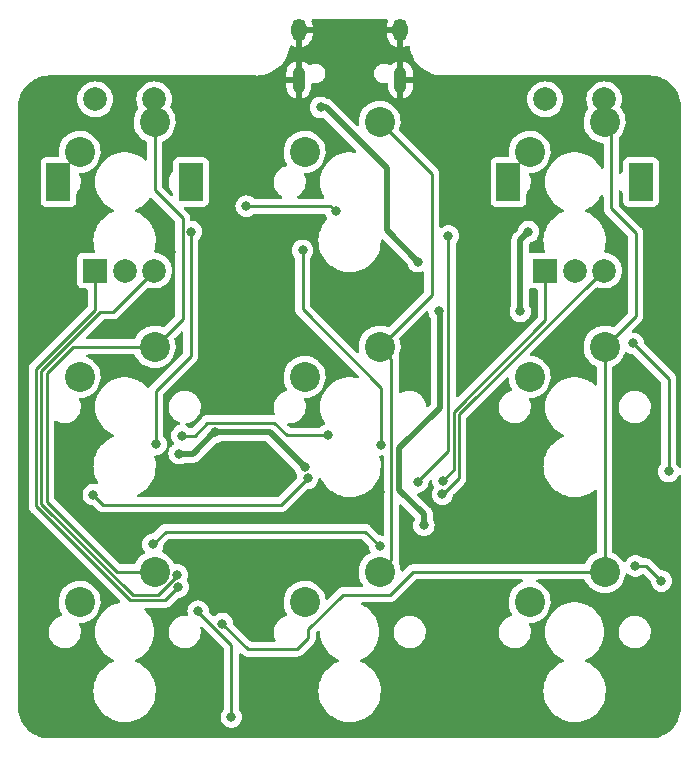
<source format=gbr>
%TF.GenerationSoftware,KiCad,Pcbnew,(5.99.0-11539-gc946070005)*%
%TF.CreationDate,2021-09-05T12:57:38-05:00*%
%TF.ProjectId,QS-09,51532d30-392e-46b6-9963-61645f706362,rev?*%
%TF.SameCoordinates,Original*%
%TF.FileFunction,Copper,L1,Top*%
%TF.FilePolarity,Positive*%
%FSLAX46Y46*%
G04 Gerber Fmt 4.6, Leading zero omitted, Abs format (unit mm)*
G04 Created by KiCad (PCBNEW (5.99.0-11539-gc946070005)) date 2021-09-05 12:57:38*
%MOMM*%
%LPD*%
G01*
G04 APERTURE LIST*
%TA.AperFunction,ComponentPad*%
%ADD10R,2.000000X2.000000*%
%TD*%
%TA.AperFunction,ComponentPad*%
%ADD11C,2.000000*%
%TD*%
%TA.AperFunction,ComponentPad*%
%ADD12R,2.000000X3.200000*%
%TD*%
%TA.AperFunction,ComponentPad*%
%ADD13C,2.540000*%
%TD*%
%TA.AperFunction,ComponentPad*%
%ADD14O,1.100000X2.200000*%
%TD*%
%TA.AperFunction,ComponentPad*%
%ADD15O,1.300000X1.900000*%
%TD*%
%TA.AperFunction,ViaPad*%
%ADD16C,0.800000*%
%TD*%
%TA.AperFunction,Conductor*%
%ADD17C,0.500000*%
%TD*%
%TA.AperFunction,Conductor*%
%ADD18C,0.250000*%
%TD*%
G04 APERTURE END LIST*
D10*
%TO.P,SW5,A,A*%
%TO.N,ENCA2*%
X134818750Y-32900000D03*
D11*
%TO.P,SW5,B,B*%
%TO.N,ENCB2*%
X139818750Y-32900000D03*
%TO.P,SW5,C,C*%
%TO.N,GND*%
X137318750Y-32900000D03*
D12*
%TO.P,SW5,MP*%
%TO.N,N/C*%
X142918750Y-25400000D03*
X131718750Y-25400000D03*
D11*
%TO.P,SW5,S1,S1*%
%TO.N,COL2*%
X139818750Y-18400000D03*
%TO.P,SW5,S2,S2*%
%TO.N,ENC_2*%
X134818750Y-18400000D03*
%TD*%
D10*
%TO.P,SW1,A,A*%
%TO.N,ENCA1*%
X96718750Y-32900000D03*
D11*
%TO.P,SW1,B,B*%
%TO.N,ENCB1*%
X101718750Y-32900000D03*
%TO.P,SW1,C,C*%
%TO.N,GND*%
X99218750Y-32900000D03*
D12*
%TO.P,SW1,MP*%
%TO.N,N/C*%
X93618750Y-25400000D03*
X104818750Y-25400000D03*
D11*
%TO.P,SW1,S1,S1*%
%TO.N,COL0*%
X101718750Y-18400000D03*
%TO.P,SW1,S2,S2*%
%TO.N,ENC_1*%
X96718750Y-18400000D03*
%TD*%
D13*
%TO.P,SW3,1,Col*%
%TO.N,COL1*%
X120808750Y-20320000D03*
%TO.P,SW3,2,Row*%
%TO.N,Net-(D2-Pad2)*%
X114458750Y-22860000D03*
%TD*%
%TO.P,SW10,1,Col*%
%TO.N,COL1*%
X120808750Y-58420000D03*
%TO.P,SW10,2,Row*%
%TO.N,Net-(D8-Pad2)*%
X114458750Y-60960000D03*
%TD*%
%TO.P,SW6,1,Col*%
%TO.N,COL0*%
X101758750Y-39370000D03*
%TO.P,SW6,2,Row*%
%TO.N,Net-(D4-Pad2)*%
X95408750Y-41910000D03*
%TD*%
D14*
%TO.P,J1,S,SHIELD*%
%TO.N,GND*%
X113968750Y-16756250D03*
D15*
X122568750Y-12556250D03*
D14*
X122568750Y-16756250D03*
D15*
X113968750Y-12556250D03*
%TD*%
D13*
%TO.P,SW7,1,Col*%
%TO.N,COL1*%
X120808750Y-39370000D03*
%TO.P,SW7,2,Row*%
%TO.N,Net-(D5-Pad2)*%
X114458750Y-41910000D03*
%TD*%
%TO.P,SW11,1,Col*%
%TO.N,COL2*%
X139858750Y-58420000D03*
%TO.P,SW11,2,Row*%
%TO.N,Net-(D9-Pad2)*%
X133508750Y-60960000D03*
%TD*%
%TO.P,SW4,1,Col*%
%TO.N,COL2*%
X139858750Y-20320000D03*
%TO.P,SW4,2,Row*%
%TO.N,ENC_2*%
X133508750Y-22860000D03*
%TD*%
%TO.P,SW8,1,Col*%
%TO.N,COL2*%
X139858750Y-39370000D03*
%TO.P,SW8,2,Row*%
%TO.N,Net-(D6-Pad2)*%
X133508750Y-41910000D03*
%TD*%
%TO.P,SW9,1,Col*%
%TO.N,COL0*%
X101758750Y-58420000D03*
%TO.P,SW9,2,Row*%
%TO.N,Net-(D7-Pad2)*%
X95408750Y-60960000D03*
%TD*%
%TO.P,SW2,1,Col*%
%TO.N,COL0*%
X101758750Y-20320000D03*
%TO.P,SW2,2,Row*%
%TO.N,ENC_1*%
X95408750Y-22860000D03*
%TD*%
D16*
%TO.N,GND*%
X120830000Y-51680000D03*
%TO.N,+5V*%
X125850000Y-36350000D03*
%TO.N,GND*%
X122950000Y-67010000D03*
X117410000Y-56440000D03*
%TO.N,+5V*%
X124550000Y-54460000D03*
%TO.N,RESET*%
X120820000Y-56240000D03*
X101610000Y-56070000D03*
%TO.N,GND*%
X145710000Y-60570000D03*
X132550000Y-65950000D03*
X103100000Y-46140000D03*
X115120000Y-44300000D03*
X108770000Y-33760000D03*
X109650000Y-62880000D03*
X136640000Y-40020000D03*
X102260000Y-28170000D03*
X94540000Y-67690000D03*
X108300000Y-29020000D03*
X145290000Y-35160000D03*
X91250000Y-34740000D03*
X136220000Y-52970000D03*
X121350000Y-32730000D03*
X99990000Y-54125500D03*
X124270000Y-38910000D03*
X141110000Y-31030000D03*
X90930000Y-53970000D03*
X108540000Y-49080000D03*
X104210000Y-49760000D03*
X111120000Y-44290000D03*
X99560000Y-56540000D03*
X103165500Y-31360000D03*
X115930000Y-51590000D03*
X94750000Y-49480000D03*
%TO.N,+5V*%
X103840000Y-48400000D03*
X132720000Y-36350000D03*
X106850000Y-46600000D03*
X114504304Y-49494304D03*
X133410000Y-29600000D03*
%TO.N,ROW0*%
X124035500Y-50787701D03*
X126630000Y-29970000D03*
X109514511Y-27445489D03*
X117080000Y-27880000D03*
%TO.N,ROW1*%
X104060000Y-46870000D03*
X116410000Y-46850000D03*
%TO.N,ROW2*%
X105441977Y-61729400D03*
X108253750Y-70706250D03*
%TO.N,Net-(D11-Pad2)*%
X114290000Y-31198729D03*
X120920000Y-47640000D03*
%TO.N,COL2*%
X107480000Y-62790000D03*
%TO.N,Net-(F1-Pad1)*%
X124060611Y-32140716D03*
X115820000Y-19090000D03*
%TO.N,ENCA1*%
X103759164Y-59699164D03*
%TO.N,ENCB1*%
X103689935Y-58670794D03*
%TO.N,ENCA2*%
X126160523Y-50678689D03*
%TO.N,ENCB2*%
X126120000Y-51830000D03*
%TO.N,Net-(D10-Pad4)*%
X101870000Y-47620000D03*
X104854500Y-29600000D03*
%TO.N,Net-(D13-Pad4)*%
X114710000Y-50490000D03*
X96570000Y-51880000D03*
%TO.N,Net-(D19-Pad2)*%
X142260000Y-39070000D03*
X145270000Y-49910000D03*
%TO.N,Net-(D19-Pad4)*%
X142460000Y-57910000D03*
X144669500Y-59190000D03*
%TD*%
D17*
%TO.N,+5V*%
X125920000Y-36420000D02*
X125850000Y-36350000D01*
X122470489Y-47959511D02*
X125920000Y-44510000D01*
X122470489Y-51450489D02*
X122470489Y-47959511D01*
X124550000Y-53530000D02*
X122470489Y-51450489D01*
X124550000Y-54460000D02*
X124550000Y-53530000D01*
X125920000Y-44510000D02*
X125920000Y-36420000D01*
D18*
%TO.N,ROW0*%
X124035500Y-50754500D02*
X126630000Y-48160000D01*
X126630000Y-48160000D02*
X126630000Y-29970000D01*
X124035500Y-50787701D02*
X124035500Y-50754500D01*
%TO.N,RESET*%
X102680000Y-55000000D02*
X101610000Y-56070000D01*
X119580000Y-55000000D02*
X102680000Y-55000000D01*
X120820000Y-56240000D02*
X119580000Y-55000000D01*
D17*
%TO.N,Net-(F1-Pad1)*%
X121400000Y-24260000D02*
X116230000Y-19090000D01*
X121400000Y-29480105D02*
X121400000Y-24260000D01*
X116230000Y-19090000D02*
X115820000Y-19090000D01*
X124060611Y-32140716D02*
X121400000Y-29480105D01*
%TO.N,GND*%
X108540000Y-49080000D02*
X107860000Y-49760000D01*
X107860000Y-49760000D02*
X104210000Y-49760000D01*
X102260000Y-28170000D02*
X103165500Y-29075500D01*
X103165500Y-29075500D02*
X103165500Y-31360000D01*
%TO.N,+5V*%
X114380000Y-49460000D02*
X111520000Y-46600000D01*
X133410000Y-29600000D02*
X132720000Y-30290000D01*
X103840000Y-48400000D02*
X105000000Y-48400000D01*
X132720000Y-30290000D02*
X132720000Y-36350000D01*
X114380000Y-49460000D02*
X114470000Y-49460000D01*
X106800000Y-46600000D02*
X106850000Y-46600000D01*
X111520000Y-46600000D02*
X106850000Y-46600000D01*
X114470000Y-49460000D02*
X114504304Y-49494304D01*
X105000000Y-48400000D02*
X106800000Y-46600000D01*
D18*
%TO.N,ROW0*%
X117080000Y-27880000D02*
X116645489Y-27445489D01*
X116645489Y-27445489D02*
X109514511Y-27445489D01*
%TO.N,ROW1*%
X106220000Y-45790000D02*
X105140000Y-46870000D01*
X105140000Y-46870000D02*
X104060000Y-46870000D01*
X116410000Y-46850000D02*
X112960000Y-46850000D01*
X112960000Y-46850000D02*
X111900000Y-45790000D01*
X111900000Y-45790000D02*
X106220000Y-45790000D01*
%TO.N,ROW2*%
X105441977Y-61776591D02*
X108253750Y-64588364D01*
X105441977Y-61729400D02*
X105441977Y-61776591D01*
X108253750Y-70706250D02*
X108253750Y-64588364D01*
%TO.N,Net-(D11-Pad2)*%
X120920000Y-42810000D02*
X114290000Y-36180000D01*
X114290000Y-36180000D02*
X114290000Y-31198729D01*
X120920000Y-47640000D02*
X120920000Y-42810000D01*
%TO.N,COL0*%
X101718750Y-20280000D02*
X101758750Y-20320000D01*
X101718750Y-18400000D02*
X101718750Y-20280000D01*
X104130000Y-36998750D02*
X104130000Y-28480000D01*
X101758750Y-39370000D02*
X104130000Y-36998750D01*
X101758750Y-26108750D02*
X101758750Y-20320000D01*
X104130000Y-28480000D02*
X101758750Y-26108750D01*
X92620000Y-52460000D02*
X92620000Y-41590000D01*
X101758750Y-58420000D02*
X98580000Y-58420000D01*
X98580000Y-58420000D02*
X92620000Y-52460000D01*
X92620000Y-41590000D02*
X94840000Y-39370000D01*
X94840000Y-39370000D02*
X101758750Y-39370000D01*
%TO.N,COL1*%
X120808750Y-39370000D02*
X125230000Y-34948750D01*
X125230000Y-34948750D02*
X125230000Y-24741250D01*
X125230000Y-24741250D02*
X120808750Y-20320000D01*
X120808750Y-39370000D02*
X121810000Y-40371250D01*
X121810000Y-40371250D02*
X121810000Y-57418750D01*
X121810000Y-57418750D02*
X120808750Y-58420000D01*
%TO.N,COL2*%
X114780000Y-63990000D02*
X114780000Y-63280000D01*
X140400000Y-20861250D02*
X140400000Y-27640000D01*
X140400000Y-27640000D02*
X142510000Y-29750000D01*
X142510000Y-29750000D02*
X142510000Y-36718750D01*
X107480000Y-62790000D02*
X109640000Y-64950000D01*
X142510000Y-36718750D02*
X139858750Y-39370000D01*
X109640000Y-64950000D02*
X113820000Y-64950000D01*
X139818750Y-18400000D02*
X139818750Y-20280000D01*
X114780000Y-63280000D02*
X117720000Y-60340000D01*
X139858750Y-20320000D02*
X140400000Y-20861250D01*
X139818750Y-20280000D02*
X139858750Y-20320000D01*
X117720000Y-60340000D02*
X121700000Y-60340000D01*
X123620000Y-58420000D02*
X139858750Y-58420000D01*
X113820000Y-64950000D02*
X114780000Y-63990000D01*
X139858750Y-58420000D02*
X139858750Y-39370000D01*
X121700000Y-60340000D02*
X123620000Y-58420000D01*
%TO.N,ENCA1*%
X99708085Y-60819520D02*
X91720960Y-52832396D01*
X103759164Y-59699164D02*
X102638808Y-60819520D01*
X102638808Y-60819520D02*
X99708085Y-60819520D01*
X91720960Y-41217605D02*
X96718750Y-36219814D01*
X96718750Y-36219814D02*
X96718750Y-32900000D01*
X91720960Y-52832396D02*
X91720960Y-41217605D01*
%TO.N,ENCB1*%
X103689935Y-58743795D02*
X102063730Y-60370000D01*
X92170480Y-41403802D02*
X97168270Y-36406011D01*
X103689935Y-58670794D02*
X103689935Y-58743795D01*
X92170480Y-52646198D02*
X92170480Y-41403802D01*
X102063730Y-60370000D02*
X99894282Y-60370000D01*
X98212739Y-36406011D02*
X101718750Y-32900000D01*
X99894282Y-60370000D02*
X92170480Y-52646198D01*
X97168270Y-36406011D02*
X98212739Y-36406011D01*
%TO.N,ENCA2*%
X134818750Y-37125532D02*
X127079520Y-44864762D01*
X127079520Y-44864762D02*
X127079520Y-49759692D01*
X127079520Y-49759692D02*
X126450000Y-50389212D01*
X134818750Y-32900000D02*
X134818750Y-37125532D01*
%TO.N,ENCB2*%
X126145718Y-51830000D02*
X126120000Y-51830000D01*
X127529040Y-45050960D02*
X127529040Y-50446678D01*
X127529040Y-50446678D02*
X126145718Y-51830000D01*
X139818750Y-32900000D02*
X139680000Y-32900000D01*
X139680000Y-32900000D02*
X127529040Y-45050960D01*
%TO.N,Net-(D10-Pad4)*%
X104810000Y-29644500D02*
X104810000Y-32610000D01*
X104854500Y-29600000D02*
X104810000Y-29644500D01*
X104810000Y-40130000D02*
X104810000Y-32610000D01*
X101870000Y-47620000D02*
X101870000Y-43070000D01*
X101870000Y-43070000D02*
X104810000Y-40130000D01*
%TO.N,Net-(D13-Pad4)*%
X112480000Y-52720000D02*
X97410000Y-52720000D01*
X97410000Y-52720000D02*
X96570000Y-51880000D01*
X114710000Y-50490000D02*
X112480000Y-52720000D01*
%TO.N,Net-(D19-Pad2)*%
X142260000Y-39070000D02*
X145270000Y-42080000D01*
X145270000Y-42080000D02*
X145270000Y-49910000D01*
%TO.N,Net-(D19-Pad4)*%
X142460000Y-57910000D02*
X143389500Y-57910000D01*
X143389500Y-57910000D02*
X144669500Y-59190000D01*
%TD*%
%TA.AperFunction,Conductor*%
%TO.N,GND*%
G36*
X121454103Y-11640502D02*
G01*
X121500596Y-11694158D01*
X121510700Y-11764432D01*
X121498956Y-11800648D01*
X121499215Y-11800755D01*
X121497864Y-11804016D01*
X121497492Y-11805164D01*
X121497006Y-11806087D01*
X121492599Y-11816728D01*
X121432917Y-12008934D01*
X121430523Y-12020196D01*
X121411187Y-12183572D01*
X121410750Y-12190978D01*
X121410750Y-12284135D01*
X121415225Y-12299374D01*
X121416615Y-12300579D01*
X121424298Y-12302250D01*
X122696750Y-12302250D01*
X122764871Y-12322252D01*
X122811364Y-12375908D01*
X122822750Y-12428250D01*
X122822750Y-13969544D01*
X122826556Y-13982506D01*
X122841472Y-13984442D01*
X122864050Y-13980563D01*
X122875167Y-13977584D01*
X123064002Y-13907919D01*
X123074380Y-13902969D01*
X123162395Y-13850605D01*
X123231165Y-13832965D01*
X123298555Y-13855305D01*
X123343169Y-13910533D01*
X123351038Y-13937784D01*
X123357800Y-13977584D01*
X123385002Y-14137682D01*
X123474839Y-14449512D01*
X123599024Y-14749324D01*
X123755998Y-15033345D01*
X123943784Y-15298006D01*
X124160023Y-15539977D01*
X124401994Y-15756216D01*
X124666655Y-15944002D01*
X124950676Y-16100976D01*
X124953939Y-16102327D01*
X124953944Y-16102330D01*
X125247219Y-16223807D01*
X125250488Y-16225161D01*
X125562318Y-16314998D01*
X125882247Y-16369356D01*
X126175841Y-16385844D01*
X126186974Y-16387090D01*
X126188913Y-16387264D01*
X126193711Y-16388071D01*
X126200066Y-16388149D01*
X126201391Y-16388165D01*
X126201395Y-16388165D01*
X126206250Y-16388224D01*
X126233838Y-16384273D01*
X126251701Y-16383000D01*
X143619422Y-16383000D01*
X143638807Y-16384500D01*
X143653608Y-16386805D01*
X143653611Y-16386805D01*
X143662480Y-16388186D01*
X143671382Y-16387022D01*
X143671384Y-16387022D01*
X143675712Y-16386456D01*
X143680445Y-16385837D01*
X143703843Y-16384971D01*
X143960300Y-16399374D01*
X143974329Y-16400954D01*
X144255242Y-16448683D01*
X144269007Y-16451824D01*
X144542815Y-16530707D01*
X144556135Y-16535368D01*
X144819385Y-16644410D01*
X144832108Y-16650537D01*
X144907397Y-16692148D01*
X145081488Y-16788365D01*
X145093451Y-16795882D01*
X145283965Y-16931058D01*
X145325823Y-16960758D01*
X145336870Y-16969567D01*
X145397259Y-17023534D01*
X145549328Y-17159431D01*
X145559319Y-17169422D01*
X145749182Y-17381879D01*
X145757992Y-17392927D01*
X145922868Y-17625299D01*
X145930385Y-17637262D01*
X146068211Y-17886638D01*
X146074340Y-17899365D01*
X146183382Y-18162615D01*
X146188043Y-18175935D01*
X146266590Y-18448577D01*
X146266925Y-18449740D01*
X146270067Y-18463508D01*
X146313383Y-18718444D01*
X146317795Y-18744414D01*
X146319376Y-18758450D01*
X146324337Y-18846784D01*
X146333370Y-19007622D01*
X146332068Y-19034068D01*
X146331946Y-19034850D01*
X146331946Y-19034856D01*
X146330564Y-19043730D01*
X146331729Y-19052637D01*
X146334686Y-19075251D01*
X146335750Y-19091589D01*
X146335750Y-49468696D01*
X146315748Y-49536817D01*
X146262092Y-49583310D01*
X146191818Y-49593414D01*
X146127238Y-49563920D01*
X146100631Y-49531696D01*
X146084071Y-49503014D01*
X146009040Y-49373056D01*
X145935863Y-49291785D01*
X145905147Y-49227779D01*
X145903500Y-49207476D01*
X145903500Y-42158767D01*
X145904027Y-42147584D01*
X145905702Y-42140091D01*
X145903562Y-42072000D01*
X145903500Y-42068043D01*
X145903500Y-42040144D01*
X145902996Y-42036153D01*
X145902063Y-42024311D01*
X145901650Y-42011148D01*
X145900674Y-41980111D01*
X145898462Y-41972497D01*
X145898461Y-41972492D01*
X145895023Y-41960659D01*
X145891012Y-41941295D01*
X145889467Y-41929064D01*
X145888474Y-41921203D01*
X145885557Y-41913836D01*
X145885556Y-41913831D01*
X145872198Y-41880092D01*
X145868354Y-41868865D01*
X145863571Y-41852404D01*
X145856018Y-41826407D01*
X145845707Y-41808972D01*
X145837012Y-41791224D01*
X145829552Y-41772383D01*
X145803564Y-41736613D01*
X145797048Y-41726693D01*
X145778580Y-41695465D01*
X145778578Y-41695462D01*
X145774542Y-41688638D01*
X145760221Y-41674317D01*
X145747380Y-41659283D01*
X145735472Y-41642893D01*
X145701395Y-41614702D01*
X145692616Y-41606712D01*
X143207122Y-39121217D01*
X143173096Y-39058905D01*
X143170907Y-39045292D01*
X143154232Y-38886635D01*
X143154232Y-38886633D01*
X143153542Y-38880072D01*
X143094527Y-38698444D01*
X142999040Y-38533056D01*
X142988550Y-38521405D01*
X142875675Y-38396045D01*
X142875674Y-38396044D01*
X142871253Y-38391134D01*
X142716752Y-38278882D01*
X142710724Y-38276198D01*
X142710722Y-38276197D01*
X142548319Y-38203891D01*
X142548318Y-38203891D01*
X142542288Y-38201206D01*
X142448887Y-38181353D01*
X142361944Y-38162872D01*
X142361939Y-38162872D01*
X142355487Y-38161500D01*
X142267344Y-38161500D01*
X142199223Y-38141498D01*
X142152730Y-38087842D01*
X142142626Y-38017568D01*
X142172120Y-37952988D01*
X142178249Y-37946405D01*
X142902247Y-37222407D01*
X142910537Y-37214863D01*
X142917018Y-37210750D01*
X142963659Y-37161082D01*
X142966413Y-37158241D01*
X142986135Y-37138519D01*
X142988619Y-37135317D01*
X142996317Y-37126305D01*
X143021161Y-37099848D01*
X143026586Y-37094071D01*
X143036347Y-37076316D01*
X143047198Y-37059797D01*
X143059614Y-37043791D01*
X143067538Y-37025479D01*
X143077174Y-37003213D01*
X143082391Y-36992563D01*
X143103695Y-36953810D01*
X143108733Y-36934187D01*
X143115137Y-36915484D01*
X143120033Y-36904170D01*
X143120033Y-36904169D01*
X143123181Y-36896895D01*
X143124420Y-36889072D01*
X143124423Y-36889062D01*
X143130099Y-36853226D01*
X143132505Y-36841606D01*
X143141528Y-36806461D01*
X143141528Y-36806460D01*
X143143500Y-36798780D01*
X143143500Y-36778526D01*
X143145051Y-36758815D01*
X143146980Y-36746636D01*
X143148220Y-36738807D01*
X143144059Y-36694788D01*
X143143500Y-36682931D01*
X143143500Y-29828768D01*
X143144027Y-29817585D01*
X143145702Y-29810092D01*
X143143562Y-29742001D01*
X143143500Y-29738044D01*
X143143500Y-29710144D01*
X143142996Y-29706153D01*
X143142063Y-29694311D01*
X143140923Y-29658036D01*
X143140674Y-29650111D01*
X143135021Y-29630652D01*
X143131012Y-29611293D01*
X143130846Y-29609983D01*
X143128474Y-29591203D01*
X143125558Y-29583837D01*
X143125556Y-29583831D01*
X143112200Y-29550098D01*
X143108355Y-29538868D01*
X143098230Y-29504017D01*
X143098230Y-29504016D01*
X143096019Y-29496407D01*
X143085705Y-29478966D01*
X143077008Y-29461213D01*
X143072472Y-29449758D01*
X143069552Y-29442383D01*
X143043563Y-29406612D01*
X143037047Y-29396692D01*
X143018578Y-29365463D01*
X143014542Y-29358638D01*
X143000221Y-29344317D01*
X142987380Y-29329283D01*
X142980131Y-29319306D01*
X142975472Y-29312893D01*
X142941395Y-29284702D01*
X142932616Y-29276712D01*
X141070405Y-27414500D01*
X141036379Y-27352188D01*
X141033500Y-27325405D01*
X141033500Y-26220743D01*
X141053502Y-26152622D01*
X141107158Y-26106129D01*
X141177432Y-26096025D01*
X141242012Y-26125519D01*
X141266929Y-26154903D01*
X141298009Y-26205621D01*
X141365967Y-26284074D01*
X141379488Y-26299683D01*
X141408970Y-26364268D01*
X141410250Y-26382180D01*
X141410250Y-27048134D01*
X141417005Y-27110316D01*
X141468135Y-27246705D01*
X141555489Y-27363261D01*
X141672045Y-27450615D01*
X141808434Y-27501745D01*
X141870616Y-27508500D01*
X143966884Y-27508500D01*
X144029066Y-27501745D01*
X144165455Y-27450615D01*
X144282011Y-27363261D01*
X144369365Y-27246705D01*
X144420495Y-27110316D01*
X144427250Y-27048134D01*
X144427250Y-23751866D01*
X144420495Y-23689684D01*
X144369365Y-23553295D01*
X144282011Y-23436739D01*
X144165455Y-23349385D01*
X144029066Y-23298255D01*
X143966884Y-23291500D01*
X141870616Y-23291500D01*
X141808434Y-23298255D01*
X141672045Y-23349385D01*
X141555489Y-23436739D01*
X141468135Y-23553295D01*
X141417005Y-23689684D01*
X141410250Y-23751866D01*
X141410250Y-24416149D01*
X141390248Y-24484270D01*
X141375344Y-24503200D01*
X141338677Y-24541570D01*
X141263586Y-24651649D01*
X141208677Y-24696650D01*
X141138152Y-24704821D01*
X141074405Y-24673567D01*
X141037675Y-24612810D01*
X141033500Y-24580643D01*
X141033500Y-21714251D01*
X141053502Y-21646130D01*
X141078088Y-21618084D01*
X141090334Y-21607717D01*
X141108813Y-21592073D01*
X141283106Y-21393329D01*
X141326441Y-21325958D01*
X141423581Y-21174936D01*
X141426109Y-21171006D01*
X141534680Y-20929988D01*
X141606433Y-20675570D01*
X141639793Y-20413340D01*
X141642237Y-20320000D01*
X141622647Y-20056384D01*
X141564307Y-19798559D01*
X141548778Y-19758626D01*
X141470192Y-19556542D01*
X141470191Y-19556540D01*
X141468499Y-19552189D01*
X141442285Y-19506323D01*
X141339647Y-19326745D01*
X141337328Y-19322687D01*
X141207374Y-19157841D01*
X141180909Y-19091961D01*
X141189915Y-19031617D01*
X141255961Y-18872167D01*
X141255962Y-18872165D01*
X141257855Y-18867594D01*
X141283040Y-18762690D01*
X141312130Y-18641524D01*
X141312131Y-18641518D01*
X141313285Y-18636711D01*
X141331915Y-18400000D01*
X141313285Y-18163289D01*
X141257855Y-17932406D01*
X141255961Y-17927833D01*
X141168885Y-17717611D01*
X141168883Y-17717607D01*
X141166990Y-17713037D01*
X141162355Y-17705473D01*
X141045509Y-17514798D01*
X141045505Y-17514792D01*
X141042926Y-17510584D01*
X140888719Y-17330031D01*
X140708166Y-17175824D01*
X140703958Y-17173245D01*
X140703952Y-17173241D01*
X140509933Y-17054346D01*
X140505713Y-17051760D01*
X140501143Y-17049867D01*
X140501139Y-17049865D01*
X140290917Y-16962789D01*
X140290915Y-16962788D01*
X140286344Y-16960895D01*
X140162064Y-16931058D01*
X140060274Y-16906620D01*
X140060268Y-16906619D01*
X140055461Y-16905465D01*
X139818750Y-16886835D01*
X139582039Y-16905465D01*
X139577232Y-16906619D01*
X139577226Y-16906620D01*
X139475436Y-16931058D01*
X139351156Y-16960895D01*
X139346585Y-16962788D01*
X139346583Y-16962789D01*
X139136361Y-17049865D01*
X139136357Y-17049867D01*
X139131787Y-17051760D01*
X139127567Y-17054346D01*
X138933548Y-17173241D01*
X138933542Y-17173245D01*
X138929334Y-17175824D01*
X138748781Y-17330031D01*
X138594574Y-17510584D01*
X138591995Y-17514792D01*
X138591991Y-17514798D01*
X138475145Y-17705473D01*
X138470510Y-17713037D01*
X138468617Y-17717607D01*
X138468615Y-17717611D01*
X138381539Y-17927833D01*
X138379645Y-17932406D01*
X138324215Y-18163289D01*
X138305585Y-18400000D01*
X138324215Y-18636711D01*
X138325369Y-18641518D01*
X138325370Y-18641524D01*
X138354460Y-18762690D01*
X138379645Y-18867594D01*
X138381538Y-18872165D01*
X138381539Y-18872167D01*
X138468580Y-19082303D01*
X138470510Y-19086963D01*
X138471414Y-19088437D01*
X138484351Y-19157333D01*
X138455854Y-19225326D01*
X138406786Y-19284324D01*
X138269651Y-19510314D01*
X138267845Y-19514622D01*
X138267844Y-19514623D01*
X138169881Y-19748240D01*
X138167427Y-19754091D01*
X138166276Y-19758623D01*
X138166275Y-19758626D01*
X138154976Y-19803116D01*
X138102358Y-20010301D01*
X138075874Y-20273314D01*
X138076098Y-20277980D01*
X138076098Y-20277985D01*
X138078268Y-20323160D01*
X138088557Y-20537352D01*
X138140128Y-20796616D01*
X138141707Y-20801014D01*
X138141709Y-20801021D01*
X138201623Y-20967894D01*
X138229454Y-21045410D01*
X138231671Y-21049536D01*
X138306150Y-21188148D01*
X138354572Y-21278267D01*
X138357367Y-21282011D01*
X138357369Y-21282013D01*
X138500710Y-21473970D01*
X138512735Y-21490073D01*
X138516042Y-21493351D01*
X138516047Y-21493357D01*
X138682903Y-21658762D01*
X138700468Y-21676174D01*
X138913646Y-21832483D01*
X138917781Y-21834659D01*
X138917785Y-21834661D01*
X138971054Y-21862687D01*
X139147586Y-21955565D01*
X139397150Y-22042716D01*
X139401743Y-22043588D01*
X139652259Y-22091150D01*
X139652264Y-22091151D01*
X139656854Y-22092022D01*
X139656802Y-22092297D01*
X139720177Y-22119015D01*
X139760300Y-22177587D01*
X139766500Y-22216625D01*
X139766500Y-24160818D01*
X139746498Y-24228939D01*
X139692842Y-24275432D01*
X139622568Y-24285536D01*
X139557988Y-24256042D01*
X139526492Y-24214466D01*
X139517644Y-24195662D01*
X139517640Y-24195655D01*
X139515956Y-24192076D01*
X139347237Y-23926218D01*
X139146528Y-23683602D01*
X138916994Y-23468055D01*
X138662254Y-23282976D01*
X138532482Y-23211633D01*
X138389789Y-23133187D01*
X138389786Y-23133186D01*
X138386327Y-23131284D01*
X138093563Y-23015370D01*
X137788580Y-22937064D01*
X137476188Y-22897600D01*
X137161312Y-22897600D01*
X136848920Y-22937064D01*
X136543937Y-23015370D01*
X136251173Y-23131284D01*
X136247714Y-23133186D01*
X136247711Y-23133187D01*
X136105019Y-23211633D01*
X135975246Y-23282976D01*
X135720506Y-23468055D01*
X135490972Y-23683602D01*
X135290263Y-23926218D01*
X135121544Y-24192076D01*
X135119860Y-24195655D01*
X135119856Y-24195662D01*
X134994675Y-24461687D01*
X134987477Y-24476984D01*
X134986251Y-24480756D01*
X134986251Y-24480757D01*
X134984009Y-24487657D01*
X134890175Y-24776448D01*
X134831173Y-25085746D01*
X134811402Y-25400000D01*
X134831173Y-25714254D01*
X134890175Y-26023552D01*
X134987477Y-26323016D01*
X134989164Y-26326602D01*
X134989166Y-26326606D01*
X135119856Y-26604338D01*
X135119860Y-26604345D01*
X135121544Y-26607924D01*
X135123668Y-26611270D01*
X135123668Y-26611271D01*
X135134818Y-26628840D01*
X135290263Y-26873782D01*
X135490972Y-27116398D01*
X135720506Y-27331945D01*
X135975246Y-27517024D01*
X135978715Y-27518931D01*
X135978718Y-27518933D01*
X136237652Y-27661283D01*
X136251173Y-27668716D01*
X136357893Y-27710969D01*
X136413865Y-27754643D01*
X136437342Y-27821646D01*
X136420866Y-27890705D01*
X136369671Y-27939894D01*
X136362455Y-27943361D01*
X136108689Y-28055550D01*
X135835798Y-28217903D01*
X135832797Y-28220219D01*
X135832793Y-28220221D01*
X135762344Y-28274572D01*
X135584388Y-28411864D01*
X135581687Y-28414523D01*
X135581680Y-28414529D01*
X135360809Y-28631958D01*
X135358101Y-28634624D01*
X135355737Y-28637591D01*
X135355734Y-28637594D01*
X135230626Y-28794595D01*
X135160215Y-28882956D01*
X134993596Y-29153263D01*
X134980746Y-29181137D01*
X134869648Y-29422128D01*
X134860657Y-29441630D01*
X134859496Y-29445234D01*
X134859496Y-29445235D01*
X134854351Y-29461213D01*
X134763324Y-29743878D01*
X134762606Y-29747589D01*
X134762605Y-29747593D01*
X134703727Y-30051912D01*
X134703726Y-30051921D01*
X134703008Y-30055631D01*
X134702741Y-30059407D01*
X134702740Y-30059412D01*
X134682028Y-30351947D01*
X134680582Y-30372372D01*
X134685382Y-30468794D01*
X134694990Y-30661785D01*
X134696370Y-30689513D01*
X134697011Y-30693244D01*
X134697012Y-30693252D01*
X134719041Y-30821450D01*
X134750144Y-31002461D01*
X134751232Y-31006100D01*
X134751233Y-31006103D01*
X134818012Y-31229398D01*
X134818367Y-31300394D01*
X134780282Y-31360311D01*
X134715850Y-31390126D01*
X134697295Y-31391500D01*
X133770616Y-31391500D01*
X133708434Y-31398255D01*
X133701038Y-31401027D01*
X133701032Y-31401029D01*
X133648729Y-31420637D01*
X133577922Y-31425820D01*
X133515553Y-31391899D01*
X133481424Y-31329644D01*
X133478500Y-31302655D01*
X133478500Y-30656371D01*
X133498502Y-30588250D01*
X133515405Y-30567276D01*
X133566331Y-30516350D01*
X133629228Y-30482199D01*
X133685824Y-30470169D01*
X133685833Y-30470166D01*
X133692288Y-30468794D01*
X133727731Y-30453014D01*
X133860722Y-30393803D01*
X133860724Y-30393802D01*
X133866752Y-30391118D01*
X133887335Y-30376164D01*
X133952851Y-30328563D01*
X134021253Y-30278866D01*
X134101129Y-30190155D01*
X134144621Y-30141852D01*
X134144622Y-30141851D01*
X134149040Y-30136944D01*
X134244527Y-29971556D01*
X134303542Y-29789928D01*
X134323504Y-29600000D01*
X134309570Y-29467423D01*
X134304232Y-29416635D01*
X134304232Y-29416633D01*
X134303542Y-29410072D01*
X134244527Y-29228444D01*
X134149040Y-29063056D01*
X134021253Y-28921134D01*
X133866752Y-28808882D01*
X133860724Y-28806198D01*
X133860722Y-28806197D01*
X133698319Y-28733891D01*
X133698318Y-28733891D01*
X133692288Y-28731206D01*
X133598888Y-28711353D01*
X133511944Y-28692872D01*
X133511939Y-28692872D01*
X133505487Y-28691500D01*
X133314513Y-28691500D01*
X133308061Y-28692872D01*
X133308056Y-28692872D01*
X133221112Y-28711353D01*
X133127712Y-28731206D01*
X133121682Y-28733891D01*
X133121681Y-28733891D01*
X132959278Y-28806197D01*
X132959276Y-28806198D01*
X132953248Y-28808882D01*
X132798747Y-28921134D01*
X132670960Y-29063056D01*
X132575473Y-29228444D01*
X132520806Y-29396692D01*
X132520613Y-29397285D01*
X132489875Y-29447444D01*
X132231089Y-29706230D01*
X132216677Y-29718616D01*
X132205082Y-29727149D01*
X132205077Y-29727154D01*
X132199182Y-29731492D01*
X132194443Y-29737070D01*
X132194440Y-29737073D01*
X132164965Y-29771768D01*
X132158035Y-29779284D01*
X132152340Y-29784979D01*
X132150060Y-29787861D01*
X132134719Y-29807251D01*
X132131928Y-29810655D01*
X132116540Y-29828768D01*
X132084667Y-29866285D01*
X132081339Y-29872801D01*
X132077972Y-29877850D01*
X132074805Y-29882979D01*
X132070266Y-29888716D01*
X132039345Y-29954875D01*
X132037442Y-29958769D01*
X132004231Y-30023808D01*
X132002492Y-30030916D01*
X132000393Y-30036559D01*
X131998476Y-30042322D01*
X131995378Y-30048950D01*
X131993888Y-30056112D01*
X131993888Y-30056113D01*
X131980514Y-30120412D01*
X131979544Y-30124696D01*
X131962192Y-30195610D01*
X131961500Y-30206764D01*
X131961464Y-30206762D01*
X131961225Y-30210755D01*
X131960851Y-30214947D01*
X131959360Y-30222115D01*
X131959558Y-30229432D01*
X131961454Y-30299521D01*
X131961500Y-30302928D01*
X131961500Y-35813001D01*
X131944619Y-35876001D01*
X131897618Y-35957409D01*
X131885473Y-35978444D01*
X131826458Y-36160072D01*
X131825768Y-36166633D01*
X131825768Y-36166635D01*
X131818914Y-36231845D01*
X131806496Y-36350000D01*
X131807186Y-36356565D01*
X131825225Y-36528192D01*
X131826458Y-36539928D01*
X131885473Y-36721556D01*
X131888776Y-36727278D01*
X131888777Y-36727279D01*
X131915319Y-36773251D01*
X131980960Y-36886944D01*
X131985378Y-36891851D01*
X131985379Y-36891852D01*
X132102174Y-37021566D01*
X132108747Y-37028866D01*
X132198494Y-37094071D01*
X132255264Y-37135317D01*
X132263248Y-37141118D01*
X132269276Y-37143802D01*
X132269278Y-37143803D01*
X132427883Y-37214418D01*
X132437712Y-37218794D01*
X132531113Y-37238647D01*
X132618056Y-37257128D01*
X132618061Y-37257128D01*
X132624513Y-37258500D01*
X132815487Y-37258500D01*
X132821939Y-37257128D01*
X132821944Y-37257128D01*
X132908887Y-37238647D01*
X133002288Y-37218794D01*
X133012117Y-37214418D01*
X133170722Y-37143803D01*
X133170724Y-37143802D01*
X133176752Y-37141118D01*
X133184737Y-37135317D01*
X133241506Y-37094071D01*
X133331253Y-37028866D01*
X133337826Y-37021566D01*
X133454621Y-36891852D01*
X133454622Y-36891851D01*
X133459040Y-36886944D01*
X133524681Y-36773251D01*
X133551223Y-36727279D01*
X133551224Y-36727278D01*
X133554527Y-36721556D01*
X133613542Y-36539928D01*
X133614776Y-36528192D01*
X133632814Y-36356565D01*
X133633504Y-36350000D01*
X133621086Y-36231845D01*
X133614232Y-36166635D01*
X133614232Y-36166633D01*
X133613542Y-36160072D01*
X133554527Y-35978444D01*
X133542383Y-35957409D01*
X133495381Y-35876001D01*
X133478500Y-35813001D01*
X133478500Y-34497345D01*
X133498502Y-34429224D01*
X133552158Y-34382731D01*
X133622432Y-34372627D01*
X133648729Y-34379363D01*
X133701032Y-34398971D01*
X133701038Y-34398973D01*
X133708434Y-34401745D01*
X133770616Y-34408500D01*
X134059250Y-34408500D01*
X134127371Y-34428502D01*
X134173864Y-34482158D01*
X134185250Y-34534500D01*
X134185250Y-36810938D01*
X134165248Y-36879059D01*
X134148345Y-36900033D01*
X127478595Y-43569782D01*
X127416283Y-43603808D01*
X127345468Y-43598743D01*
X127288632Y-43556196D01*
X127263821Y-43489676D01*
X127263500Y-43480687D01*
X127263500Y-30672524D01*
X127283502Y-30604403D01*
X127295858Y-30588221D01*
X127369040Y-30506944D01*
X127464527Y-30341556D01*
X127523542Y-30159928D01*
X127527245Y-30124701D01*
X127542814Y-29976565D01*
X127543504Y-29970000D01*
X127527414Y-29816908D01*
X127524232Y-29786635D01*
X127524232Y-29786633D01*
X127523542Y-29780072D01*
X127464527Y-29598444D01*
X127460347Y-29591203D01*
X127405616Y-29496407D01*
X127369040Y-29433056D01*
X127359201Y-29422128D01*
X127245675Y-29296045D01*
X127245674Y-29296044D01*
X127241253Y-29291134D01*
X127086752Y-29178882D01*
X127080724Y-29176198D01*
X127080722Y-29176197D01*
X126918319Y-29103891D01*
X126918318Y-29103891D01*
X126912288Y-29101206D01*
X126818887Y-29081353D01*
X126731944Y-29062872D01*
X126731939Y-29062872D01*
X126725487Y-29061500D01*
X126534513Y-29061500D01*
X126528061Y-29062872D01*
X126528056Y-29062872D01*
X126441113Y-29081353D01*
X126347712Y-29101206D01*
X126341682Y-29103891D01*
X126341681Y-29103891D01*
X126179278Y-29176197D01*
X126179276Y-29176198D01*
X126173248Y-29178882D01*
X126063560Y-29258575D01*
X125996694Y-29282433D01*
X125927542Y-29266353D01*
X125878062Y-29215440D01*
X125863500Y-29156639D01*
X125863500Y-24820018D01*
X125864027Y-24808835D01*
X125865702Y-24801342D01*
X125863562Y-24733251D01*
X125863500Y-24729294D01*
X125863500Y-24701394D01*
X125862996Y-24697403D01*
X125862063Y-24685561D01*
X125860923Y-24649286D01*
X125860674Y-24641361D01*
X125858462Y-24633747D01*
X125858461Y-24633742D01*
X125855023Y-24621909D01*
X125851012Y-24602545D01*
X125849467Y-24590314D01*
X125848474Y-24582453D01*
X125845557Y-24575086D01*
X125845556Y-24575081D01*
X125832198Y-24541342D01*
X125828354Y-24530115D01*
X125818230Y-24495272D01*
X125816018Y-24487657D01*
X125805707Y-24470222D01*
X125797012Y-24452474D01*
X125789552Y-24433633D01*
X125763564Y-24397863D01*
X125757048Y-24387943D01*
X125738580Y-24356715D01*
X125738578Y-24356712D01*
X125734542Y-24349888D01*
X125720221Y-24335567D01*
X125707380Y-24320533D01*
X125695472Y-24304143D01*
X125661395Y-24275952D01*
X125652616Y-24267962D01*
X125136520Y-23751866D01*
X130210250Y-23751866D01*
X130210250Y-27048134D01*
X130217005Y-27110316D01*
X130268135Y-27246705D01*
X130355489Y-27363261D01*
X130472045Y-27450615D01*
X130608434Y-27501745D01*
X130670616Y-27508500D01*
X132766884Y-27508500D01*
X132829066Y-27501745D01*
X132965455Y-27450615D01*
X133082011Y-27363261D01*
X133169365Y-27246705D01*
X133220495Y-27110316D01*
X133227250Y-27048134D01*
X133227250Y-26386502D01*
X133247252Y-26318381D01*
X133264310Y-26297251D01*
X133273872Y-26287722D01*
X133277533Y-26284074D01*
X133407977Y-26102542D01*
X133447017Y-26023552D01*
X133504726Y-25906786D01*
X133504727Y-25906784D01*
X133507020Y-25902144D01*
X133572003Y-25688259D01*
X133601181Y-25466634D01*
X133601263Y-25463284D01*
X133602727Y-25403365D01*
X133602727Y-25403361D01*
X133602809Y-25400000D01*
X133584493Y-25177214D01*
X133530035Y-24960411D01*
X133468084Y-24817932D01*
X133459265Y-24747485D01*
X133489931Y-24683454D01*
X133550348Y-24646166D01*
X133571059Y-24643008D01*
X133570993Y-24642401D01*
X133833765Y-24613622D01*
X133838276Y-24612434D01*
X133838278Y-24612434D01*
X134084874Y-24547511D01*
X134084876Y-24547510D01*
X134089397Y-24546320D01*
X134127115Y-24530115D01*
X134327979Y-24443817D01*
X134327981Y-24443816D01*
X134332273Y-24441972D01*
X134504221Y-24335567D01*
X134553082Y-24305331D01*
X134553084Y-24305330D01*
X134557057Y-24302871D01*
X134627364Y-24243352D01*
X134755246Y-24135093D01*
X134755248Y-24135091D01*
X134758813Y-24132073D01*
X134933106Y-23933329D01*
X134939642Y-23923169D01*
X135073581Y-23714936D01*
X135076109Y-23711006D01*
X135184680Y-23469988D01*
X135256433Y-23215570D01*
X135289793Y-22953340D01*
X135290194Y-22938049D01*
X135292154Y-22863160D01*
X135292237Y-22860000D01*
X135272647Y-22596384D01*
X135214307Y-22338559D01*
X135198778Y-22298626D01*
X135120192Y-22096542D01*
X135120191Y-22096540D01*
X135118499Y-22092189D01*
X135108178Y-22074130D01*
X135037716Y-21950848D01*
X134987328Y-21862687D01*
X134823675Y-21655094D01*
X134631135Y-21473970D01*
X134593962Y-21448182D01*
X134417776Y-21325958D01*
X134417771Y-21325955D01*
X134413938Y-21323296D01*
X134409747Y-21321229D01*
X134181044Y-21208445D01*
X134181041Y-21208444D01*
X134176856Y-21206380D01*
X134119900Y-21188148D01*
X133929542Y-21127214D01*
X133929544Y-21127214D01*
X133925097Y-21125791D01*
X133782575Y-21102580D01*
X133668803Y-21084051D01*
X133668802Y-21084051D01*
X133664191Y-21083300D01*
X133532031Y-21081570D01*
X133404548Y-21079901D01*
X133404545Y-21079901D01*
X133399871Y-21079840D01*
X133137942Y-21115486D01*
X133133452Y-21116795D01*
X133133446Y-21116796D01*
X133025482Y-21148265D01*
X132884160Y-21189457D01*
X132879913Y-21191415D01*
X132879910Y-21191416D01*
X132789700Y-21233004D01*
X132644098Y-21300127D01*
X132640189Y-21302690D01*
X132426945Y-21442499D01*
X132426940Y-21442503D01*
X132423032Y-21445065D01*
X132419540Y-21448182D01*
X132254940Y-21595093D01*
X132225817Y-21621086D01*
X132056786Y-21824324D01*
X131919651Y-22050314D01*
X131917845Y-22054622D01*
X131917844Y-22054623D01*
X131838017Y-22244990D01*
X131817427Y-22294091D01*
X131816276Y-22298623D01*
X131816275Y-22298626D01*
X131804976Y-22343116D01*
X131752358Y-22550301D01*
X131725874Y-22813314D01*
X131726098Y-22817980D01*
X131726098Y-22817985D01*
X131730289Y-22905236D01*
X131738557Y-23077352D01*
X131739468Y-23081932D01*
X131739469Y-23081940D01*
X131751201Y-23140919D01*
X131744873Y-23211633D01*
X131701318Y-23267700D01*
X131627622Y-23291500D01*
X130670616Y-23291500D01*
X130608434Y-23298255D01*
X130472045Y-23349385D01*
X130355489Y-23436739D01*
X130268135Y-23553295D01*
X130217005Y-23689684D01*
X130210250Y-23751866D01*
X125136520Y-23751866D01*
X122493393Y-21108738D01*
X122459367Y-21046426D01*
X122464432Y-20975610D01*
X122467605Y-20967894D01*
X122482757Y-20934256D01*
X122484680Y-20929988D01*
X122556433Y-20675570D01*
X122589793Y-20413340D01*
X122592237Y-20320000D01*
X122572647Y-20056384D01*
X122514307Y-19798559D01*
X122498778Y-19758626D01*
X122420192Y-19556542D01*
X122420191Y-19556540D01*
X122418499Y-19552189D01*
X122392285Y-19506323D01*
X122289647Y-19326745D01*
X122287328Y-19322687D01*
X122123675Y-19115094D01*
X121931135Y-18933970D01*
X121891732Y-18906635D01*
X121717776Y-18785958D01*
X121717771Y-18785955D01*
X121713938Y-18783296D01*
X121709747Y-18781229D01*
X121481044Y-18668445D01*
X121481041Y-18668444D01*
X121476856Y-18666380D01*
X121419900Y-18648148D01*
X121350977Y-18626086D01*
X121225097Y-18585791D01*
X121082575Y-18562580D01*
X120968803Y-18544051D01*
X120968802Y-18544051D01*
X120964191Y-18543300D01*
X120832031Y-18541570D01*
X120704548Y-18539901D01*
X120704545Y-18539901D01*
X120699871Y-18539840D01*
X120437942Y-18575486D01*
X120433452Y-18576795D01*
X120433446Y-18576796D01*
X120350102Y-18601089D01*
X120184160Y-18649457D01*
X120179913Y-18651415D01*
X120179910Y-18651416D01*
X120099324Y-18688567D01*
X119944098Y-18760127D01*
X119940189Y-18762690D01*
X119726945Y-18902499D01*
X119726940Y-18902503D01*
X119723032Y-18905065D01*
X119719540Y-18908182D01*
X119532355Y-19075251D01*
X119525817Y-19081086D01*
X119356786Y-19284324D01*
X119219651Y-19510314D01*
X119217845Y-19514622D01*
X119217844Y-19514623D01*
X119119881Y-19748240D01*
X119117427Y-19754091D01*
X119116276Y-19758623D01*
X119116275Y-19758626D01*
X119104976Y-19803116D01*
X119052358Y-20010301D01*
X119025874Y-20273314D01*
X119026098Y-20277980D01*
X119026098Y-20277985D01*
X119037469Y-20514697D01*
X119020758Y-20583699D01*
X118969395Y-20632713D01*
X118899687Y-20646177D01*
X118833765Y-20619817D01*
X118822519Y-20609838D01*
X116813770Y-18601089D01*
X116801384Y-18586677D01*
X116792851Y-18575082D01*
X116792846Y-18575077D01*
X116788508Y-18569182D01*
X116782930Y-18564443D01*
X116782927Y-18564440D01*
X116748232Y-18534965D01*
X116740716Y-18528035D01*
X116735021Y-18522340D01*
X116728880Y-18517482D01*
X116712749Y-18504719D01*
X116709345Y-18501928D01*
X116659297Y-18459409D01*
X116659295Y-18459408D01*
X116653715Y-18454667D01*
X116647199Y-18451339D01*
X116642150Y-18447972D01*
X116637021Y-18444805D01*
X116631284Y-18440266D01*
X116565125Y-18409345D01*
X116561225Y-18407439D01*
X116560857Y-18407251D01*
X116546657Y-18400000D01*
X133305585Y-18400000D01*
X133324215Y-18636711D01*
X133325369Y-18641518D01*
X133325370Y-18641524D01*
X133354460Y-18762690D01*
X133379645Y-18867594D01*
X133381538Y-18872165D01*
X133381539Y-18872167D01*
X133468580Y-19082303D01*
X133470510Y-19086963D01*
X133473096Y-19091183D01*
X133591991Y-19285202D01*
X133591995Y-19285208D01*
X133594574Y-19289416D01*
X133748781Y-19469969D01*
X133929334Y-19624176D01*
X133933542Y-19626755D01*
X133933548Y-19626759D01*
X134127567Y-19745654D01*
X134131787Y-19748240D01*
X134136357Y-19750133D01*
X134136361Y-19750135D01*
X134264270Y-19803116D01*
X134351156Y-19839105D01*
X134431359Y-19858360D01*
X134577226Y-19893380D01*
X134577232Y-19893381D01*
X134582039Y-19894535D01*
X134818750Y-19913165D01*
X135055461Y-19894535D01*
X135060268Y-19893381D01*
X135060274Y-19893380D01*
X135206141Y-19858360D01*
X135286344Y-19839105D01*
X135373230Y-19803116D01*
X135501139Y-19750135D01*
X135501143Y-19750133D01*
X135505713Y-19748240D01*
X135509933Y-19745654D01*
X135703952Y-19626759D01*
X135703958Y-19626755D01*
X135708166Y-19624176D01*
X135888719Y-19469969D01*
X136042926Y-19289416D01*
X136045505Y-19285208D01*
X136045509Y-19285202D01*
X136164404Y-19091183D01*
X136166990Y-19086963D01*
X136168921Y-19082303D01*
X136255961Y-18872167D01*
X136255962Y-18872165D01*
X136257855Y-18867594D01*
X136283040Y-18762690D01*
X136312130Y-18641524D01*
X136312131Y-18641518D01*
X136313285Y-18636711D01*
X136331915Y-18400000D01*
X136313285Y-18163289D01*
X136257855Y-17932406D01*
X136255961Y-17927833D01*
X136168885Y-17717611D01*
X136168883Y-17717607D01*
X136166990Y-17713037D01*
X136162355Y-17705473D01*
X136045509Y-17514798D01*
X136045505Y-17514792D01*
X136042926Y-17510584D01*
X135888719Y-17330031D01*
X135708166Y-17175824D01*
X135703958Y-17173245D01*
X135703952Y-17173241D01*
X135509933Y-17054346D01*
X135505713Y-17051760D01*
X135501143Y-17049867D01*
X135501139Y-17049865D01*
X135290917Y-16962789D01*
X135290915Y-16962788D01*
X135286344Y-16960895D01*
X135162064Y-16931058D01*
X135060274Y-16906620D01*
X135060268Y-16906619D01*
X135055461Y-16905465D01*
X134818750Y-16886835D01*
X134582039Y-16905465D01*
X134577232Y-16906619D01*
X134577226Y-16906620D01*
X134475436Y-16931058D01*
X134351156Y-16960895D01*
X134346585Y-16962788D01*
X134346583Y-16962789D01*
X134136361Y-17049865D01*
X134136357Y-17049867D01*
X134131787Y-17051760D01*
X134127567Y-17054346D01*
X133933548Y-17173241D01*
X133933542Y-17173245D01*
X133929334Y-17175824D01*
X133748781Y-17330031D01*
X133594574Y-17510584D01*
X133591995Y-17514792D01*
X133591991Y-17514798D01*
X133475145Y-17705473D01*
X133470510Y-17713037D01*
X133468617Y-17717607D01*
X133468615Y-17717611D01*
X133381539Y-17927833D01*
X133379645Y-17932406D01*
X133324215Y-18163289D01*
X133305585Y-18400000D01*
X116546657Y-18400000D01*
X116496192Y-18374231D01*
X116489084Y-18372492D01*
X116483441Y-18370393D01*
X116477678Y-18368476D01*
X116471050Y-18365378D01*
X116399583Y-18350513D01*
X116395300Y-18349543D01*
X116371101Y-18343622D01*
X116345758Y-18337421D01*
X116301643Y-18316966D01*
X116282097Y-18302764D01*
X116282087Y-18302758D01*
X116276752Y-18298882D01*
X116270722Y-18296197D01*
X116108319Y-18223891D01*
X116108318Y-18223891D01*
X116102288Y-18221206D01*
X115996331Y-18198684D01*
X115921944Y-18182872D01*
X115921939Y-18182872D01*
X115915487Y-18181500D01*
X115724513Y-18181500D01*
X115718061Y-18182872D01*
X115718056Y-18182872D01*
X115643669Y-18198684D01*
X115537712Y-18221206D01*
X115531682Y-18223891D01*
X115531681Y-18223891D01*
X115369278Y-18296197D01*
X115369276Y-18296198D01*
X115363248Y-18298882D01*
X115357907Y-18302762D01*
X115357906Y-18302763D01*
X115320655Y-18329828D01*
X115208747Y-18411134D01*
X115204326Y-18416044D01*
X115204325Y-18416045D01*
X115092292Y-18540471D01*
X115080960Y-18553056D01*
X115025303Y-18649457D01*
X115002723Y-18688567D01*
X114985473Y-18718444D01*
X114926458Y-18900072D01*
X114925768Y-18906633D01*
X114925768Y-18906635D01*
X114910744Y-19049578D01*
X114906496Y-19090000D01*
X114926458Y-19279928D01*
X114985473Y-19461556D01*
X114988776Y-19467278D01*
X114988777Y-19467279D01*
X115016111Y-19514623D01*
X115080960Y-19626944D01*
X115085378Y-19631851D01*
X115085379Y-19631852D01*
X115199527Y-19758626D01*
X115208747Y-19768866D01*
X115363248Y-19881118D01*
X115369276Y-19883802D01*
X115369278Y-19883803D01*
X115435227Y-19913165D01*
X115537712Y-19958794D01*
X115600533Y-19972147D01*
X115718056Y-19997128D01*
X115718061Y-19997128D01*
X115724513Y-19998500D01*
X115915487Y-19998500D01*
X115921939Y-19997128D01*
X115921944Y-19997128D01*
X115972550Y-19986371D01*
X116043341Y-19991773D01*
X116087842Y-20020523D01*
X118782592Y-22715273D01*
X118816618Y-22777585D01*
X118811553Y-22848400D01*
X118769006Y-22905236D01*
X118702486Y-22930047D01*
X118677707Y-22929374D01*
X118426188Y-22897600D01*
X118111312Y-22897600D01*
X117798920Y-22937064D01*
X117493937Y-23015370D01*
X117201173Y-23131284D01*
X117197714Y-23133186D01*
X117197711Y-23133187D01*
X117055019Y-23211633D01*
X116925246Y-23282976D01*
X116670506Y-23468055D01*
X116440972Y-23683602D01*
X116240263Y-23926218D01*
X116071544Y-24192076D01*
X116069860Y-24195655D01*
X116069856Y-24195662D01*
X115944675Y-24461687D01*
X115937477Y-24476984D01*
X115936251Y-24480756D01*
X115936251Y-24480757D01*
X115934009Y-24487657D01*
X115840175Y-24776448D01*
X115781173Y-25085746D01*
X115761402Y-25400000D01*
X115781173Y-25714254D01*
X115840175Y-26023552D01*
X115937477Y-26323016D01*
X115939164Y-26326602D01*
X115939166Y-26326606D01*
X116069856Y-26604338D01*
X116069860Y-26604345D01*
X116071544Y-26607924D01*
X116078241Y-26618476D01*
X116097853Y-26686708D01*
X116077463Y-26754713D01*
X116023543Y-26800899D01*
X115971855Y-26811989D01*
X113940261Y-26811989D01*
X113872140Y-26791987D01*
X113825647Y-26738331D01*
X113815543Y-26668057D01*
X113845037Y-26603477D01*
X113878694Y-26577561D01*
X113878119Y-26576597D01*
X113882569Y-26573944D01*
X113887207Y-26571672D01*
X114043548Y-26460155D01*
X114064980Y-26444868D01*
X114064985Y-26444864D01*
X114069192Y-26441863D01*
X114227533Y-26284074D01*
X114357977Y-26102542D01*
X114397017Y-26023552D01*
X114454726Y-25906786D01*
X114454727Y-25906784D01*
X114457020Y-25902144D01*
X114522003Y-25688259D01*
X114551181Y-25466634D01*
X114551263Y-25463284D01*
X114552727Y-25403365D01*
X114552727Y-25403361D01*
X114552809Y-25400000D01*
X114534493Y-25177214D01*
X114480035Y-24960411D01*
X114418084Y-24817932D01*
X114409265Y-24747485D01*
X114439931Y-24683454D01*
X114500348Y-24646166D01*
X114521059Y-24643008D01*
X114520993Y-24642401D01*
X114783765Y-24613622D01*
X114788276Y-24612434D01*
X114788278Y-24612434D01*
X115034874Y-24547511D01*
X115034876Y-24547510D01*
X115039397Y-24546320D01*
X115077115Y-24530115D01*
X115277979Y-24443817D01*
X115277981Y-24443816D01*
X115282273Y-24441972D01*
X115454221Y-24335567D01*
X115503082Y-24305331D01*
X115503084Y-24305330D01*
X115507057Y-24302871D01*
X115577364Y-24243352D01*
X115705246Y-24135093D01*
X115705248Y-24135091D01*
X115708813Y-24132073D01*
X115883106Y-23933329D01*
X115889642Y-23923169D01*
X116023581Y-23714936D01*
X116026109Y-23711006D01*
X116134680Y-23469988D01*
X116206433Y-23215570D01*
X116239793Y-22953340D01*
X116240194Y-22938049D01*
X116242154Y-22863160D01*
X116242237Y-22860000D01*
X116222647Y-22596384D01*
X116164307Y-22338559D01*
X116148778Y-22298626D01*
X116070192Y-22096542D01*
X116070191Y-22096540D01*
X116068499Y-22092189D01*
X116058178Y-22074130D01*
X115987716Y-21950848D01*
X115937328Y-21862687D01*
X115773675Y-21655094D01*
X115581135Y-21473970D01*
X115543962Y-21448182D01*
X115367776Y-21325958D01*
X115367771Y-21325955D01*
X115363938Y-21323296D01*
X115359747Y-21321229D01*
X115131044Y-21208445D01*
X115131041Y-21208444D01*
X115126856Y-21206380D01*
X115069900Y-21188148D01*
X114879542Y-21127214D01*
X114879544Y-21127214D01*
X114875097Y-21125791D01*
X114732575Y-21102580D01*
X114618803Y-21084051D01*
X114618802Y-21084051D01*
X114614191Y-21083300D01*
X114482031Y-21081570D01*
X114354548Y-21079901D01*
X114354545Y-21079901D01*
X114349871Y-21079840D01*
X114087942Y-21115486D01*
X114083452Y-21116795D01*
X114083446Y-21116796D01*
X113975482Y-21148265D01*
X113834160Y-21189457D01*
X113829913Y-21191415D01*
X113829910Y-21191416D01*
X113739700Y-21233004D01*
X113594098Y-21300127D01*
X113590189Y-21302690D01*
X113376945Y-21442499D01*
X113376940Y-21442503D01*
X113373032Y-21445065D01*
X113369540Y-21448182D01*
X113204940Y-21595093D01*
X113175817Y-21621086D01*
X113006786Y-21824324D01*
X112869651Y-22050314D01*
X112867845Y-22054622D01*
X112867844Y-22054623D01*
X112788017Y-22244990D01*
X112767427Y-22294091D01*
X112766276Y-22298623D01*
X112766275Y-22298626D01*
X112754976Y-22343116D01*
X112702358Y-22550301D01*
X112675874Y-22813314D01*
X112676098Y-22817980D01*
X112676098Y-22817985D01*
X112680289Y-22905236D01*
X112688557Y-23077352D01*
X112714343Y-23206984D01*
X112729079Y-23281067D01*
X112740128Y-23336616D01*
X112741707Y-23341014D01*
X112741709Y-23341021D01*
X112820942Y-23561703D01*
X112829454Y-23585410D01*
X112831671Y-23589536D01*
X112920730Y-23755283D01*
X112954572Y-23818267D01*
X112957368Y-23822011D01*
X112991340Y-23867506D01*
X113016071Y-23934056D01*
X113000896Y-24003412D01*
X112950634Y-24053554D01*
X112909438Y-24067444D01*
X112877747Y-24072293D01*
X112877743Y-24072294D01*
X112872632Y-24073076D01*
X112758553Y-24110363D01*
X112665075Y-24140916D01*
X112665073Y-24140917D01*
X112660156Y-24142524D01*
X112655570Y-24144911D01*
X112655566Y-24144913D01*
X112466468Y-24243352D01*
X112461875Y-24245743D01*
X112457733Y-24248853D01*
X112304950Y-24363565D01*
X112283115Y-24379959D01*
X112128677Y-24541570D01*
X112125768Y-24545835D01*
X112125762Y-24545843D01*
X112065802Y-24633742D01*
X112002708Y-24726234D01*
X111908590Y-24928993D01*
X111848852Y-25144401D01*
X111825098Y-25366673D01*
X111825395Y-25371825D01*
X111825395Y-25371829D01*
X111827248Y-25403958D01*
X111837966Y-25589840D01*
X111839103Y-25594886D01*
X111839104Y-25594892D01*
X111858990Y-25683132D01*
X111887110Y-25807909D01*
X111933857Y-25923034D01*
X111942234Y-25943663D01*
X111971210Y-26015024D01*
X112088009Y-26205621D01*
X112234368Y-26374583D01*
X112238343Y-26377883D01*
X112238346Y-26377886D01*
X112248724Y-26386502D01*
X112406358Y-26517372D01*
X112508745Y-26577202D01*
X112557467Y-26628840D01*
X112570538Y-26698623D01*
X112543806Y-26764395D01*
X112485760Y-26805273D01*
X112445173Y-26811989D01*
X110222711Y-26811989D01*
X110154590Y-26791987D01*
X110135364Y-26775646D01*
X110135091Y-26775949D01*
X110130179Y-26771526D01*
X110125764Y-26766623D01*
X110045148Y-26708052D01*
X109976605Y-26658252D01*
X109976604Y-26658251D01*
X109971263Y-26654371D01*
X109965235Y-26651687D01*
X109965233Y-26651686D01*
X109802830Y-26579380D01*
X109802829Y-26579380D01*
X109796799Y-26576695D01*
X109696516Y-26555379D01*
X109616455Y-26538361D01*
X109616450Y-26538361D01*
X109609998Y-26536989D01*
X109419024Y-26536989D01*
X109412572Y-26538361D01*
X109412567Y-26538361D01*
X109332506Y-26555379D01*
X109232223Y-26576695D01*
X109226193Y-26579380D01*
X109226192Y-26579380D01*
X109063789Y-26651686D01*
X109063787Y-26651687D01*
X109057759Y-26654371D01*
X109052418Y-26658251D01*
X109052417Y-26658252D01*
X109013251Y-26686708D01*
X108903258Y-26766623D01*
X108898837Y-26771533D01*
X108898836Y-26771534D01*
X108809783Y-26870438D01*
X108775471Y-26908545D01*
X108679984Y-27073933D01*
X108620969Y-27255561D01*
X108601007Y-27445489D01*
X108601697Y-27452054D01*
X108614419Y-27573093D01*
X108620969Y-27635417D01*
X108679984Y-27817045D01*
X108775471Y-27982433D01*
X108779889Y-27987340D01*
X108779890Y-27987341D01*
X108860716Y-28077107D01*
X108903258Y-28124355D01*
X109057759Y-28236607D01*
X109063787Y-28239291D01*
X109063789Y-28239292D01*
X109143030Y-28274572D01*
X109232223Y-28314283D01*
X109301762Y-28329064D01*
X109412567Y-28352617D01*
X109412572Y-28352617D01*
X109419024Y-28353989D01*
X109609998Y-28353989D01*
X109616450Y-28352617D01*
X109616455Y-28352617D01*
X109727260Y-28329064D01*
X109796799Y-28314283D01*
X109885992Y-28274572D01*
X109965233Y-28239292D01*
X109965235Y-28239291D01*
X109971263Y-28236607D01*
X109993817Y-28220221D01*
X110115506Y-28131808D01*
X110125764Y-28124355D01*
X110130179Y-28119452D01*
X110135091Y-28115029D01*
X110136216Y-28116278D01*
X110189525Y-28083438D01*
X110222711Y-28078989D01*
X116097858Y-28078989D01*
X116165979Y-28098991D01*
X116212472Y-28152647D01*
X116217691Y-28166053D01*
X116237302Y-28226407D01*
X116245473Y-28251556D01*
X116248776Y-28257277D01*
X116315296Y-28372492D01*
X116340960Y-28416944D01*
X116348782Y-28425631D01*
X116379501Y-28489637D01*
X116370739Y-28560091D01*
X116343541Y-28599736D01*
X116310809Y-28631958D01*
X116308101Y-28634624D01*
X116305737Y-28637591D01*
X116305734Y-28637594D01*
X116180626Y-28794595D01*
X116110215Y-28882956D01*
X115943596Y-29153263D01*
X115930746Y-29181137D01*
X115819648Y-29422128D01*
X115810657Y-29441630D01*
X115809496Y-29445234D01*
X115809496Y-29445235D01*
X115804351Y-29461213D01*
X115713324Y-29743878D01*
X115712606Y-29747589D01*
X115712605Y-29747593D01*
X115653727Y-30051912D01*
X115653726Y-30051921D01*
X115653008Y-30055631D01*
X115652741Y-30059407D01*
X115652740Y-30059412D01*
X115632028Y-30351947D01*
X115630582Y-30372372D01*
X115635382Y-30468794D01*
X115644990Y-30661785D01*
X115646370Y-30689513D01*
X115647011Y-30693244D01*
X115647012Y-30693252D01*
X115669041Y-30821450D01*
X115700144Y-31002461D01*
X115701232Y-31006100D01*
X115701233Y-31006103D01*
X115789921Y-31302655D01*
X115791125Y-31306682D01*
X115917996Y-31597769D01*
X116078918Y-31871506D01*
X116081219Y-31874521D01*
X116269260Y-32120915D01*
X116269265Y-32120921D01*
X116271560Y-32123928D01*
X116274204Y-32126642D01*
X116436528Y-32293272D01*
X116493132Y-32351378D01*
X116557913Y-32403556D01*
X116737472Y-32548184D01*
X116737477Y-32548188D01*
X116740425Y-32550562D01*
X117009856Y-32718595D01*
X117297522Y-32853041D01*
X117301132Y-32854224D01*
X117301136Y-32854226D01*
X117595660Y-32950776D01*
X117599257Y-32951955D01*
X117910690Y-33013903D01*
X117914462Y-33014190D01*
X117914470Y-33014191D01*
X118223532Y-33037701D01*
X118223537Y-33037701D01*
X118227309Y-33037988D01*
X118544529Y-33023860D01*
X118548267Y-33023238D01*
X118548275Y-33023237D01*
X118710781Y-32996188D01*
X118857754Y-32971725D01*
X119162447Y-32882338D01*
X119454194Y-32756993D01*
X119728770Y-32597507D01*
X119731792Y-32595226D01*
X119731796Y-32595223D01*
X119979173Y-32408472D01*
X119979174Y-32408471D01*
X119982197Y-32406189D01*
X120099331Y-32293272D01*
X120208071Y-32188447D01*
X120208074Y-32188443D01*
X120210805Y-32185811D01*
X120263639Y-32120915D01*
X120408890Y-31942501D01*
X120408891Y-31942500D01*
X120411281Y-31939564D01*
X120413303Y-31936360D01*
X120578698Y-31674224D01*
X120578701Y-31674218D01*
X120580721Y-31671017D01*
X120716672Y-31384059D01*
X120817165Y-31082846D01*
X120880742Y-30771742D01*
X120906484Y-30455253D01*
X120906983Y-30407611D01*
X120907040Y-30402221D01*
X120907040Y-30402213D01*
X120907063Y-30400000D01*
X120906690Y-30393803D01*
X120905228Y-30369557D01*
X120921095Y-30300357D01*
X120971856Y-30250719D01*
X121041395Y-30236406D01*
X121107633Y-30261959D01*
X121120095Y-30272881D01*
X123140486Y-32293272D01*
X123171224Y-32343430D01*
X123226084Y-32512272D01*
X123321571Y-32677660D01*
X123325989Y-32682567D01*
X123325990Y-32682568D01*
X123444936Y-32814671D01*
X123449358Y-32819582D01*
X123603859Y-32931834D01*
X123609887Y-32934518D01*
X123609889Y-32934519D01*
X123748401Y-32996188D01*
X123778323Y-33009510D01*
X123871724Y-33029363D01*
X123958667Y-33047844D01*
X123958672Y-33047844D01*
X123965124Y-33049216D01*
X124156098Y-33049216D01*
X124162550Y-33047844D01*
X124162555Y-33047844D01*
X124249499Y-33029363D01*
X124342899Y-33009510D01*
X124419251Y-32975516D01*
X124489618Y-32966082D01*
X124553915Y-32996188D01*
X124591729Y-33056277D01*
X124596500Y-33090623D01*
X124596500Y-34634156D01*
X124576498Y-34702277D01*
X124559595Y-34723251D01*
X121599068Y-37683778D01*
X121536756Y-37717804D01*
X121471561Y-37714685D01*
X121225097Y-37635791D01*
X121082575Y-37612580D01*
X120968803Y-37594051D01*
X120968802Y-37594051D01*
X120964191Y-37593300D01*
X120832031Y-37591570D01*
X120704548Y-37589901D01*
X120704545Y-37589901D01*
X120699871Y-37589840D01*
X120437942Y-37625486D01*
X120433452Y-37626795D01*
X120433446Y-37626796D01*
X120325482Y-37658265D01*
X120184160Y-37699457D01*
X120179913Y-37701415D01*
X120179910Y-37701416D01*
X120147451Y-37716380D01*
X119944098Y-37810127D01*
X119940189Y-37812690D01*
X119726945Y-37952499D01*
X119726940Y-37952503D01*
X119723032Y-37955065D01*
X119525817Y-38131086D01*
X119356786Y-38334324D01*
X119219651Y-38560314D01*
X119217845Y-38564622D01*
X119217844Y-38564623D01*
X119154158Y-38716498D01*
X119117427Y-38804091D01*
X119116276Y-38808623D01*
X119116275Y-38808626D01*
X119083896Y-38936121D01*
X119052358Y-39060301D01*
X119025874Y-39323314D01*
X119026098Y-39327980D01*
X119026098Y-39327985D01*
X119028268Y-39373160D01*
X119038557Y-39587352D01*
X119039470Y-39591940D01*
X119068093Y-39735839D01*
X119061765Y-39806553D01*
X119018211Y-39862620D01*
X118951258Y-39886239D01*
X118882164Y-39869912D01*
X118855419Y-39849515D01*
X117093747Y-38087842D01*
X114960405Y-35954500D01*
X114926379Y-35892188D01*
X114923500Y-35865405D01*
X114923500Y-31901253D01*
X114943502Y-31833132D01*
X114955858Y-31816950D01*
X115029040Y-31735673D01*
X115124527Y-31570285D01*
X115183542Y-31388657D01*
X115184404Y-31380462D01*
X115202814Y-31205294D01*
X115203504Y-31198729D01*
X115183542Y-31008801D01*
X115124527Y-30827173D01*
X115029040Y-30661785D01*
X114901253Y-30519863D01*
X114746752Y-30407611D01*
X114740724Y-30404927D01*
X114740722Y-30404926D01*
X114578319Y-30332620D01*
X114578318Y-30332620D01*
X114572288Y-30329935D01*
X114478888Y-30310082D01*
X114391944Y-30291601D01*
X114391939Y-30291601D01*
X114385487Y-30290229D01*
X114194513Y-30290229D01*
X114188061Y-30291601D01*
X114188056Y-30291601D01*
X114101112Y-30310082D01*
X114007712Y-30329935D01*
X114001682Y-30332620D01*
X114001681Y-30332620D01*
X113839278Y-30404926D01*
X113839276Y-30404927D01*
X113833248Y-30407611D01*
X113678747Y-30519863D01*
X113550960Y-30661785D01*
X113455473Y-30827173D01*
X113396458Y-31008801D01*
X113376496Y-31198729D01*
X113377186Y-31205294D01*
X113395597Y-31380462D01*
X113396458Y-31388657D01*
X113455473Y-31570285D01*
X113550960Y-31735673D01*
X113624137Y-31816944D01*
X113654853Y-31880950D01*
X113656500Y-31901253D01*
X113656500Y-36101233D01*
X113655973Y-36112416D01*
X113654298Y-36119909D01*
X113654547Y-36127835D01*
X113654547Y-36127836D01*
X113656438Y-36187986D01*
X113656500Y-36191945D01*
X113656500Y-36219856D01*
X113656997Y-36223790D01*
X113656997Y-36223791D01*
X113657005Y-36223856D01*
X113657938Y-36235693D01*
X113659327Y-36279889D01*
X113664978Y-36299339D01*
X113668987Y-36318700D01*
X113671526Y-36338797D01*
X113674445Y-36346168D01*
X113674445Y-36346170D01*
X113687804Y-36379912D01*
X113691649Y-36391142D01*
X113703982Y-36433593D01*
X113708015Y-36440412D01*
X113708017Y-36440417D01*
X113714293Y-36451028D01*
X113722988Y-36468776D01*
X113730448Y-36487617D01*
X113735110Y-36494033D01*
X113735110Y-36494034D01*
X113756436Y-36523387D01*
X113762952Y-36533307D01*
X113770581Y-36546206D01*
X113785458Y-36571362D01*
X113799779Y-36585683D01*
X113812619Y-36600716D01*
X113824528Y-36617107D01*
X113830634Y-36622158D01*
X113858605Y-36645298D01*
X113867384Y-36653288D01*
X119035280Y-41821185D01*
X119069306Y-41883497D01*
X119064241Y-41954312D01*
X119021694Y-42011148D01*
X118955174Y-42035959D01*
X118914850Y-42032322D01*
X118832381Y-42011148D01*
X118738580Y-41987064D01*
X118426188Y-41947600D01*
X118111312Y-41947600D01*
X117798920Y-41987064D01*
X117493937Y-42065370D01*
X117201173Y-42181284D01*
X117197714Y-42183186D01*
X117197711Y-42183187D01*
X116975225Y-42305500D01*
X116925246Y-42332976D01*
X116670506Y-42518055D01*
X116440972Y-42733602D01*
X116240263Y-42976218D01*
X116166789Y-43091995D01*
X116090486Y-43212229D01*
X116071544Y-43242076D01*
X116069860Y-43245655D01*
X116069856Y-43245662D01*
X115953952Y-43491972D01*
X115937477Y-43526984D01*
X115840175Y-43826448D01*
X115781173Y-44135746D01*
X115761402Y-44450000D01*
X115781173Y-44764254D01*
X115840175Y-45073552D01*
X115937477Y-45373016D01*
X115939164Y-45376602D01*
X115939166Y-45376606D01*
X116069856Y-45654338D01*
X116069860Y-45654345D01*
X116071544Y-45657924D01*
X116073668Y-45661270D01*
X116073668Y-45661271D01*
X116165665Y-45806235D01*
X116185278Y-45874469D01*
X116164887Y-45942474D01*
X116110529Y-45988856D01*
X115959278Y-46056197D01*
X115959276Y-46056198D01*
X115953248Y-46058882D01*
X115798747Y-46171134D01*
X115794332Y-46176037D01*
X115789420Y-46180460D01*
X115788295Y-46179211D01*
X115734986Y-46212051D01*
X115701800Y-46216500D01*
X113274595Y-46216500D01*
X113206474Y-46196498D01*
X113185500Y-46179595D01*
X113028875Y-46022970D01*
X112994849Y-45960658D01*
X112999914Y-45889843D01*
X113042461Y-45833007D01*
X113108981Y-45808196D01*
X113122585Y-45807960D01*
X113150410Y-45808980D01*
X113245464Y-45812466D01*
X113245468Y-45812466D01*
X113250628Y-45812655D01*
X113255748Y-45811999D01*
X113255750Y-45811999D01*
X113467226Y-45784908D01*
X113467227Y-45784908D01*
X113472354Y-45784251D01*
X113686463Y-45720015D01*
X113691102Y-45717742D01*
X113691108Y-45717740D01*
X113882569Y-45623944D01*
X113887207Y-45621672D01*
X113967966Y-45564067D01*
X114064980Y-45494868D01*
X114064985Y-45494864D01*
X114069192Y-45491863D01*
X114227533Y-45334074D01*
X114234393Y-45324528D01*
X114265367Y-45281422D01*
X114357977Y-45152542D01*
X114397017Y-45073552D01*
X114454726Y-44956786D01*
X114454727Y-44956784D01*
X114457020Y-44952144D01*
X114522003Y-44738259D01*
X114551181Y-44516634D01*
X114552287Y-44471381D01*
X114552727Y-44453365D01*
X114552727Y-44453361D01*
X114552809Y-44450000D01*
X114534493Y-44227214D01*
X114480035Y-44010411D01*
X114418084Y-43867932D01*
X114409265Y-43797485D01*
X114439931Y-43733454D01*
X114500348Y-43696166D01*
X114521059Y-43693008D01*
X114520993Y-43692401D01*
X114783765Y-43663622D01*
X114788276Y-43662434D01*
X114788278Y-43662434D01*
X115034874Y-43597511D01*
X115034876Y-43597510D01*
X115039397Y-43596320D01*
X115200781Y-43526984D01*
X115277979Y-43493817D01*
X115277981Y-43493816D01*
X115282273Y-43491972D01*
X115507057Y-43352871D01*
X115550052Y-43316473D01*
X115705246Y-43185093D01*
X115705248Y-43185091D01*
X115708813Y-43182073D01*
X115883106Y-42983329D01*
X115889642Y-42973169D01*
X116023581Y-42764936D01*
X116026109Y-42761006D01*
X116134680Y-42519988D01*
X116206433Y-42265570D01*
X116222396Y-42140091D01*
X116239395Y-42006471D01*
X116239395Y-42006465D01*
X116239793Y-42003340D01*
X116240194Y-41988049D01*
X116241910Y-41922488D01*
X116242237Y-41910000D01*
X116241835Y-41904594D01*
X116222993Y-41651036D01*
X116222992Y-41651032D01*
X116222647Y-41646384D01*
X116164307Y-41388559D01*
X116148778Y-41348626D01*
X116070192Y-41146542D01*
X116070191Y-41146540D01*
X116068499Y-41142189D01*
X116058178Y-41124130D01*
X115973288Y-40975604D01*
X115937328Y-40912687D01*
X115773675Y-40705094D01*
X115581135Y-40523970D01*
X115562583Y-40511100D01*
X115367776Y-40375958D01*
X115367771Y-40375955D01*
X115363938Y-40373296D01*
X115359747Y-40371229D01*
X115131044Y-40258445D01*
X115131041Y-40258444D01*
X115126856Y-40256380D01*
X115105370Y-40249502D01*
X114980981Y-40209685D01*
X114875097Y-40175791D01*
X114732575Y-40152580D01*
X114618803Y-40134051D01*
X114618802Y-40134051D01*
X114614191Y-40133300D01*
X114482031Y-40131570D01*
X114354548Y-40129901D01*
X114354545Y-40129901D01*
X114349871Y-40129840D01*
X114087942Y-40165486D01*
X114083452Y-40166795D01*
X114083446Y-40166796D01*
X114004607Y-40189776D01*
X113834160Y-40239457D01*
X113829913Y-40241415D01*
X113829910Y-40241416D01*
X113764957Y-40271360D01*
X113594098Y-40350127D01*
X113590189Y-40352690D01*
X113376945Y-40492499D01*
X113376940Y-40492503D01*
X113373032Y-40495065D01*
X113286443Y-40572349D01*
X113204940Y-40645093D01*
X113175817Y-40671086D01*
X113006786Y-40874324D01*
X112869651Y-41100314D01*
X112867845Y-41104622D01*
X112867844Y-41104623D01*
X112776006Y-41323633D01*
X112767427Y-41344091D01*
X112766276Y-41348623D01*
X112766275Y-41348626D01*
X112754976Y-41393116D01*
X112702358Y-41600301D01*
X112675874Y-41863314D01*
X112676098Y-41867980D01*
X112676098Y-41867985D01*
X112680092Y-41951134D01*
X112688557Y-42127352D01*
X112713627Y-42253387D01*
X112736388Y-42367812D01*
X112740128Y-42386616D01*
X112741707Y-42391014D01*
X112741709Y-42391021D01*
X112826668Y-42627651D01*
X112829454Y-42635410D01*
X112831671Y-42639536D01*
X112929024Y-42820719D01*
X112954572Y-42868267D01*
X112957368Y-42872011D01*
X112991340Y-42917506D01*
X113016071Y-42984056D01*
X113000896Y-43053412D01*
X112950634Y-43103554D01*
X112909438Y-43117444D01*
X112877747Y-43122293D01*
X112877743Y-43122294D01*
X112872632Y-43123076D01*
X112727398Y-43170546D01*
X112665075Y-43190916D01*
X112665073Y-43190917D01*
X112660156Y-43192524D01*
X112655570Y-43194911D01*
X112655566Y-43194913D01*
X112558079Y-43245662D01*
X112461875Y-43295743D01*
X112283115Y-43429959D01*
X112128677Y-43591570D01*
X112125763Y-43595842D01*
X112125762Y-43595843D01*
X112079180Y-43664130D01*
X112002708Y-43776234D01*
X111908590Y-43978993D01*
X111848852Y-44194401D01*
X111825098Y-44416673D01*
X111825395Y-44421825D01*
X111825395Y-44421829D01*
X111830669Y-44513284D01*
X111837966Y-44639840D01*
X111839103Y-44644886D01*
X111839104Y-44644892D01*
X111843810Y-44665773D01*
X111887110Y-44857909D01*
X111927260Y-44956786D01*
X111937943Y-44983096D01*
X111945039Y-45053737D01*
X111912817Y-45117000D01*
X111851507Y-45152801D01*
X111821200Y-45156500D01*
X106298768Y-45156500D01*
X106287585Y-45155973D01*
X106280092Y-45154298D01*
X106272166Y-45154547D01*
X106272165Y-45154547D01*
X106212002Y-45156438D01*
X106208044Y-45156500D01*
X106180144Y-45156500D01*
X106176154Y-45157004D01*
X106164320Y-45157936D01*
X106120111Y-45159326D01*
X106112495Y-45161539D01*
X106112493Y-45161539D01*
X106100652Y-45164979D01*
X106081293Y-45168988D01*
X106079983Y-45169154D01*
X106061203Y-45171526D01*
X106053837Y-45174442D01*
X106053831Y-45174444D01*
X106020098Y-45187800D01*
X106008868Y-45191645D01*
X105974017Y-45201770D01*
X105966407Y-45203981D01*
X105959584Y-45208016D01*
X105948966Y-45214295D01*
X105931213Y-45222992D01*
X105923568Y-45226019D01*
X105912383Y-45230448D01*
X105905968Y-45235109D01*
X105876612Y-45256437D01*
X105866695Y-45262951D01*
X105828638Y-45285458D01*
X105814317Y-45299779D01*
X105799284Y-45312619D01*
X105782893Y-45324528D01*
X105777843Y-45330632D01*
X105777838Y-45330637D01*
X105754707Y-45358598D01*
X105746717Y-45367379D01*
X104914499Y-46199596D01*
X104852187Y-46233621D01*
X104825404Y-46236500D01*
X104768200Y-46236500D01*
X104700079Y-46216498D01*
X104680853Y-46200157D01*
X104680580Y-46200460D01*
X104675668Y-46196037D01*
X104671253Y-46191134D01*
X104516752Y-46078882D01*
X104510724Y-46076198D01*
X104510722Y-46076197D01*
X104428399Y-46039545D01*
X104374304Y-45993565D01*
X104353654Y-45925638D01*
X104373006Y-45857330D01*
X104426217Y-45810328D01*
X104463638Y-45799459D01*
X104577226Y-45784908D01*
X104577227Y-45784908D01*
X104582354Y-45784251D01*
X104796463Y-45720015D01*
X104801102Y-45717742D01*
X104801108Y-45717740D01*
X104992569Y-45623944D01*
X104997207Y-45621672D01*
X105077966Y-45564067D01*
X105174980Y-45494868D01*
X105174985Y-45494864D01*
X105179192Y-45491863D01*
X105337533Y-45334074D01*
X105344393Y-45324528D01*
X105375367Y-45281422D01*
X105467977Y-45152542D01*
X105507017Y-45073552D01*
X105564726Y-44956786D01*
X105564727Y-44956784D01*
X105567020Y-44952144D01*
X105632003Y-44738259D01*
X105661181Y-44516634D01*
X105662287Y-44471381D01*
X105662727Y-44453365D01*
X105662727Y-44453361D01*
X105662809Y-44450000D01*
X105644493Y-44227214D01*
X105590035Y-44010411D01*
X105528084Y-43867932D01*
X105502960Y-43810150D01*
X105502958Y-43810147D01*
X105500900Y-43805413D01*
X105409500Y-43664130D01*
X105382288Y-43622066D01*
X105382286Y-43622063D01*
X105379480Y-43617726D01*
X105229036Y-43452390D01*
X105224985Y-43449191D01*
X105224981Y-43449187D01*
X105057664Y-43317048D01*
X105057660Y-43317046D01*
X105053609Y-43313846D01*
X105020816Y-43295743D01*
X104973995Y-43269897D01*
X104857909Y-43205814D01*
X104732825Y-43161520D01*
X104652065Y-43132921D01*
X104652062Y-43132920D01*
X104647193Y-43131196D01*
X104642104Y-43130289D01*
X104642102Y-43130289D01*
X104432208Y-43092901D01*
X104432202Y-43092900D01*
X104427119Y-43091995D01*
X104341457Y-43090948D01*
X104208767Y-43089327D01*
X104208765Y-43089327D01*
X104203598Y-43089264D01*
X103982632Y-43123076D01*
X103837398Y-43170546D01*
X103775075Y-43190916D01*
X103775073Y-43190917D01*
X103770156Y-43192524D01*
X103765570Y-43194911D01*
X103765566Y-43194913D01*
X103668079Y-43245662D01*
X103571875Y-43295743D01*
X103393115Y-43429959D01*
X103238677Y-43591570D01*
X103235763Y-43595842D01*
X103235762Y-43595843D01*
X103189180Y-43664130D01*
X103112708Y-43776234D01*
X103018590Y-43978993D01*
X102958852Y-44194401D01*
X102935098Y-44416673D01*
X102935395Y-44421825D01*
X102935395Y-44421829D01*
X102940669Y-44513284D01*
X102947966Y-44639840D01*
X102949103Y-44644886D01*
X102949104Y-44644892D01*
X102953810Y-44665773D01*
X102997110Y-44857909D01*
X103081210Y-45065024D01*
X103198009Y-45255621D01*
X103344368Y-45424583D01*
X103516358Y-45567372D01*
X103709360Y-45680153D01*
X103714185Y-45681995D01*
X103714186Y-45681996D01*
X103875254Y-45743502D01*
X103931757Y-45786490D01*
X103956050Y-45853201D01*
X103940420Y-45922455D01*
X103889829Y-45972266D01*
X103856502Y-45984458D01*
X103835814Y-45988856D01*
X103784170Y-45999833D01*
X103784167Y-45999834D01*
X103777712Y-46001206D01*
X103771682Y-46003891D01*
X103771681Y-46003891D01*
X103609278Y-46076197D01*
X103609276Y-46076198D01*
X103603248Y-46078882D01*
X103448747Y-46191134D01*
X103444326Y-46196044D01*
X103444325Y-46196045D01*
X103410492Y-46233621D01*
X103320960Y-46333056D01*
X103225473Y-46498444D01*
X103166458Y-46680072D01*
X103165768Y-46686633D01*
X103165768Y-46686635D01*
X103150213Y-46834630D01*
X103146496Y-46870000D01*
X103147186Y-46876565D01*
X103160748Y-47005597D01*
X103166458Y-47059928D01*
X103225473Y-47241556D01*
X103320960Y-47406944D01*
X103325378Y-47411851D01*
X103325379Y-47411852D01*
X103361876Y-47452386D01*
X103392594Y-47516393D01*
X103383829Y-47586847D01*
X103342301Y-47638632D01*
X103335181Y-47643805D01*
X103253873Y-47702879D01*
X103228747Y-47721134D01*
X103224326Y-47726044D01*
X103224325Y-47726045D01*
X103142622Y-47816786D01*
X103100960Y-47863056D01*
X103005473Y-48028444D01*
X102946458Y-48210072D01*
X102926496Y-48400000D01*
X102927186Y-48406565D01*
X102939858Y-48527128D01*
X102946458Y-48589928D01*
X103005473Y-48771556D01*
X103100960Y-48936944D01*
X103105378Y-48941851D01*
X103105379Y-48941852D01*
X103196286Y-49042814D01*
X103228747Y-49078866D01*
X103260467Y-49101912D01*
X103377904Y-49187235D01*
X103383248Y-49191118D01*
X103389276Y-49193802D01*
X103389278Y-49193803D01*
X103465590Y-49227779D01*
X103557712Y-49268794D01*
X103651113Y-49288647D01*
X103738056Y-49307128D01*
X103738061Y-49307128D01*
X103744513Y-49308500D01*
X103935487Y-49308500D01*
X103941939Y-49307128D01*
X103941944Y-49307128D01*
X104028887Y-49288647D01*
X104122288Y-49268794D01*
X104214410Y-49227779D01*
X104290722Y-49193803D01*
X104290724Y-49193802D01*
X104296752Y-49191118D01*
X104302091Y-49187239D01*
X104302098Y-49187235D01*
X104308528Y-49182563D01*
X104382587Y-49158500D01*
X104932930Y-49158500D01*
X104951880Y-49159933D01*
X104966115Y-49162099D01*
X104966119Y-49162099D01*
X104973349Y-49163199D01*
X104980641Y-49162606D01*
X104980644Y-49162606D01*
X105026018Y-49158915D01*
X105036233Y-49158500D01*
X105044293Y-49158500D01*
X105057583Y-49156951D01*
X105072507Y-49155211D01*
X105076882Y-49154778D01*
X105142339Y-49149454D01*
X105142342Y-49149453D01*
X105149637Y-49148860D01*
X105156601Y-49146604D01*
X105162560Y-49145413D01*
X105168415Y-49144029D01*
X105175681Y-49143182D01*
X105244327Y-49118265D01*
X105248455Y-49116848D01*
X105310936Y-49096607D01*
X105310938Y-49096606D01*
X105317899Y-49094351D01*
X105324154Y-49090555D01*
X105329628Y-49088049D01*
X105335058Y-49085330D01*
X105341937Y-49082833D01*
X105402976Y-49042814D01*
X105406680Y-49040477D01*
X105469107Y-49002595D01*
X105477484Y-48995197D01*
X105477508Y-48995224D01*
X105480500Y-48992571D01*
X105483733Y-48989868D01*
X105489852Y-48985856D01*
X105543128Y-48929617D01*
X105545506Y-48927175D01*
X106942835Y-47529846D01*
X107005732Y-47495695D01*
X107132288Y-47468794D01*
X107138319Y-47466109D01*
X107300722Y-47393803D01*
X107300724Y-47393802D01*
X107306752Y-47391118D01*
X107312091Y-47387239D01*
X107312098Y-47387235D01*
X107318528Y-47382563D01*
X107392587Y-47358500D01*
X111153629Y-47358500D01*
X111221750Y-47378502D01*
X111242724Y-47395405D01*
X113627496Y-49780177D01*
X113658234Y-49830335D01*
X113661372Y-49839991D01*
X113669777Y-49865860D01*
X113765264Y-50031248D01*
X113818393Y-50090254D01*
X113849109Y-50154260D01*
X113844588Y-50213498D01*
X113836201Y-50239311D01*
X113818499Y-50293789D01*
X113818498Y-50293793D01*
X113816458Y-50300072D01*
X113815768Y-50306638D01*
X113815767Y-50306642D01*
X113807499Y-50385310D01*
X113800506Y-50451852D01*
X113799093Y-50465292D01*
X113772080Y-50530949D01*
X113762878Y-50541217D01*
X112254500Y-52049595D01*
X112192188Y-52083621D01*
X112165405Y-52086500D01*
X100366093Y-52086500D01*
X100297972Y-52066498D01*
X100251479Y-52012842D01*
X100241375Y-51942568D01*
X100270869Y-51877988D01*
X100316355Y-51844732D01*
X100400710Y-51808490D01*
X100400712Y-51808489D01*
X100404194Y-51806993D01*
X100678770Y-51647507D01*
X100681792Y-51645226D01*
X100681796Y-51645223D01*
X100929173Y-51458472D01*
X100929174Y-51458471D01*
X100932197Y-51456189D01*
X101160805Y-51235811D01*
X101164037Y-51231842D01*
X101358890Y-50992501D01*
X101358891Y-50992500D01*
X101361281Y-50989564D01*
X101363303Y-50986360D01*
X101528698Y-50724224D01*
X101528701Y-50724218D01*
X101530721Y-50721017D01*
X101666672Y-50434059D01*
X101767165Y-50132846D01*
X101830742Y-49821742D01*
X101856484Y-49505253D01*
X101857063Y-49450000D01*
X101855626Y-49426164D01*
X101838183Y-49136816D01*
X101838182Y-49136809D01*
X101837955Y-49133041D01*
X101800357Y-48927175D01*
X101781587Y-48824401D01*
X101781586Y-48824396D01*
X101780906Y-48820674D01*
X101779781Y-48817050D01*
X101779780Y-48817046D01*
X101740910Y-48691865D01*
X101739811Y-48620877D01*
X101777266Y-48560564D01*
X101841383Y-48530075D01*
X101861242Y-48528500D01*
X101965487Y-48528500D01*
X101971939Y-48527128D01*
X101971944Y-48527128D01*
X102058887Y-48508647D01*
X102152288Y-48488794D01*
X102158319Y-48486109D01*
X102320722Y-48413803D01*
X102320724Y-48413802D01*
X102326752Y-48411118D01*
X102351091Y-48393435D01*
X102382157Y-48370864D01*
X102481253Y-48298866D01*
X102555294Y-48216635D01*
X102604621Y-48161852D01*
X102604622Y-48161851D01*
X102609040Y-48156944D01*
X102704527Y-47991556D01*
X102763542Y-47809928D01*
X102770195Y-47746634D01*
X102782814Y-47626565D01*
X102783504Y-47620000D01*
X102769191Y-47483821D01*
X102764232Y-47436635D01*
X102764232Y-47436633D01*
X102763542Y-47430072D01*
X102704527Y-47248444D01*
X102609040Y-47083056D01*
X102535863Y-47001785D01*
X102505147Y-46937779D01*
X102503500Y-46917476D01*
X102503500Y-43384594D01*
X102523502Y-43316473D01*
X102540405Y-43295499D01*
X103863413Y-41972492D01*
X105202253Y-40633652D01*
X105210539Y-40626112D01*
X105217018Y-40622000D01*
X105263644Y-40572348D01*
X105266398Y-40569507D01*
X105286135Y-40549770D01*
X105288615Y-40546573D01*
X105296320Y-40537551D01*
X105306065Y-40527174D01*
X105326586Y-40505321D01*
X105330405Y-40498375D01*
X105330407Y-40498372D01*
X105336348Y-40487566D01*
X105347199Y-40471047D01*
X105354758Y-40461301D01*
X105359614Y-40455041D01*
X105362759Y-40447772D01*
X105362762Y-40447768D01*
X105377174Y-40414463D01*
X105382391Y-40403813D01*
X105403695Y-40365060D01*
X105408733Y-40345437D01*
X105415137Y-40326734D01*
X105420033Y-40315420D01*
X105420033Y-40315419D01*
X105423181Y-40308145D01*
X105424420Y-40300322D01*
X105424423Y-40300312D01*
X105430099Y-40264476D01*
X105432505Y-40252856D01*
X105441528Y-40217711D01*
X105441528Y-40217710D01*
X105443500Y-40210030D01*
X105443500Y-40189776D01*
X105445051Y-40170065D01*
X105446980Y-40157886D01*
X105448220Y-40150057D01*
X105444059Y-40106038D01*
X105443500Y-40094181D01*
X105443500Y-30351947D01*
X105463502Y-30283826D01*
X105475864Y-30267637D01*
X105589121Y-30141852D01*
X105589122Y-30141851D01*
X105593540Y-30136944D01*
X105689027Y-29971556D01*
X105748042Y-29789928D01*
X105768004Y-29600000D01*
X105754070Y-29467423D01*
X105748732Y-29416635D01*
X105748732Y-29416633D01*
X105748042Y-29410072D01*
X105689027Y-29228444D01*
X105593540Y-29063056D01*
X105465753Y-28921134D01*
X105311252Y-28808882D01*
X105305224Y-28806198D01*
X105305222Y-28806197D01*
X105142819Y-28733891D01*
X105142818Y-28733891D01*
X105136788Y-28731206D01*
X105043388Y-28711353D01*
X104956444Y-28692872D01*
X104956439Y-28692872D01*
X104949987Y-28691500D01*
X104889500Y-28691500D01*
X104821379Y-28671498D01*
X104774886Y-28617842D01*
X104763500Y-28565500D01*
X104763500Y-28558767D01*
X104764027Y-28547584D01*
X104765702Y-28540091D01*
X104764920Y-28515193D01*
X104763562Y-28472001D01*
X104763500Y-28468043D01*
X104763500Y-28440144D01*
X104762996Y-28436153D01*
X104762063Y-28424311D01*
X104761832Y-28416944D01*
X104760674Y-28380111D01*
X104758462Y-28372497D01*
X104758461Y-28372492D01*
X104755023Y-28360659D01*
X104751012Y-28341295D01*
X104749467Y-28329064D01*
X104748474Y-28321203D01*
X104745557Y-28313836D01*
X104745556Y-28313831D01*
X104732198Y-28280092D01*
X104728354Y-28268865D01*
X104721499Y-28245272D01*
X104716018Y-28226407D01*
X104705707Y-28208972D01*
X104697012Y-28191224D01*
X104689552Y-28172383D01*
X104663564Y-28136613D01*
X104657048Y-28126693D01*
X104638580Y-28095465D01*
X104638578Y-28095462D01*
X104634542Y-28088638D01*
X104620221Y-28074317D01*
X104607380Y-28059283D01*
X104600131Y-28049306D01*
X104595472Y-28042893D01*
X104561395Y-28014702D01*
X104552616Y-28006712D01*
X104269499Y-27723595D01*
X104235473Y-27661283D01*
X104240538Y-27590468D01*
X104283085Y-27533632D01*
X104349605Y-27508821D01*
X104358594Y-27508500D01*
X105866884Y-27508500D01*
X105929066Y-27501745D01*
X106065455Y-27450615D01*
X106182011Y-27363261D01*
X106269365Y-27246705D01*
X106320495Y-27110316D01*
X106327250Y-27048134D01*
X106327250Y-23751866D01*
X106320495Y-23689684D01*
X106269365Y-23553295D01*
X106182011Y-23436739D01*
X106065455Y-23349385D01*
X105929066Y-23298255D01*
X105866884Y-23291500D01*
X103770616Y-23291500D01*
X103708434Y-23298255D01*
X103572045Y-23349385D01*
X103455489Y-23436739D01*
X103368135Y-23553295D01*
X103317005Y-23689684D01*
X103310250Y-23751866D01*
X103310250Y-24416149D01*
X103290248Y-24484270D01*
X103275344Y-24503200D01*
X103238677Y-24541570D01*
X103235768Y-24545835D01*
X103235762Y-24545843D01*
X103175802Y-24633742D01*
X103112708Y-24726234D01*
X103018590Y-24928993D01*
X102958852Y-25144401D01*
X102935098Y-25366673D01*
X102935395Y-25371825D01*
X102935395Y-25371829D01*
X102937248Y-25403958D01*
X102947966Y-25589840D01*
X102949103Y-25594886D01*
X102949104Y-25594892D01*
X102968990Y-25683132D01*
X102997110Y-25807909D01*
X103043857Y-25923034D01*
X103052234Y-25943663D01*
X103081210Y-26015024D01*
X103198009Y-26205621D01*
X103265967Y-26284074D01*
X103279488Y-26299683D01*
X103308970Y-26364268D01*
X103310250Y-26382180D01*
X103310250Y-26460155D01*
X103290248Y-26528276D01*
X103236592Y-26574769D01*
X103166318Y-26584873D01*
X103101738Y-26555379D01*
X103095155Y-26549250D01*
X102429155Y-25883250D01*
X102395129Y-25820938D01*
X102392250Y-25794155D01*
X102392250Y-22066616D01*
X102412252Y-21998495D01*
X102468512Y-21950848D01*
X102577979Y-21903817D01*
X102577981Y-21903816D01*
X102582273Y-21901972D01*
X102807057Y-21762871D01*
X102864490Y-21714251D01*
X103005246Y-21595093D01*
X103005248Y-21595091D01*
X103008813Y-21592073D01*
X103183106Y-21393329D01*
X103226441Y-21325958D01*
X103323581Y-21174936D01*
X103326109Y-21171006D01*
X103434680Y-20929988D01*
X103506433Y-20675570D01*
X103539793Y-20413340D01*
X103542237Y-20320000D01*
X103522647Y-20056384D01*
X103464307Y-19798559D01*
X103448778Y-19758626D01*
X103370192Y-19556542D01*
X103370191Y-19556540D01*
X103368499Y-19552189D01*
X103342285Y-19506323D01*
X103239647Y-19326745D01*
X103237328Y-19322687D01*
X103107374Y-19157841D01*
X103080909Y-19091961D01*
X103089915Y-19031617D01*
X103155961Y-18872167D01*
X103155962Y-18872165D01*
X103157855Y-18867594D01*
X103183040Y-18762690D01*
X103212130Y-18641524D01*
X103212131Y-18641518D01*
X103213285Y-18636711D01*
X103231915Y-18400000D01*
X103213285Y-18163289D01*
X103157855Y-17932406D01*
X103155961Y-17927833D01*
X103068885Y-17717611D01*
X103068883Y-17717607D01*
X103066990Y-17713037D01*
X103062355Y-17705473D01*
X102945509Y-17514798D01*
X102945505Y-17514792D01*
X102942926Y-17510584D01*
X102788719Y-17330031D01*
X102608166Y-17175824D01*
X102603958Y-17173245D01*
X102603952Y-17173241D01*
X102409933Y-17054346D01*
X102405713Y-17051760D01*
X102401143Y-17049867D01*
X102401139Y-17049865D01*
X102338207Y-17023798D01*
X112910750Y-17023798D01*
X112910750Y-17355374D01*
X112911051Y-17361522D01*
X112925277Y-17506611D01*
X112927660Y-17518646D01*
X112984067Y-17705473D01*
X112988742Y-17716815D01*
X113080362Y-17889129D01*
X113087149Y-17899345D01*
X113210497Y-18050585D01*
X113219141Y-18059289D01*
X113369513Y-18183688D01*
X113379681Y-18190547D01*
X113551357Y-18283371D01*
X113562657Y-18288121D01*
X113697443Y-18329845D01*
X113711545Y-18330051D01*
X113714750Y-18323295D01*
X113714750Y-17028365D01*
X113710275Y-17013126D01*
X113708885Y-17011921D01*
X113701202Y-17010250D01*
X112928865Y-17010250D01*
X112913626Y-17014725D01*
X112912421Y-17016115D01*
X112910750Y-17023798D01*
X102338207Y-17023798D01*
X102190917Y-16962789D01*
X102190915Y-16962788D01*
X102186344Y-16960895D01*
X102062064Y-16931058D01*
X101960274Y-16906620D01*
X101960268Y-16906619D01*
X101955461Y-16905465D01*
X101718750Y-16886835D01*
X101482039Y-16905465D01*
X101477232Y-16906619D01*
X101477226Y-16906620D01*
X101375436Y-16931058D01*
X101251156Y-16960895D01*
X101246585Y-16962788D01*
X101246583Y-16962789D01*
X101036361Y-17049865D01*
X101036357Y-17049867D01*
X101031787Y-17051760D01*
X101027567Y-17054346D01*
X100833548Y-17173241D01*
X100833542Y-17173245D01*
X100829334Y-17175824D01*
X100648781Y-17330031D01*
X100494574Y-17510584D01*
X100491995Y-17514792D01*
X100491991Y-17514798D01*
X100375145Y-17705473D01*
X100370510Y-17713037D01*
X100368617Y-17717607D01*
X100368615Y-17717611D01*
X100281539Y-17927833D01*
X100279645Y-17932406D01*
X100224215Y-18163289D01*
X100205585Y-18400000D01*
X100224215Y-18636711D01*
X100225369Y-18641518D01*
X100225370Y-18641524D01*
X100254460Y-18762690D01*
X100279645Y-18867594D01*
X100281538Y-18872165D01*
X100281539Y-18872167D01*
X100368580Y-19082303D01*
X100370510Y-19086963D01*
X100371414Y-19088437D01*
X100384351Y-19157333D01*
X100355854Y-19225326D01*
X100306786Y-19284324D01*
X100169651Y-19510314D01*
X100167845Y-19514622D01*
X100167844Y-19514623D01*
X100069881Y-19748240D01*
X100067427Y-19754091D01*
X100066276Y-19758623D01*
X100066275Y-19758626D01*
X100054976Y-19803116D01*
X100002358Y-20010301D01*
X99975874Y-20273314D01*
X99976098Y-20277980D01*
X99976098Y-20277985D01*
X99978268Y-20323160D01*
X99988557Y-20537352D01*
X100040128Y-20796616D01*
X100041707Y-20801014D01*
X100041709Y-20801021D01*
X100101623Y-20967894D01*
X100129454Y-21045410D01*
X100131671Y-21049536D01*
X100206150Y-21188148D01*
X100254572Y-21278267D01*
X100257367Y-21282011D01*
X100257369Y-21282013D01*
X100400710Y-21473970D01*
X100412735Y-21490073D01*
X100416042Y-21493351D01*
X100416047Y-21493357D01*
X100582903Y-21658762D01*
X100600468Y-21676174D01*
X100813646Y-21832483D01*
X100817781Y-21834659D01*
X100817785Y-21834661D01*
X101043438Y-21953383D01*
X101043442Y-21953385D01*
X101047586Y-21955565D01*
X101049933Y-21956385D01*
X101103985Y-22001517D01*
X101125250Y-22071565D01*
X101125250Y-23466358D01*
X101105248Y-23534479D01*
X101051592Y-23580972D01*
X100981318Y-23591076D01*
X100912997Y-23558208D01*
X100823597Y-23474256D01*
X100816994Y-23468055D01*
X100562254Y-23282976D01*
X100432482Y-23211633D01*
X100289789Y-23133187D01*
X100289786Y-23133186D01*
X100286327Y-23131284D01*
X99993563Y-23015370D01*
X99688580Y-22937064D01*
X99376188Y-22897600D01*
X99061312Y-22897600D01*
X98748920Y-22937064D01*
X98443937Y-23015370D01*
X98151173Y-23131284D01*
X98147714Y-23133186D01*
X98147711Y-23133187D01*
X98005019Y-23211633D01*
X97875246Y-23282976D01*
X97620506Y-23468055D01*
X97390972Y-23683602D01*
X97190263Y-23926218D01*
X97021544Y-24192076D01*
X97019860Y-24195655D01*
X97019856Y-24195662D01*
X96894675Y-24461687D01*
X96887477Y-24476984D01*
X96886251Y-24480756D01*
X96886251Y-24480757D01*
X96884009Y-24487657D01*
X96790175Y-24776448D01*
X96731173Y-25085746D01*
X96711402Y-25400000D01*
X96731173Y-25714254D01*
X96790175Y-26023552D01*
X96887477Y-26323016D01*
X96889164Y-26326602D01*
X96889166Y-26326606D01*
X97019856Y-26604338D01*
X97019860Y-26604345D01*
X97021544Y-26607924D01*
X97023668Y-26611270D01*
X97023668Y-26611271D01*
X97034818Y-26628840D01*
X97190263Y-26873782D01*
X97390972Y-27116398D01*
X97620506Y-27331945D01*
X97875246Y-27517024D01*
X97878715Y-27518931D01*
X97878718Y-27518933D01*
X98137652Y-27661283D01*
X98151173Y-27668716D01*
X98257893Y-27710969D01*
X98313865Y-27754643D01*
X98337342Y-27821646D01*
X98320866Y-27890705D01*
X98269671Y-27939894D01*
X98262455Y-27943361D01*
X98008689Y-28055550D01*
X97735798Y-28217903D01*
X97732797Y-28220219D01*
X97732793Y-28220221D01*
X97662344Y-28274572D01*
X97484388Y-28411864D01*
X97481687Y-28414523D01*
X97481680Y-28414529D01*
X97260809Y-28631958D01*
X97258101Y-28634624D01*
X97255737Y-28637591D01*
X97255734Y-28637594D01*
X97130626Y-28794595D01*
X97060215Y-28882956D01*
X96893596Y-29153263D01*
X96880746Y-29181137D01*
X96769648Y-29422128D01*
X96760657Y-29441630D01*
X96759496Y-29445234D01*
X96759496Y-29445235D01*
X96754351Y-29461213D01*
X96663324Y-29743878D01*
X96662606Y-29747589D01*
X96662605Y-29747593D01*
X96603727Y-30051912D01*
X96603726Y-30051921D01*
X96603008Y-30055631D01*
X96602741Y-30059407D01*
X96602740Y-30059412D01*
X96582028Y-30351947D01*
X96580582Y-30372372D01*
X96585382Y-30468794D01*
X96594990Y-30661785D01*
X96596370Y-30689513D01*
X96597011Y-30693244D01*
X96597012Y-30693252D01*
X96619041Y-30821450D01*
X96650144Y-31002461D01*
X96651232Y-31006100D01*
X96651233Y-31006103D01*
X96718012Y-31229398D01*
X96718367Y-31300394D01*
X96680282Y-31360311D01*
X96615850Y-31390126D01*
X96597295Y-31391500D01*
X95670616Y-31391500D01*
X95608434Y-31398255D01*
X95472045Y-31449385D01*
X95355489Y-31536739D01*
X95268135Y-31653295D01*
X95217005Y-31789684D01*
X95210250Y-31851866D01*
X95210250Y-33948134D01*
X95217005Y-34010316D01*
X95268135Y-34146705D01*
X95355489Y-34263261D01*
X95472045Y-34350615D01*
X95608434Y-34401745D01*
X95670616Y-34408500D01*
X95959250Y-34408500D01*
X96027371Y-34428502D01*
X96073864Y-34482158D01*
X96085250Y-34534500D01*
X96085250Y-35905219D01*
X96065248Y-35973340D01*
X96048345Y-35994314D01*
X91328707Y-40713953D01*
X91320421Y-40721493D01*
X91313942Y-40725605D01*
X91308517Y-40731382D01*
X91267317Y-40775256D01*
X91264562Y-40778098D01*
X91244825Y-40797835D01*
X91242345Y-40801032D01*
X91234642Y-40810052D01*
X91204374Y-40842284D01*
X91200555Y-40849230D01*
X91200553Y-40849233D01*
X91194612Y-40860039D01*
X91183761Y-40876558D01*
X91171346Y-40892564D01*
X91168201Y-40899833D01*
X91168198Y-40899837D01*
X91153786Y-40933142D01*
X91148569Y-40943792D01*
X91127265Y-40982545D01*
X91125294Y-40990220D01*
X91125294Y-40990221D01*
X91122227Y-41002167D01*
X91115823Y-41020871D01*
X91107779Y-41039460D01*
X91106540Y-41047283D01*
X91106537Y-41047293D01*
X91100861Y-41083129D01*
X91098455Y-41094749D01*
X91091347Y-41122434D01*
X91087460Y-41137575D01*
X91087460Y-41157829D01*
X91085909Y-41177539D01*
X91082740Y-41197548D01*
X91083486Y-41205440D01*
X91086901Y-41241566D01*
X91087460Y-41253424D01*
X91087460Y-52753629D01*
X91086933Y-52764812D01*
X91085258Y-52772305D01*
X91085507Y-52780231D01*
X91085507Y-52780232D01*
X91087398Y-52840382D01*
X91087460Y-52844341D01*
X91087460Y-52872252D01*
X91087957Y-52876186D01*
X91087957Y-52876187D01*
X91087965Y-52876252D01*
X91088898Y-52888089D01*
X91090287Y-52932285D01*
X91095938Y-52951735D01*
X91099947Y-52971096D01*
X91102486Y-52991193D01*
X91105405Y-52998564D01*
X91105405Y-52998566D01*
X91118764Y-53032308D01*
X91122609Y-53043538D01*
X91132731Y-53078379D01*
X91134942Y-53085989D01*
X91138975Y-53092808D01*
X91138977Y-53092813D01*
X91145253Y-53103424D01*
X91153948Y-53121172D01*
X91161408Y-53140013D01*
X91166070Y-53146429D01*
X91166070Y-53146430D01*
X91187396Y-53175783D01*
X91193912Y-53185703D01*
X91201544Y-53198607D01*
X91216418Y-53223758D01*
X91230739Y-53238079D01*
X91243579Y-53253112D01*
X91255488Y-53269503D01*
X91281061Y-53290659D01*
X91289565Y-53297694D01*
X91298344Y-53305684D01*
X98816680Y-60824020D01*
X98850706Y-60886332D01*
X98845641Y-60957147D01*
X98803094Y-61013983D01*
X98751529Y-61036734D01*
X98748920Y-61037064D01*
X98745088Y-61038048D01*
X98745082Y-61038049D01*
X98485459Y-61104709D01*
X98443937Y-61115370D01*
X98151173Y-61231284D01*
X98147714Y-61233186D01*
X98147711Y-61233187D01*
X97890828Y-61374410D01*
X97875246Y-61382976D01*
X97620506Y-61568055D01*
X97390972Y-61783602D01*
X97190263Y-62026218D01*
X97021544Y-62292076D01*
X97019860Y-62295655D01*
X97019856Y-62295662D01*
X96970828Y-62399853D01*
X96887477Y-62576984D01*
X96790175Y-62876448D01*
X96731173Y-63185746D01*
X96711402Y-63500000D01*
X96731173Y-63814254D01*
X96790175Y-64123552D01*
X96887477Y-64423016D01*
X96889164Y-64426602D01*
X96889166Y-64426606D01*
X97019856Y-64704338D01*
X97019860Y-64704345D01*
X97021544Y-64707924D01*
X97023668Y-64711270D01*
X97023668Y-64711271D01*
X97035651Y-64730153D01*
X97190263Y-64973782D01*
X97390972Y-65216398D01*
X97620506Y-65431945D01*
X97875246Y-65617024D01*
X98151173Y-65768716D01*
X98257893Y-65810969D01*
X98313865Y-65854643D01*
X98337342Y-65921646D01*
X98320866Y-65990705D01*
X98269671Y-66039894D01*
X98262455Y-66043361D01*
X98008689Y-66155550D01*
X97735798Y-66317903D01*
X97484388Y-66511864D01*
X97481687Y-66514523D01*
X97481680Y-66514529D01*
X97260809Y-66731958D01*
X97258101Y-66734624D01*
X97255737Y-66737591D01*
X97255734Y-66737594D01*
X97062580Y-66979988D01*
X97060215Y-66982956D01*
X96893596Y-67253263D01*
X96760657Y-67541630D01*
X96663324Y-67843878D01*
X96662606Y-67847589D01*
X96662605Y-67847593D01*
X96603727Y-68151912D01*
X96603726Y-68151921D01*
X96603008Y-68155631D01*
X96602741Y-68159407D01*
X96602740Y-68159412D01*
X96601067Y-68183041D01*
X96580582Y-68472372D01*
X96596370Y-68789513D01*
X96597011Y-68793244D01*
X96597012Y-68793252D01*
X96609849Y-68867955D01*
X96650144Y-69102461D01*
X96741125Y-69406682D01*
X96867996Y-69697769D01*
X97028918Y-69971506D01*
X97031219Y-69974521D01*
X97219260Y-70220915D01*
X97219265Y-70220921D01*
X97221560Y-70223928D01*
X97224204Y-70226642D01*
X97435422Y-70443463D01*
X97443132Y-70451378D01*
X97507913Y-70503556D01*
X97687472Y-70648184D01*
X97687477Y-70648188D01*
X97690425Y-70650562D01*
X97959856Y-70818595D01*
X98247522Y-70953041D01*
X98251132Y-70954224D01*
X98251136Y-70954226D01*
X98545660Y-71050776D01*
X98549257Y-71051955D01*
X98860690Y-71113903D01*
X98864462Y-71114190D01*
X98864470Y-71114191D01*
X99173532Y-71137701D01*
X99173537Y-71137701D01*
X99177309Y-71137988D01*
X99494529Y-71123860D01*
X99498267Y-71123238D01*
X99498275Y-71123237D01*
X99650748Y-71097858D01*
X99807754Y-71071725D01*
X100112447Y-70982338D01*
X100404194Y-70856993D01*
X100678770Y-70697507D01*
X100681792Y-70695226D01*
X100681796Y-70695223D01*
X100929173Y-70508472D01*
X100929174Y-70508471D01*
X100932197Y-70506189D01*
X101103577Y-70340979D01*
X101158071Y-70288447D01*
X101158074Y-70288443D01*
X101160805Y-70285811D01*
X101213639Y-70220915D01*
X101358890Y-70042501D01*
X101358891Y-70042500D01*
X101361281Y-70039564D01*
X101402320Y-69974521D01*
X101528698Y-69774224D01*
X101528701Y-69774218D01*
X101530721Y-69771017D01*
X101666672Y-69484059D01*
X101767165Y-69182846D01*
X101830742Y-68871742D01*
X101856484Y-68555253D01*
X101857063Y-68500000D01*
X101855626Y-68476164D01*
X101838183Y-68186816D01*
X101838182Y-68186809D01*
X101837955Y-68183041D01*
X101780906Y-67870674D01*
X101773740Y-67847593D01*
X101687866Y-67571038D01*
X101686744Y-67567423D01*
X101556832Y-67277680D01*
X101393053Y-67005643D01*
X101197778Y-66755252D01*
X100973836Y-66530135D01*
X100950660Y-66511864D01*
X100727452Y-66335901D01*
X100724471Y-66333551D01*
X100453295Y-66168350D01*
X100175643Y-66042109D01*
X100121910Y-65995705D01*
X100101794Y-65927618D01*
X100121683Y-65859464D01*
X100181410Y-65810256D01*
X100208012Y-65799723D01*
X100286327Y-65768716D01*
X100562254Y-65617024D01*
X100816994Y-65431945D01*
X101046528Y-65216398D01*
X101247237Y-64973782D01*
X101401849Y-64730153D01*
X101413832Y-64711271D01*
X101413832Y-64711270D01*
X101415956Y-64707924D01*
X101417640Y-64704345D01*
X101417644Y-64704338D01*
X101548334Y-64426606D01*
X101548336Y-64426602D01*
X101550023Y-64423016D01*
X101647325Y-64123552D01*
X101706327Y-63814254D01*
X101726098Y-63500000D01*
X101706327Y-63185746D01*
X101647325Y-62876448D01*
X101550023Y-62576984D01*
X101466672Y-62399853D01*
X101417644Y-62295662D01*
X101417640Y-62295655D01*
X101415956Y-62292076D01*
X101247237Y-62026218D01*
X101046528Y-61783602D01*
X100926481Y-61670870D01*
X100890515Y-61609657D01*
X100893354Y-61538717D01*
X100934094Y-61480573D01*
X100999802Y-61453685D01*
X101012734Y-61453020D01*
X102560041Y-61453020D01*
X102571224Y-61453547D01*
X102578717Y-61455222D01*
X102586643Y-61454973D01*
X102586644Y-61454973D01*
X102646794Y-61453082D01*
X102650753Y-61453020D01*
X102678664Y-61453020D01*
X102682599Y-61452523D01*
X102682664Y-61452515D01*
X102694501Y-61451582D01*
X102726759Y-61450568D01*
X102730778Y-61450442D01*
X102738697Y-61450193D01*
X102758151Y-61444541D01*
X102777508Y-61440533D01*
X102789738Y-61438988D01*
X102789739Y-61438988D01*
X102797605Y-61437994D01*
X102804976Y-61435075D01*
X102804978Y-61435075D01*
X102838720Y-61421716D01*
X102849950Y-61417871D01*
X102884791Y-61407749D01*
X102884792Y-61407749D01*
X102892401Y-61405538D01*
X102899220Y-61401505D01*
X102899225Y-61401503D01*
X102909836Y-61395227D01*
X102927584Y-61386532D01*
X102946425Y-61379072D01*
X102982195Y-61353084D01*
X102992115Y-61346568D01*
X103023343Y-61328100D01*
X103023346Y-61328098D01*
X103030170Y-61324062D01*
X103044491Y-61309741D01*
X103059525Y-61296900D01*
X103069502Y-61289651D01*
X103075915Y-61284992D01*
X103104106Y-61250915D01*
X103112096Y-61242136D01*
X103709663Y-60644569D01*
X103771975Y-60610543D01*
X103798758Y-60607664D01*
X103854651Y-60607664D01*
X103861103Y-60606292D01*
X103861108Y-60606292D01*
X103948051Y-60587811D01*
X104041452Y-60567958D01*
X104047483Y-60565273D01*
X104209886Y-60492967D01*
X104209888Y-60492966D01*
X104215916Y-60490282D01*
X104370417Y-60378030D01*
X104498204Y-60236108D01*
X104593691Y-60070720D01*
X104652706Y-59889092D01*
X104654727Y-59869869D01*
X104671978Y-59705729D01*
X104672668Y-59699164D01*
X104660809Y-59586333D01*
X104653396Y-59515799D01*
X104653396Y-59515797D01*
X104652706Y-59509236D01*
X104593691Y-59327608D01*
X104581435Y-59306380D01*
X104513103Y-59188025D01*
X104496365Y-59119029D01*
X104513102Y-59062027D01*
X104521157Y-59048075D01*
X104521158Y-59048072D01*
X104524462Y-59042350D01*
X104583477Y-58860722D01*
X104592914Y-58770939D01*
X104602749Y-58677359D01*
X104603439Y-58670794D01*
X104597000Y-58609530D01*
X104584167Y-58487429D01*
X104584167Y-58487427D01*
X104583477Y-58480866D01*
X104524462Y-58299238D01*
X104428975Y-58133850D01*
X104411966Y-58114959D01*
X104305610Y-57996839D01*
X104305609Y-57996838D01*
X104301188Y-57991928D01*
X104202092Y-57919930D01*
X104152029Y-57883557D01*
X104152028Y-57883556D01*
X104146687Y-57879676D01*
X104140659Y-57876992D01*
X104140657Y-57876991D01*
X103978254Y-57804685D01*
X103978253Y-57804685D01*
X103972223Y-57802000D01*
X103849772Y-57775972D01*
X103791879Y-57763666D01*
X103791874Y-57763666D01*
X103785422Y-57762294D01*
X103594448Y-57762294D01*
X103587988Y-57763667D01*
X103587989Y-57763667D01*
X103530095Y-57775972D01*
X103459304Y-57770569D01*
X103402672Y-57727752D01*
X103386466Y-57698391D01*
X103370194Y-57656546D01*
X103370190Y-57656538D01*
X103368499Y-57652189D01*
X103342285Y-57606323D01*
X103303488Y-57538444D01*
X103237328Y-57422687D01*
X103073675Y-57215094D01*
X102881135Y-57033970D01*
X102843962Y-57008182D01*
X102667776Y-56885958D01*
X102667771Y-56885955D01*
X102663938Y-56883296D01*
X102659747Y-56881229D01*
X102431048Y-56768447D01*
X102431045Y-56768446D01*
X102426856Y-56766380D01*
X102423168Y-56765200D01*
X102367667Y-56721265D01*
X102344660Y-56654099D01*
X102361417Y-56585506D01*
X102441223Y-56447279D01*
X102441224Y-56447278D01*
X102444527Y-56441556D01*
X102503542Y-56259928D01*
X102504471Y-56251094D01*
X102520907Y-56094707D01*
X102547920Y-56029050D01*
X102557122Y-56018782D01*
X102905499Y-55670405D01*
X102967811Y-55636379D01*
X102994594Y-55633500D01*
X119265406Y-55633500D01*
X119333527Y-55653502D01*
X119354501Y-55670405D01*
X119872878Y-56188782D01*
X119906904Y-56251094D01*
X119909092Y-56264703D01*
X119926458Y-56429928D01*
X119985473Y-56611556D01*
X120021067Y-56673206D01*
X120037804Y-56742199D01*
X120014584Y-56809291D01*
X119964699Y-56850629D01*
X119948350Y-56858166D01*
X119948343Y-56858170D01*
X119944098Y-56860127D01*
X119940189Y-56862690D01*
X119726945Y-57002499D01*
X119726940Y-57002503D01*
X119723032Y-57005065D01*
X119525817Y-57181086D01*
X119435317Y-57289901D01*
X119361315Y-57378879D01*
X119356786Y-57384324D01*
X119219651Y-57610314D01*
X119217845Y-57614622D01*
X119217844Y-57614623D01*
X119119419Y-57849341D01*
X119117427Y-57854091D01*
X119116276Y-57858623D01*
X119116275Y-57858626D01*
X119091919Y-57954528D01*
X119052358Y-58110301D01*
X119025874Y-58373314D01*
X119026098Y-58377980D01*
X119026098Y-58377985D01*
X119029411Y-58446944D01*
X119038557Y-58637352D01*
X119045209Y-58670794D01*
X119081683Y-58854159D01*
X119090128Y-58896616D01*
X119091707Y-58901014D01*
X119091709Y-58901021D01*
X119153056Y-59071885D01*
X119179454Y-59145410D01*
X119181671Y-59149536D01*
X119256150Y-59288148D01*
X119304572Y-59378267D01*
X119307367Y-59382011D01*
X119307369Y-59382013D01*
X119399291Y-59505111D01*
X119424023Y-59571661D01*
X119408849Y-59641017D01*
X119358587Y-59691159D01*
X119298333Y-59706500D01*
X117798767Y-59706500D01*
X117787584Y-59705973D01*
X117780091Y-59704298D01*
X117772165Y-59704547D01*
X117772164Y-59704547D01*
X117712001Y-59706438D01*
X117708043Y-59706500D01*
X117680144Y-59706500D01*
X117676154Y-59707004D01*
X117664320Y-59707936D01*
X117620111Y-59709326D01*
X117612497Y-59711538D01*
X117612492Y-59711539D01*
X117600659Y-59714977D01*
X117581296Y-59718988D01*
X117561203Y-59721526D01*
X117553836Y-59724443D01*
X117553831Y-59724444D01*
X117520092Y-59737802D01*
X117508865Y-59741646D01*
X117466407Y-59753982D01*
X117459581Y-59758019D01*
X117448972Y-59764293D01*
X117431224Y-59772988D01*
X117412383Y-59780448D01*
X117405967Y-59785110D01*
X117405966Y-59785110D01*
X117376613Y-59806436D01*
X117366693Y-59812952D01*
X117335465Y-59831420D01*
X117335462Y-59831422D01*
X117328638Y-59835458D01*
X117314317Y-59849779D01*
X117299284Y-59862619D01*
X117282893Y-59874528D01*
X117277842Y-59880634D01*
X117254702Y-59908605D01*
X117246712Y-59917384D01*
X116429430Y-60734666D01*
X116367118Y-60768692D01*
X116296303Y-60763627D01*
X116239467Y-60721080D01*
X116217442Y-60673379D01*
X116165338Y-60443116D01*
X116164307Y-60438559D01*
X116148778Y-60398626D01*
X116070192Y-60196542D01*
X116070191Y-60196540D01*
X116068499Y-60192189D01*
X116058178Y-60174130D01*
X115993042Y-60060166D01*
X115937328Y-59962687D01*
X115773675Y-59755094D01*
X115581135Y-59573970D01*
X115543962Y-59548182D01*
X115367776Y-59425958D01*
X115367771Y-59425955D01*
X115363938Y-59423296D01*
X115359747Y-59421229D01*
X115131044Y-59308445D01*
X115131041Y-59308444D01*
X115126856Y-59306380D01*
X115105370Y-59299502D01*
X114879542Y-59227214D01*
X114879544Y-59227214D01*
X114875097Y-59225791D01*
X114643204Y-59188025D01*
X114618803Y-59184051D01*
X114618802Y-59184051D01*
X114614191Y-59183300D01*
X114482031Y-59181570D01*
X114354548Y-59179901D01*
X114354545Y-59179901D01*
X114349871Y-59179840D01*
X114087942Y-59215486D01*
X114083452Y-59216795D01*
X114083446Y-59216796D01*
X113975482Y-59248265D01*
X113834160Y-59289457D01*
X113829913Y-59291415D01*
X113829910Y-59291416D01*
X113763818Y-59321885D01*
X113594098Y-59400127D01*
X113590189Y-59402690D01*
X113376945Y-59542499D01*
X113376940Y-59542503D01*
X113373032Y-59545065D01*
X113274425Y-59633075D01*
X113182662Y-59714977D01*
X113175817Y-59721086D01*
X113006786Y-59924324D01*
X112869651Y-60150314D01*
X112867845Y-60154622D01*
X112867844Y-60154623D01*
X112772534Y-60381913D01*
X112767427Y-60394091D01*
X112766276Y-60398623D01*
X112766275Y-60398626D01*
X112754976Y-60443116D01*
X112702358Y-60650301D01*
X112675874Y-60913314D01*
X112676098Y-60917980D01*
X112676098Y-60917985D01*
X112680305Y-61005569D01*
X112688557Y-61177352D01*
X112709968Y-61284992D01*
X112733144Y-61401503D01*
X112740128Y-61436616D01*
X112741707Y-61441014D01*
X112741709Y-61441021D01*
X112802256Y-61609657D01*
X112829454Y-61685410D01*
X112831671Y-61689536D01*
X112951616Y-61912765D01*
X112954572Y-61918267D01*
X112957368Y-61922011D01*
X112991340Y-61967506D01*
X113016071Y-62034056D01*
X113000896Y-62103412D01*
X112950634Y-62153554D01*
X112909438Y-62167444D01*
X112877747Y-62172293D01*
X112877743Y-62172294D01*
X112872632Y-62173076D01*
X112746079Y-62214440D01*
X112665075Y-62240916D01*
X112665073Y-62240917D01*
X112660156Y-62242524D01*
X112655570Y-62244911D01*
X112655566Y-62244913D01*
X112558079Y-62295662D01*
X112461875Y-62345743D01*
X112283115Y-62479959D01*
X112128677Y-62641570D01*
X112125763Y-62645842D01*
X112125762Y-62645843D01*
X112079180Y-62714130D01*
X112002708Y-62826234D01*
X111908590Y-63028993D01*
X111848852Y-63244401D01*
X111825098Y-63466673D01*
X111825395Y-63471825D01*
X111825395Y-63471829D01*
X111827248Y-63503958D01*
X111837966Y-63689840D01*
X111839103Y-63694886D01*
X111839104Y-63694892D01*
X111858990Y-63783132D01*
X111887110Y-63907909D01*
X111971210Y-64115024D01*
X111977120Y-64124668D01*
X111995657Y-64193199D01*
X111974201Y-64260876D01*
X111919561Y-64306208D01*
X111869686Y-64316500D01*
X109954595Y-64316500D01*
X109886474Y-64296498D01*
X109865500Y-64279595D01*
X108427122Y-62841217D01*
X108393096Y-62778905D01*
X108390907Y-62765292D01*
X108374232Y-62606635D01*
X108374232Y-62606633D01*
X108373542Y-62600072D01*
X108314527Y-62418444D01*
X108303794Y-62399853D01*
X108272553Y-62345743D01*
X108219040Y-62253056D01*
X108153521Y-62180289D01*
X108095675Y-62116045D01*
X108095674Y-62116044D01*
X108091253Y-62111134D01*
X107936752Y-61998882D01*
X107930724Y-61996198D01*
X107930722Y-61996197D01*
X107768319Y-61923891D01*
X107768318Y-61923891D01*
X107762288Y-61921206D01*
X107668888Y-61901353D01*
X107581944Y-61882872D01*
X107581939Y-61882872D01*
X107575487Y-61881500D01*
X107384513Y-61881500D01*
X107378061Y-61882872D01*
X107378056Y-61882872D01*
X107291112Y-61901353D01*
X107197712Y-61921206D01*
X107191682Y-61923891D01*
X107191681Y-61923891D01*
X107029278Y-61996197D01*
X107029276Y-61996198D01*
X107023248Y-61998882D01*
X106868747Y-62111134D01*
X106864325Y-62116045D01*
X106859423Y-62120459D01*
X106858544Y-62119482D01*
X106804136Y-62153006D01*
X106733152Y-62151658D01*
X106681843Y-62120553D01*
X106560173Y-61998882D01*
X106391695Y-61830404D01*
X106357670Y-61768092D01*
X106354791Y-61741309D01*
X106354791Y-61735965D01*
X106355481Y-61729400D01*
X106338808Y-61570766D01*
X106336209Y-61546035D01*
X106336209Y-61546033D01*
X106335519Y-61539472D01*
X106276504Y-61357844D01*
X106181017Y-61192456D01*
X106171549Y-61181940D01*
X106057652Y-61055445D01*
X106057651Y-61055444D01*
X106053230Y-61050534D01*
X105935533Y-60965022D01*
X105904071Y-60942163D01*
X105904070Y-60942162D01*
X105898729Y-60938282D01*
X105892701Y-60935598D01*
X105892699Y-60935597D01*
X105730296Y-60863291D01*
X105730295Y-60863291D01*
X105724265Y-60860606D01*
X105622293Y-60838931D01*
X105543921Y-60822272D01*
X105543916Y-60822272D01*
X105537464Y-60820900D01*
X105346490Y-60820900D01*
X105340038Y-60822272D01*
X105340033Y-60822272D01*
X105261661Y-60838931D01*
X105159689Y-60860606D01*
X105153659Y-60863291D01*
X105153658Y-60863291D01*
X104991255Y-60935597D01*
X104991253Y-60935598D01*
X104985225Y-60938282D01*
X104979884Y-60942162D01*
X104979883Y-60942163D01*
X104948421Y-60965022D01*
X104830724Y-61050534D01*
X104826303Y-61055444D01*
X104826302Y-61055445D01*
X104712406Y-61181940D01*
X104702937Y-61192456D01*
X104607450Y-61357844D01*
X104548435Y-61539472D01*
X104547745Y-61546033D01*
X104547745Y-61546035D01*
X104545146Y-61570766D01*
X104528473Y-61729400D01*
X104548435Y-61919328D01*
X104550475Y-61925606D01*
X104567789Y-61978893D01*
X104569817Y-62049860D01*
X104533154Y-62110658D01*
X104469442Y-62141984D01*
X104436093Y-62143269D01*
X104432210Y-62142902D01*
X104427119Y-62141995D01*
X104335263Y-62140873D01*
X104208767Y-62139327D01*
X104208765Y-62139327D01*
X104203598Y-62139264D01*
X103982632Y-62173076D01*
X103856079Y-62214440D01*
X103775075Y-62240916D01*
X103775073Y-62240917D01*
X103770156Y-62242524D01*
X103765570Y-62244911D01*
X103765566Y-62244913D01*
X103668079Y-62295662D01*
X103571875Y-62345743D01*
X103393115Y-62479959D01*
X103238677Y-62641570D01*
X103235763Y-62645842D01*
X103235762Y-62645843D01*
X103189180Y-62714130D01*
X103112708Y-62826234D01*
X103018590Y-63028993D01*
X102958852Y-63244401D01*
X102935098Y-63466673D01*
X102935395Y-63471825D01*
X102935395Y-63471829D01*
X102937248Y-63503958D01*
X102947966Y-63689840D01*
X102949103Y-63694886D01*
X102949104Y-63694892D01*
X102968990Y-63783132D01*
X102997110Y-63907909D01*
X103081210Y-64115024D01*
X103198009Y-64305621D01*
X103344368Y-64474583D01*
X103348343Y-64477883D01*
X103348346Y-64477886D01*
X103405806Y-64525590D01*
X103516358Y-64617372D01*
X103709360Y-64730153D01*
X103714180Y-64731993D01*
X103714185Y-64731996D01*
X103817640Y-64771501D01*
X103918190Y-64809897D01*
X103923258Y-64810928D01*
X103923261Y-64810929D01*
X104030593Y-64832766D01*
X104137240Y-64854464D01*
X104142413Y-64854654D01*
X104142416Y-64854654D01*
X104355464Y-64862466D01*
X104355468Y-64862466D01*
X104360628Y-64862655D01*
X104365748Y-64861999D01*
X104365750Y-64861999D01*
X104577226Y-64834908D01*
X104577227Y-64834908D01*
X104582354Y-64834251D01*
X104796463Y-64770015D01*
X104801102Y-64767742D01*
X104801108Y-64767740D01*
X104992569Y-64673944D01*
X104997207Y-64671672D01*
X105077966Y-64614067D01*
X105174980Y-64544868D01*
X105174985Y-64544864D01*
X105179192Y-64541863D01*
X105337533Y-64384074D01*
X105467977Y-64202542D01*
X105471293Y-64195834D01*
X105564726Y-64006786D01*
X105564727Y-64006784D01*
X105567020Y-64002144D01*
X105632003Y-63788259D01*
X105661181Y-63566634D01*
X105662675Y-63505500D01*
X105662727Y-63503365D01*
X105662727Y-63503361D01*
X105662809Y-63500000D01*
X105644493Y-63277214D01*
X105620638Y-63182245D01*
X105623442Y-63111305D01*
X105664154Y-63053141D01*
X105729850Y-63026222D01*
X105799670Y-63039093D01*
X105831937Y-63062455D01*
X107583345Y-64813863D01*
X107617371Y-64876175D01*
X107620250Y-64902958D01*
X107620250Y-70003726D01*
X107600248Y-70071847D01*
X107587892Y-70088029D01*
X107514710Y-70169306D01*
X107419223Y-70334694D01*
X107360208Y-70516322D01*
X107340246Y-70706250D01*
X107340936Y-70712815D01*
X107356090Y-70856993D01*
X107360208Y-70896178D01*
X107419223Y-71077806D01*
X107514710Y-71243194D01*
X107642497Y-71385116D01*
X107796998Y-71497368D01*
X107803026Y-71500052D01*
X107803028Y-71500053D01*
X107843610Y-71518121D01*
X107971462Y-71575044D01*
X108033582Y-71588248D01*
X108151806Y-71613378D01*
X108151811Y-71613378D01*
X108158263Y-71614750D01*
X108349237Y-71614750D01*
X108355689Y-71613378D01*
X108355694Y-71613378D01*
X108473918Y-71588248D01*
X108536038Y-71575044D01*
X108663890Y-71518121D01*
X108704472Y-71500053D01*
X108704474Y-71500052D01*
X108710502Y-71497368D01*
X108865003Y-71385116D01*
X108992790Y-71243194D01*
X109088277Y-71077806D01*
X109147292Y-70896178D01*
X109151411Y-70856993D01*
X109166564Y-70712815D01*
X109167254Y-70706250D01*
X109147292Y-70516322D01*
X109088277Y-70334694D01*
X108992790Y-70169306D01*
X108919613Y-70088035D01*
X108888897Y-70024029D01*
X108887250Y-70003726D01*
X108887250Y-65397344D01*
X108907252Y-65329223D01*
X108960908Y-65282730D01*
X109031182Y-65272626D01*
X109095762Y-65302120D01*
X109102345Y-65308249D01*
X109136343Y-65342247D01*
X109143887Y-65350537D01*
X109148000Y-65357018D01*
X109153777Y-65362443D01*
X109197667Y-65403658D01*
X109200509Y-65406413D01*
X109220230Y-65426134D01*
X109223425Y-65428612D01*
X109232447Y-65436318D01*
X109264679Y-65466586D01*
X109271628Y-65470406D01*
X109282432Y-65476346D01*
X109298956Y-65487199D01*
X109314959Y-65499613D01*
X109355543Y-65517176D01*
X109366173Y-65522383D01*
X109404940Y-65543695D01*
X109412617Y-65545666D01*
X109412622Y-65545668D01*
X109424558Y-65548732D01*
X109443266Y-65555137D01*
X109461855Y-65563181D01*
X109469683Y-65564421D01*
X109469690Y-65564423D01*
X109505524Y-65570099D01*
X109517144Y-65572505D01*
X109548959Y-65580673D01*
X109559970Y-65583500D01*
X109580224Y-65583500D01*
X109599934Y-65585051D01*
X109619943Y-65588220D01*
X109627835Y-65587474D01*
X109646580Y-65585702D01*
X109663962Y-65584059D01*
X109675819Y-65583500D01*
X113741233Y-65583500D01*
X113752416Y-65584027D01*
X113759909Y-65585702D01*
X113767835Y-65585453D01*
X113767836Y-65585453D01*
X113827986Y-65583562D01*
X113831945Y-65583500D01*
X113859856Y-65583500D01*
X113863791Y-65583003D01*
X113863856Y-65582995D01*
X113875693Y-65582062D01*
X113907951Y-65581048D01*
X113911970Y-65580922D01*
X113919889Y-65580673D01*
X113939343Y-65575021D01*
X113958700Y-65571013D01*
X113970930Y-65569468D01*
X113970931Y-65569468D01*
X113978797Y-65568474D01*
X113986168Y-65565555D01*
X113986170Y-65565555D01*
X114019912Y-65552196D01*
X114031142Y-65548351D01*
X114065983Y-65538229D01*
X114065984Y-65538229D01*
X114073593Y-65536018D01*
X114080412Y-65531985D01*
X114080417Y-65531983D01*
X114091028Y-65525707D01*
X114108776Y-65517012D01*
X114127617Y-65509552D01*
X114147987Y-65494753D01*
X114163387Y-65483564D01*
X114173307Y-65477048D01*
X114204535Y-65458580D01*
X114204538Y-65458578D01*
X114211362Y-65454542D01*
X114225683Y-65440221D01*
X114240717Y-65427380D01*
X114242432Y-65426134D01*
X114257107Y-65415472D01*
X114262157Y-65409368D01*
X114262162Y-65409363D01*
X114285293Y-65381402D01*
X114293283Y-65372621D01*
X115172258Y-64493647D01*
X115180537Y-64486113D01*
X115187018Y-64482000D01*
X115233644Y-64432348D01*
X115236398Y-64429507D01*
X115256135Y-64409770D01*
X115258615Y-64406573D01*
X115266320Y-64397551D01*
X115291159Y-64371100D01*
X115296586Y-64365321D01*
X115300405Y-64358375D01*
X115300407Y-64358372D01*
X115306348Y-64347566D01*
X115317199Y-64331047D01*
X115324758Y-64321301D01*
X115329614Y-64315041D01*
X115332759Y-64307772D01*
X115332762Y-64307768D01*
X115347174Y-64274463D01*
X115352391Y-64263813D01*
X115373695Y-64225060D01*
X115378733Y-64205437D01*
X115385137Y-64186734D01*
X115390033Y-64175420D01*
X115390033Y-64175419D01*
X115393181Y-64168145D01*
X115394420Y-64160322D01*
X115394423Y-64160312D01*
X115400099Y-64124476D01*
X115402505Y-64112856D01*
X115411528Y-64077711D01*
X115411528Y-64077710D01*
X115413500Y-64070030D01*
X115413500Y-64049776D01*
X115415051Y-64030065D01*
X115416980Y-64017886D01*
X115418220Y-64010057D01*
X115414059Y-63966038D01*
X115413500Y-63954181D01*
X115413500Y-63594595D01*
X115433502Y-63526474D01*
X115450405Y-63505500D01*
X115546556Y-63409349D01*
X115608868Y-63375323D01*
X115679683Y-63380388D01*
X115736519Y-63422935D01*
X115761330Y-63489455D01*
X115761596Y-63496912D01*
X115761402Y-63500000D01*
X115781173Y-63814254D01*
X115840175Y-64123552D01*
X115937477Y-64423016D01*
X115939164Y-64426602D01*
X115939166Y-64426606D01*
X116069856Y-64704338D01*
X116069860Y-64704345D01*
X116071544Y-64707924D01*
X116073668Y-64711270D01*
X116073668Y-64711271D01*
X116085651Y-64730153D01*
X116240263Y-64973782D01*
X116440972Y-65216398D01*
X116670506Y-65431945D01*
X116925246Y-65617024D01*
X117201173Y-65768716D01*
X117307893Y-65810969D01*
X117363865Y-65854643D01*
X117387342Y-65921646D01*
X117370866Y-65990705D01*
X117319671Y-66039894D01*
X117312455Y-66043361D01*
X117058689Y-66155550D01*
X116785798Y-66317903D01*
X116534388Y-66511864D01*
X116531687Y-66514523D01*
X116531680Y-66514529D01*
X116310809Y-66731958D01*
X116308101Y-66734624D01*
X116305737Y-66737591D01*
X116305734Y-66737594D01*
X116112580Y-66979988D01*
X116110215Y-66982956D01*
X115943596Y-67253263D01*
X115810657Y-67541630D01*
X115713324Y-67843878D01*
X115712606Y-67847589D01*
X115712605Y-67847593D01*
X115653727Y-68151912D01*
X115653726Y-68151921D01*
X115653008Y-68155631D01*
X115652741Y-68159407D01*
X115652740Y-68159412D01*
X115651067Y-68183041D01*
X115630582Y-68472372D01*
X115646370Y-68789513D01*
X115647011Y-68793244D01*
X115647012Y-68793252D01*
X115659849Y-68867955D01*
X115700144Y-69102461D01*
X115791125Y-69406682D01*
X115917996Y-69697769D01*
X116078918Y-69971506D01*
X116081219Y-69974521D01*
X116269260Y-70220915D01*
X116269265Y-70220921D01*
X116271560Y-70223928D01*
X116274204Y-70226642D01*
X116485422Y-70443463D01*
X116493132Y-70451378D01*
X116557913Y-70503556D01*
X116737472Y-70648184D01*
X116737477Y-70648188D01*
X116740425Y-70650562D01*
X117009856Y-70818595D01*
X117297522Y-70953041D01*
X117301132Y-70954224D01*
X117301136Y-70954226D01*
X117595660Y-71050776D01*
X117599257Y-71051955D01*
X117910690Y-71113903D01*
X117914462Y-71114190D01*
X117914470Y-71114191D01*
X118223532Y-71137701D01*
X118223537Y-71137701D01*
X118227309Y-71137988D01*
X118544529Y-71123860D01*
X118548267Y-71123238D01*
X118548275Y-71123237D01*
X118700748Y-71097858D01*
X118857754Y-71071725D01*
X119162447Y-70982338D01*
X119454194Y-70856993D01*
X119728770Y-70697507D01*
X119731792Y-70695226D01*
X119731796Y-70695223D01*
X119979173Y-70508472D01*
X119979174Y-70508471D01*
X119982197Y-70506189D01*
X120153577Y-70340979D01*
X120208071Y-70288447D01*
X120208074Y-70288443D01*
X120210805Y-70285811D01*
X120263639Y-70220915D01*
X120408890Y-70042501D01*
X120408891Y-70042500D01*
X120411281Y-70039564D01*
X120452320Y-69974521D01*
X120578698Y-69774224D01*
X120578701Y-69774218D01*
X120580721Y-69771017D01*
X120716672Y-69484059D01*
X120817165Y-69182846D01*
X120880742Y-68871742D01*
X120906484Y-68555253D01*
X120907063Y-68500000D01*
X120905626Y-68476164D01*
X120905397Y-68472372D01*
X134680582Y-68472372D01*
X134696370Y-68789513D01*
X134697011Y-68793244D01*
X134697012Y-68793252D01*
X134709849Y-68867955D01*
X134750144Y-69102461D01*
X134841125Y-69406682D01*
X134967996Y-69697769D01*
X135128918Y-69971506D01*
X135131219Y-69974521D01*
X135319260Y-70220915D01*
X135319265Y-70220921D01*
X135321560Y-70223928D01*
X135324204Y-70226642D01*
X135535422Y-70443463D01*
X135543132Y-70451378D01*
X135607913Y-70503556D01*
X135787472Y-70648184D01*
X135787477Y-70648188D01*
X135790425Y-70650562D01*
X136059856Y-70818595D01*
X136347522Y-70953041D01*
X136351132Y-70954224D01*
X136351136Y-70954226D01*
X136645660Y-71050776D01*
X136649257Y-71051955D01*
X136960690Y-71113903D01*
X136964462Y-71114190D01*
X136964470Y-71114191D01*
X137273532Y-71137701D01*
X137273537Y-71137701D01*
X137277309Y-71137988D01*
X137594529Y-71123860D01*
X137598267Y-71123238D01*
X137598275Y-71123237D01*
X137750748Y-71097858D01*
X137907754Y-71071725D01*
X138212447Y-70982338D01*
X138504194Y-70856993D01*
X138778770Y-70697507D01*
X138781792Y-70695226D01*
X138781796Y-70695223D01*
X139029173Y-70508472D01*
X139029174Y-70508471D01*
X139032197Y-70506189D01*
X139203577Y-70340979D01*
X139258071Y-70288447D01*
X139258074Y-70288443D01*
X139260805Y-70285811D01*
X139313639Y-70220915D01*
X139458890Y-70042501D01*
X139458891Y-70042500D01*
X139461281Y-70039564D01*
X139502320Y-69974521D01*
X139628698Y-69774224D01*
X139628701Y-69774218D01*
X139630721Y-69771017D01*
X139766672Y-69484059D01*
X139867165Y-69182846D01*
X139930742Y-68871742D01*
X139956484Y-68555253D01*
X139957063Y-68500000D01*
X139955626Y-68476164D01*
X139938183Y-68186816D01*
X139938182Y-68186809D01*
X139937955Y-68183041D01*
X139880906Y-67870674D01*
X139873740Y-67847593D01*
X139787866Y-67571038D01*
X139786744Y-67567423D01*
X139656832Y-67277680D01*
X139493053Y-67005643D01*
X139297778Y-66755252D01*
X139073836Y-66530135D01*
X139050660Y-66511864D01*
X138827452Y-66335901D01*
X138824471Y-66333551D01*
X138553295Y-66168350D01*
X138275643Y-66042109D01*
X138221910Y-65995705D01*
X138201794Y-65927618D01*
X138221683Y-65859464D01*
X138281410Y-65810256D01*
X138308012Y-65799723D01*
X138386327Y-65768716D01*
X138662254Y-65617024D01*
X138916994Y-65431945D01*
X139146528Y-65216398D01*
X139347237Y-64973782D01*
X139501849Y-64730153D01*
X139513832Y-64711271D01*
X139513832Y-64711270D01*
X139515956Y-64707924D01*
X139517640Y-64704345D01*
X139517644Y-64704338D01*
X139648334Y-64426606D01*
X139648336Y-64426602D01*
X139650023Y-64423016D01*
X139747325Y-64123552D01*
X139806327Y-63814254D01*
X139826098Y-63500000D01*
X139824001Y-63466673D01*
X141035098Y-63466673D01*
X141035395Y-63471825D01*
X141035395Y-63471829D01*
X141037248Y-63503958D01*
X141047966Y-63689840D01*
X141049103Y-63694886D01*
X141049104Y-63694892D01*
X141068990Y-63783132D01*
X141097110Y-63907909D01*
X141181210Y-64115024D01*
X141298009Y-64305621D01*
X141444368Y-64474583D01*
X141448343Y-64477883D01*
X141448346Y-64477886D01*
X141505806Y-64525590D01*
X141616358Y-64617372D01*
X141809360Y-64730153D01*
X141814180Y-64731993D01*
X141814185Y-64731996D01*
X141917640Y-64771501D01*
X142018190Y-64809897D01*
X142023258Y-64810928D01*
X142023261Y-64810929D01*
X142130593Y-64832766D01*
X142237240Y-64854464D01*
X142242413Y-64854654D01*
X142242416Y-64854654D01*
X142455464Y-64862466D01*
X142455468Y-64862466D01*
X142460628Y-64862655D01*
X142465748Y-64861999D01*
X142465750Y-64861999D01*
X142677226Y-64834908D01*
X142677227Y-64834908D01*
X142682354Y-64834251D01*
X142896463Y-64770015D01*
X142901102Y-64767742D01*
X142901108Y-64767740D01*
X143092569Y-64673944D01*
X143097207Y-64671672D01*
X143177966Y-64614067D01*
X143274980Y-64544868D01*
X143274985Y-64544864D01*
X143279192Y-64541863D01*
X143437533Y-64384074D01*
X143567977Y-64202542D01*
X143571293Y-64195834D01*
X143664726Y-64006786D01*
X143664727Y-64006784D01*
X143667020Y-64002144D01*
X143732003Y-63788259D01*
X143761181Y-63566634D01*
X143762675Y-63505500D01*
X143762727Y-63503365D01*
X143762727Y-63503361D01*
X143762809Y-63500000D01*
X143744493Y-63277214D01*
X143690035Y-63060411D01*
X143628084Y-62917932D01*
X143602960Y-62860150D01*
X143602958Y-62860147D01*
X143600900Y-62855413D01*
X143509500Y-62714130D01*
X143482288Y-62672066D01*
X143482286Y-62672063D01*
X143479480Y-62667726D01*
X143329036Y-62502390D01*
X143324985Y-62499191D01*
X143324981Y-62499187D01*
X143157664Y-62367048D01*
X143157660Y-62367046D01*
X143153609Y-62363846D01*
X143120816Y-62345743D01*
X143093766Y-62330811D01*
X142957909Y-62255814D01*
X142832825Y-62211520D01*
X142752065Y-62182921D01*
X142752062Y-62182920D01*
X142747193Y-62181196D01*
X142742104Y-62180289D01*
X142742102Y-62180289D01*
X142532208Y-62142901D01*
X142532202Y-62142900D01*
X142527119Y-62141995D01*
X142441457Y-62140948D01*
X142308767Y-62139327D01*
X142308765Y-62139327D01*
X142303598Y-62139264D01*
X142082632Y-62173076D01*
X141956079Y-62214440D01*
X141875075Y-62240916D01*
X141875073Y-62240917D01*
X141870156Y-62242524D01*
X141865570Y-62244911D01*
X141865566Y-62244913D01*
X141768079Y-62295662D01*
X141671875Y-62345743D01*
X141493115Y-62479959D01*
X141338677Y-62641570D01*
X141335763Y-62645842D01*
X141335762Y-62645843D01*
X141289180Y-62714130D01*
X141212708Y-62826234D01*
X141118590Y-63028993D01*
X141058852Y-63244401D01*
X141035098Y-63466673D01*
X139824001Y-63466673D01*
X139806327Y-63185746D01*
X139747325Y-62876448D01*
X139650023Y-62576984D01*
X139566672Y-62399853D01*
X139517644Y-62295662D01*
X139517640Y-62295655D01*
X139515956Y-62292076D01*
X139347237Y-62026218D01*
X139146528Y-61783602D01*
X138916994Y-61568055D01*
X138662254Y-61382976D01*
X138646673Y-61374410D01*
X138389789Y-61233187D01*
X138389786Y-61233186D01*
X138386327Y-61231284D01*
X138093563Y-61115370D01*
X137788580Y-61037064D01*
X137476188Y-60997600D01*
X137161312Y-60997600D01*
X136848920Y-61037064D01*
X136543937Y-61115370D01*
X136251173Y-61231284D01*
X136247714Y-61233186D01*
X136247711Y-61233187D01*
X135990828Y-61374410D01*
X135975246Y-61382976D01*
X135720506Y-61568055D01*
X135490972Y-61783602D01*
X135290263Y-62026218D01*
X135121544Y-62292076D01*
X135119860Y-62295655D01*
X135119856Y-62295662D01*
X135070828Y-62399853D01*
X134987477Y-62576984D01*
X134890175Y-62876448D01*
X134831173Y-63185746D01*
X134811402Y-63500000D01*
X134831173Y-63814254D01*
X134890175Y-64123552D01*
X134987477Y-64423016D01*
X134989164Y-64426602D01*
X134989166Y-64426606D01*
X135119856Y-64704338D01*
X135119860Y-64704345D01*
X135121544Y-64707924D01*
X135123668Y-64711270D01*
X135123668Y-64711271D01*
X135135651Y-64730153D01*
X135290263Y-64973782D01*
X135490972Y-65216398D01*
X135720506Y-65431945D01*
X135975246Y-65617024D01*
X136251173Y-65768716D01*
X136357893Y-65810969D01*
X136413865Y-65854643D01*
X136437342Y-65921646D01*
X136420866Y-65990705D01*
X136369671Y-66039894D01*
X136362455Y-66043361D01*
X136108689Y-66155550D01*
X135835798Y-66317903D01*
X135584388Y-66511864D01*
X135581687Y-66514523D01*
X135581680Y-66514529D01*
X135360809Y-66731958D01*
X135358101Y-66734624D01*
X135355737Y-66737591D01*
X135355734Y-66737594D01*
X135162580Y-66979988D01*
X135160215Y-66982956D01*
X134993596Y-67253263D01*
X134860657Y-67541630D01*
X134763324Y-67843878D01*
X134762606Y-67847589D01*
X134762605Y-67847593D01*
X134703727Y-68151912D01*
X134703726Y-68151921D01*
X134703008Y-68155631D01*
X134702741Y-68159407D01*
X134702740Y-68159412D01*
X134701067Y-68183041D01*
X134680582Y-68472372D01*
X120905397Y-68472372D01*
X120888183Y-68186816D01*
X120888182Y-68186809D01*
X120887955Y-68183041D01*
X120830906Y-67870674D01*
X120823740Y-67847593D01*
X120737866Y-67571038D01*
X120736744Y-67567423D01*
X120606832Y-67277680D01*
X120443053Y-67005643D01*
X120247778Y-66755252D01*
X120023836Y-66530135D01*
X120000660Y-66511864D01*
X119777452Y-66335901D01*
X119774471Y-66333551D01*
X119503295Y-66168350D01*
X119225643Y-66042109D01*
X119171910Y-65995705D01*
X119151794Y-65927618D01*
X119171683Y-65859464D01*
X119231410Y-65810256D01*
X119258012Y-65799723D01*
X119336327Y-65768716D01*
X119612254Y-65617024D01*
X119866994Y-65431945D01*
X120096528Y-65216398D01*
X120297237Y-64973782D01*
X120451849Y-64730153D01*
X120463832Y-64711271D01*
X120463832Y-64711270D01*
X120465956Y-64707924D01*
X120467640Y-64704345D01*
X120467644Y-64704338D01*
X120598334Y-64426606D01*
X120598336Y-64426602D01*
X120600023Y-64423016D01*
X120697325Y-64123552D01*
X120756327Y-63814254D01*
X120776098Y-63500000D01*
X120774001Y-63466673D01*
X121985098Y-63466673D01*
X121985395Y-63471825D01*
X121985395Y-63471829D01*
X121987248Y-63503958D01*
X121997966Y-63689840D01*
X121999103Y-63694886D01*
X121999104Y-63694892D01*
X122018990Y-63783132D01*
X122047110Y-63907909D01*
X122131210Y-64115024D01*
X122248009Y-64305621D01*
X122394368Y-64474583D01*
X122398343Y-64477883D01*
X122398346Y-64477886D01*
X122455806Y-64525590D01*
X122566358Y-64617372D01*
X122759360Y-64730153D01*
X122764180Y-64731993D01*
X122764185Y-64731996D01*
X122867640Y-64771501D01*
X122968190Y-64809897D01*
X122973258Y-64810928D01*
X122973261Y-64810929D01*
X123080593Y-64832766D01*
X123187240Y-64854464D01*
X123192413Y-64854654D01*
X123192416Y-64854654D01*
X123405464Y-64862466D01*
X123405468Y-64862466D01*
X123410628Y-64862655D01*
X123415748Y-64861999D01*
X123415750Y-64861999D01*
X123627226Y-64834908D01*
X123627227Y-64834908D01*
X123632354Y-64834251D01*
X123846463Y-64770015D01*
X123851102Y-64767742D01*
X123851108Y-64767740D01*
X124042569Y-64673944D01*
X124047207Y-64671672D01*
X124127966Y-64614067D01*
X124224980Y-64544868D01*
X124224985Y-64544864D01*
X124229192Y-64541863D01*
X124387533Y-64384074D01*
X124517977Y-64202542D01*
X124521293Y-64195834D01*
X124614726Y-64006786D01*
X124614727Y-64006784D01*
X124617020Y-64002144D01*
X124682003Y-63788259D01*
X124711181Y-63566634D01*
X124712675Y-63505500D01*
X124712727Y-63503365D01*
X124712727Y-63503361D01*
X124712809Y-63500000D01*
X124694493Y-63277214D01*
X124640035Y-63060411D01*
X124578084Y-62917932D01*
X124552960Y-62860150D01*
X124552958Y-62860147D01*
X124550900Y-62855413D01*
X124459500Y-62714130D01*
X124432288Y-62672066D01*
X124432286Y-62672063D01*
X124429480Y-62667726D01*
X124279036Y-62502390D01*
X124274985Y-62499191D01*
X124274981Y-62499187D01*
X124107664Y-62367048D01*
X124107660Y-62367046D01*
X124103609Y-62363846D01*
X124070816Y-62345743D01*
X124043766Y-62330811D01*
X123907909Y-62255814D01*
X123782825Y-62211520D01*
X123702065Y-62182921D01*
X123702062Y-62182920D01*
X123697193Y-62181196D01*
X123692104Y-62180289D01*
X123692102Y-62180289D01*
X123482208Y-62142901D01*
X123482202Y-62142900D01*
X123477119Y-62141995D01*
X123391457Y-62140948D01*
X123258767Y-62139327D01*
X123258765Y-62139327D01*
X123253598Y-62139264D01*
X123032632Y-62173076D01*
X122906079Y-62214440D01*
X122825075Y-62240916D01*
X122825073Y-62240917D01*
X122820156Y-62242524D01*
X122815570Y-62244911D01*
X122815566Y-62244913D01*
X122718079Y-62295662D01*
X122621875Y-62345743D01*
X122443115Y-62479959D01*
X122288677Y-62641570D01*
X122285763Y-62645842D01*
X122285762Y-62645843D01*
X122239180Y-62714130D01*
X122162708Y-62826234D01*
X122068590Y-63028993D01*
X122008852Y-63244401D01*
X121985098Y-63466673D01*
X120774001Y-63466673D01*
X120756327Y-63185746D01*
X120697325Y-62876448D01*
X120600023Y-62576984D01*
X120516672Y-62399853D01*
X120467644Y-62295662D01*
X120467640Y-62295655D01*
X120465956Y-62292076D01*
X120297237Y-62026218D01*
X120096528Y-61783602D01*
X119866994Y-61568055D01*
X119612254Y-61382976D01*
X119596673Y-61374410D01*
X119339789Y-61233187D01*
X119339786Y-61233186D01*
X119336327Y-61231284D01*
X119299371Y-61216652D01*
X119243397Y-61172977D01*
X119219921Y-61105974D01*
X119236397Y-61036916D01*
X119287593Y-60987727D01*
X119345755Y-60973500D01*
X121621233Y-60973500D01*
X121632416Y-60974027D01*
X121639909Y-60975702D01*
X121647835Y-60975453D01*
X121647836Y-60975453D01*
X121707986Y-60973562D01*
X121711945Y-60973500D01*
X121739856Y-60973500D01*
X121743791Y-60973003D01*
X121743856Y-60972995D01*
X121755693Y-60972062D01*
X121787951Y-60971048D01*
X121791970Y-60970922D01*
X121799889Y-60970673D01*
X121819343Y-60965021D01*
X121838700Y-60961013D01*
X121850930Y-60959468D01*
X121850931Y-60959468D01*
X121858797Y-60958474D01*
X121866168Y-60955555D01*
X121866170Y-60955555D01*
X121899912Y-60942196D01*
X121911142Y-60938351D01*
X121945983Y-60928229D01*
X121945984Y-60928229D01*
X121953593Y-60926018D01*
X121960412Y-60921985D01*
X121960417Y-60921983D01*
X121971028Y-60915707D01*
X121988776Y-60907012D01*
X122007617Y-60899552D01*
X122043387Y-60873564D01*
X122053307Y-60867048D01*
X122084535Y-60848580D01*
X122084538Y-60848578D01*
X122091362Y-60844542D01*
X122105683Y-60830221D01*
X122120717Y-60817380D01*
X122130694Y-60810131D01*
X122137107Y-60805472D01*
X122165298Y-60771395D01*
X122173288Y-60762616D01*
X123845500Y-59090405D01*
X123907812Y-59056379D01*
X123934595Y-59053500D01*
X132821715Y-59053500D01*
X132889836Y-59073502D01*
X132936329Y-59127158D01*
X132946433Y-59197432D01*
X132916939Y-59262012D01*
X132874466Y-59293926D01*
X132644098Y-59400127D01*
X132640189Y-59402690D01*
X132426945Y-59542499D01*
X132426940Y-59542503D01*
X132423032Y-59545065D01*
X132324425Y-59633075D01*
X132232662Y-59714977D01*
X132225817Y-59721086D01*
X132056786Y-59924324D01*
X131919651Y-60150314D01*
X131917845Y-60154622D01*
X131917844Y-60154623D01*
X131822534Y-60381913D01*
X131817427Y-60394091D01*
X131816276Y-60398623D01*
X131816275Y-60398626D01*
X131804976Y-60443116D01*
X131752358Y-60650301D01*
X131725874Y-60913314D01*
X131726098Y-60917980D01*
X131726098Y-60917985D01*
X131730305Y-61005569D01*
X131738557Y-61177352D01*
X131759968Y-61284992D01*
X131783144Y-61401503D01*
X131790128Y-61436616D01*
X131791707Y-61441014D01*
X131791709Y-61441021D01*
X131852256Y-61609657D01*
X131879454Y-61685410D01*
X131881671Y-61689536D01*
X132001616Y-61912765D01*
X132004572Y-61918267D01*
X132007368Y-61922011D01*
X132041340Y-61967506D01*
X132066071Y-62034056D01*
X132050896Y-62103412D01*
X132000634Y-62153554D01*
X131959438Y-62167444D01*
X131927747Y-62172293D01*
X131927743Y-62172294D01*
X131922632Y-62173076D01*
X131796079Y-62214440D01*
X131715075Y-62240916D01*
X131715073Y-62240917D01*
X131710156Y-62242524D01*
X131705570Y-62244911D01*
X131705566Y-62244913D01*
X131608079Y-62295662D01*
X131511875Y-62345743D01*
X131333115Y-62479959D01*
X131178677Y-62641570D01*
X131175763Y-62645842D01*
X131175762Y-62645843D01*
X131129180Y-62714130D01*
X131052708Y-62826234D01*
X130958590Y-63028993D01*
X130898852Y-63244401D01*
X130875098Y-63466673D01*
X130875395Y-63471825D01*
X130875395Y-63471829D01*
X130877248Y-63503958D01*
X130887966Y-63689840D01*
X130889103Y-63694886D01*
X130889104Y-63694892D01*
X130908990Y-63783132D01*
X130937110Y-63907909D01*
X131021210Y-64115024D01*
X131138009Y-64305621D01*
X131284368Y-64474583D01*
X131288343Y-64477883D01*
X131288346Y-64477886D01*
X131345806Y-64525590D01*
X131456358Y-64617372D01*
X131649360Y-64730153D01*
X131654180Y-64731993D01*
X131654185Y-64731996D01*
X131757640Y-64771501D01*
X131858190Y-64809897D01*
X131863258Y-64810928D01*
X131863261Y-64810929D01*
X131970593Y-64832766D01*
X132077240Y-64854464D01*
X132082413Y-64854654D01*
X132082416Y-64854654D01*
X132295464Y-64862466D01*
X132295468Y-64862466D01*
X132300628Y-64862655D01*
X132305748Y-64861999D01*
X132305750Y-64861999D01*
X132517226Y-64834908D01*
X132517227Y-64834908D01*
X132522354Y-64834251D01*
X132736463Y-64770015D01*
X132741102Y-64767742D01*
X132741108Y-64767740D01*
X132932569Y-64673944D01*
X132937207Y-64671672D01*
X133017966Y-64614067D01*
X133114980Y-64544868D01*
X133114985Y-64544864D01*
X133119192Y-64541863D01*
X133277533Y-64384074D01*
X133407977Y-64202542D01*
X133411293Y-64195834D01*
X133504726Y-64006786D01*
X133504727Y-64006784D01*
X133507020Y-64002144D01*
X133572003Y-63788259D01*
X133601181Y-63566634D01*
X133602675Y-63505500D01*
X133602727Y-63503365D01*
X133602727Y-63503361D01*
X133602809Y-63500000D01*
X133584493Y-63277214D01*
X133530035Y-63060411D01*
X133468084Y-62917932D01*
X133459265Y-62847485D01*
X133489931Y-62783454D01*
X133550348Y-62746166D01*
X133571059Y-62743008D01*
X133570993Y-62742401D01*
X133833765Y-62713622D01*
X133838276Y-62712434D01*
X133838278Y-62712434D01*
X134084874Y-62647511D01*
X134084876Y-62647510D01*
X134089397Y-62646320D01*
X134197042Y-62600072D01*
X134327979Y-62543817D01*
X134327981Y-62543816D01*
X134332273Y-62541972D01*
X134521735Y-62424729D01*
X134553082Y-62405331D01*
X134553084Y-62405330D01*
X134557057Y-62402871D01*
X134599373Y-62367048D01*
X134755246Y-62235093D01*
X134755248Y-62235091D01*
X134758813Y-62232073D01*
X134933106Y-62033329D01*
X134939642Y-62023169D01*
X135073581Y-61814936D01*
X135076109Y-61811006D01*
X135184680Y-61569988D01*
X135256433Y-61315570D01*
X135289793Y-61053340D01*
X135290194Y-61038049D01*
X135291882Y-60973562D01*
X135292237Y-60960000D01*
X135290914Y-60942196D01*
X135272993Y-60701036D01*
X135272992Y-60701032D01*
X135272647Y-60696384D01*
X135214307Y-60438559D01*
X135198778Y-60398626D01*
X135120192Y-60196542D01*
X135120191Y-60196540D01*
X135118499Y-60192189D01*
X135108178Y-60174130D01*
X135043042Y-60060166D01*
X134987328Y-59962687D01*
X134823675Y-59755094D01*
X134631135Y-59573970D01*
X134593962Y-59548182D01*
X134417776Y-59425958D01*
X134417771Y-59425955D01*
X134413938Y-59423296D01*
X134409747Y-59421229D01*
X134181044Y-59308445D01*
X134181041Y-59308444D01*
X134176856Y-59306380D01*
X134155369Y-59299502D01*
X134096589Y-59259685D01*
X134068667Y-59194409D01*
X134080468Y-59124400D01*
X134128246Y-59071885D01*
X134193782Y-59053500D01*
X138107819Y-59053500D01*
X138175940Y-59073502D01*
X138222433Y-59127158D01*
X138226401Y-59136908D01*
X138229454Y-59145410D01*
X138231671Y-59149536D01*
X138306150Y-59288148D01*
X138354572Y-59378267D01*
X138357367Y-59382011D01*
X138357369Y-59382013D01*
X138498986Y-59571661D01*
X138512735Y-59590073D01*
X138516042Y-59593351D01*
X138516047Y-59593357D01*
X138665637Y-59741646D01*
X138700468Y-59776174D01*
X138704235Y-59778936D01*
X138704236Y-59778937D01*
X138854468Y-59889092D01*
X138913646Y-59932483D01*
X138917781Y-59934659D01*
X138917785Y-59934661D01*
X138971054Y-59962687D01*
X139147586Y-60055565D01*
X139397150Y-60142716D01*
X139401743Y-60143588D01*
X139652265Y-60191151D01*
X139652268Y-60191151D01*
X139656854Y-60192022D01*
X139788923Y-60197211D01*
X139916325Y-60202218D01*
X139916331Y-60202218D01*
X139920993Y-60202401D01*
X140183765Y-60173622D01*
X140188276Y-60172434D01*
X140188278Y-60172434D01*
X140434874Y-60107511D01*
X140434876Y-60107510D01*
X140439397Y-60106320D01*
X140460792Y-60097128D01*
X140677979Y-60003817D01*
X140677981Y-60003816D01*
X140682273Y-60001972D01*
X140854539Y-59895370D01*
X140903082Y-59865331D01*
X140903084Y-59865330D01*
X140907057Y-59862871D01*
X141004420Y-59780448D01*
X141105246Y-59695093D01*
X141105248Y-59695091D01*
X141108813Y-59692073D01*
X141283106Y-59493329D01*
X141326441Y-59425958D01*
X141423581Y-59274936D01*
X141426109Y-59271006D01*
X141534680Y-59029988D01*
X141606433Y-58775570D01*
X141622551Y-58648870D01*
X141650990Y-58583819D01*
X141710084Y-58544469D01*
X141781071Y-58543315D01*
X141841180Y-58580462D01*
X141848747Y-58588866D01*
X142003248Y-58701118D01*
X142009276Y-58703802D01*
X142009278Y-58703803D01*
X142171681Y-58776109D01*
X142177712Y-58778794D01*
X142271112Y-58798647D01*
X142358056Y-58817128D01*
X142358061Y-58817128D01*
X142364513Y-58818500D01*
X142555487Y-58818500D01*
X142561939Y-58817128D01*
X142561944Y-58817128D01*
X142648888Y-58798647D01*
X142742288Y-58778794D01*
X142748319Y-58776109D01*
X142910722Y-58703803D01*
X142910724Y-58703802D01*
X142916752Y-58701118D01*
X143042812Y-58609530D01*
X143109678Y-58585672D01*
X143178830Y-58601752D01*
X143205967Y-58622371D01*
X143722378Y-59138782D01*
X143756404Y-59201094D01*
X143758592Y-59214703D01*
X143759679Y-59225041D01*
X143771120Y-59333893D01*
X143775958Y-59379928D01*
X143834973Y-59561556D01*
X143930460Y-59726944D01*
X143934878Y-59731851D01*
X143934879Y-59731852D01*
X144028166Y-59835458D01*
X144058247Y-59868866D01*
X144212748Y-59981118D01*
X144218776Y-59983802D01*
X144218778Y-59983803D01*
X144381181Y-60056109D01*
X144387212Y-60058794D01*
X144470244Y-60076443D01*
X144567556Y-60097128D01*
X144567561Y-60097128D01*
X144574013Y-60098500D01*
X144764987Y-60098500D01*
X144771439Y-60097128D01*
X144771444Y-60097128D01*
X144868756Y-60076443D01*
X144951788Y-60058794D01*
X144957819Y-60056109D01*
X145120222Y-59983803D01*
X145120224Y-59983802D01*
X145126252Y-59981118D01*
X145280753Y-59868866D01*
X145310834Y-59835458D01*
X145404121Y-59731852D01*
X145404122Y-59731851D01*
X145408540Y-59726944D01*
X145504027Y-59561556D01*
X145563042Y-59379928D01*
X145567881Y-59333893D01*
X145582314Y-59196565D01*
X145583004Y-59190000D01*
X145578751Y-59149536D01*
X145563732Y-59006635D01*
X145563732Y-59006633D01*
X145563042Y-59000072D01*
X145504027Y-58818444D01*
X145408540Y-58653056D01*
X145390194Y-58632680D01*
X145285175Y-58516045D01*
X145285174Y-58516044D01*
X145280753Y-58511134D01*
X145126252Y-58398882D01*
X145120224Y-58396198D01*
X145120222Y-58396197D01*
X144957819Y-58323891D01*
X144957818Y-58323891D01*
X144951788Y-58321206D01*
X144858388Y-58301353D01*
X144771444Y-58282872D01*
X144771439Y-58282872D01*
X144764987Y-58281500D01*
X144709095Y-58281500D01*
X144640974Y-58261498D01*
X144620000Y-58244595D01*
X143893152Y-57517747D01*
X143885612Y-57509461D01*
X143881500Y-57502982D01*
X143831848Y-57456356D01*
X143829007Y-57453602D01*
X143809270Y-57433865D01*
X143806073Y-57431385D01*
X143797051Y-57423680D01*
X143770600Y-57398841D01*
X143764821Y-57393414D01*
X143757875Y-57389595D01*
X143757872Y-57389593D01*
X143747066Y-57383652D01*
X143730547Y-57372801D01*
X143724548Y-57368148D01*
X143714541Y-57360386D01*
X143707272Y-57357241D01*
X143707268Y-57357238D01*
X143673963Y-57342826D01*
X143663313Y-57337609D01*
X143624560Y-57316305D01*
X143604937Y-57311267D01*
X143586234Y-57304863D01*
X143574920Y-57299967D01*
X143574919Y-57299967D01*
X143567645Y-57296819D01*
X143559822Y-57295580D01*
X143559812Y-57295577D01*
X143523976Y-57289901D01*
X143512356Y-57287495D01*
X143477211Y-57278472D01*
X143477210Y-57278472D01*
X143469530Y-57276500D01*
X143449276Y-57276500D01*
X143429565Y-57274949D01*
X143417386Y-57273020D01*
X143409557Y-57271780D01*
X143401665Y-57272526D01*
X143365539Y-57275941D01*
X143353681Y-57276500D01*
X143168200Y-57276500D01*
X143100079Y-57256498D01*
X143080853Y-57240157D01*
X143080580Y-57240460D01*
X143075668Y-57236037D01*
X143071253Y-57231134D01*
X142916752Y-57118882D01*
X142910724Y-57116198D01*
X142910722Y-57116197D01*
X142748319Y-57043891D01*
X142748318Y-57043891D01*
X142742288Y-57041206D01*
X142648887Y-57021353D01*
X142561944Y-57002872D01*
X142561939Y-57002872D01*
X142555487Y-57001500D01*
X142364513Y-57001500D01*
X142358061Y-57002872D01*
X142358056Y-57002872D01*
X142271112Y-57021353D01*
X142177712Y-57041206D01*
X142171682Y-57043891D01*
X142171681Y-57043891D01*
X142009278Y-57116197D01*
X142009276Y-57116198D01*
X142003248Y-57118882D01*
X141848747Y-57231134D01*
X141844326Y-57236044D01*
X141844325Y-57236045D01*
X141735203Y-57357238D01*
X141720960Y-57373056D01*
X141625473Y-57538444D01*
X141623790Y-57537473D01*
X141583835Y-57584475D01*
X141515907Y-57605121D01*
X141447600Y-57585765D01*
X141405321Y-57541650D01*
X141376287Y-57490851D01*
X141337328Y-57422687D01*
X141173675Y-57215094D01*
X140981135Y-57033970D01*
X140943962Y-57008182D01*
X140767776Y-56885958D01*
X140767771Y-56885955D01*
X140763938Y-56883296D01*
X140562521Y-56783968D01*
X140510273Y-56735901D01*
X140492250Y-56670963D01*
X140492250Y-44416673D01*
X141035098Y-44416673D01*
X141035395Y-44421825D01*
X141035395Y-44421829D01*
X141040669Y-44513284D01*
X141047966Y-44639840D01*
X141049103Y-44644886D01*
X141049104Y-44644892D01*
X141053810Y-44665773D01*
X141097110Y-44857909D01*
X141181210Y-45065024D01*
X141298009Y-45255621D01*
X141444368Y-45424583D01*
X141616358Y-45567372D01*
X141809360Y-45680153D01*
X141814180Y-45681993D01*
X141814185Y-45681996D01*
X141949615Y-45733711D01*
X142018190Y-45759897D01*
X142023258Y-45760928D01*
X142023261Y-45760929D01*
X142130593Y-45782766D01*
X142237240Y-45804464D01*
X142242413Y-45804654D01*
X142242416Y-45804654D01*
X142455464Y-45812466D01*
X142455468Y-45812466D01*
X142460628Y-45812655D01*
X142465748Y-45811999D01*
X142465750Y-45811999D01*
X142677226Y-45784908D01*
X142677227Y-45784908D01*
X142682354Y-45784251D01*
X142896463Y-45720015D01*
X142901102Y-45717742D01*
X142901108Y-45717740D01*
X143092569Y-45623944D01*
X143097207Y-45621672D01*
X143177966Y-45564067D01*
X143274980Y-45494868D01*
X143274985Y-45494864D01*
X143279192Y-45491863D01*
X143437533Y-45334074D01*
X143444393Y-45324528D01*
X143475367Y-45281422D01*
X143567977Y-45152542D01*
X143607017Y-45073552D01*
X143664726Y-44956786D01*
X143664727Y-44956784D01*
X143667020Y-44952144D01*
X143732003Y-44738259D01*
X143761181Y-44516634D01*
X143762287Y-44471381D01*
X143762727Y-44453365D01*
X143762727Y-44453361D01*
X143762809Y-44450000D01*
X143744493Y-44227214D01*
X143690035Y-44010411D01*
X143628084Y-43867932D01*
X143602960Y-43810150D01*
X143602958Y-43810147D01*
X143600900Y-43805413D01*
X143509500Y-43664130D01*
X143482288Y-43622066D01*
X143482286Y-43622063D01*
X143479480Y-43617726D01*
X143329036Y-43452390D01*
X143324985Y-43449191D01*
X143324981Y-43449187D01*
X143157664Y-43317048D01*
X143157660Y-43317046D01*
X143153609Y-43313846D01*
X143120816Y-43295743D01*
X143073995Y-43269897D01*
X142957909Y-43205814D01*
X142832825Y-43161520D01*
X142752065Y-43132921D01*
X142752062Y-43132920D01*
X142747193Y-43131196D01*
X142742104Y-43130289D01*
X142742102Y-43130289D01*
X142532208Y-43092901D01*
X142532202Y-43092900D01*
X142527119Y-43091995D01*
X142441457Y-43090948D01*
X142308767Y-43089327D01*
X142308765Y-43089327D01*
X142303598Y-43089264D01*
X142082632Y-43123076D01*
X141937398Y-43170546D01*
X141875075Y-43190916D01*
X141875073Y-43190917D01*
X141870156Y-43192524D01*
X141865570Y-43194911D01*
X141865566Y-43194913D01*
X141768079Y-43245662D01*
X141671875Y-43295743D01*
X141493115Y-43429959D01*
X141338677Y-43591570D01*
X141335763Y-43595842D01*
X141335762Y-43595843D01*
X141289180Y-43664130D01*
X141212708Y-43776234D01*
X141118590Y-43978993D01*
X141058852Y-44194401D01*
X141035098Y-44416673D01*
X140492250Y-44416673D01*
X140492250Y-41116616D01*
X140512252Y-41048495D01*
X140568512Y-41000848D01*
X140677979Y-40953817D01*
X140677981Y-40953816D01*
X140682273Y-40951972D01*
X140907057Y-40812871D01*
X141003316Y-40731382D01*
X141105246Y-40645093D01*
X141105248Y-40645091D01*
X141108813Y-40642073D01*
X141283106Y-40443329D01*
X141286434Y-40438156D01*
X141423581Y-40224936D01*
X141426109Y-40221006D01*
X141534680Y-39979988D01*
X141552171Y-39917970D01*
X141559104Y-39893387D01*
X141596845Y-39833253D01*
X141661107Y-39803070D01*
X141731485Y-39812420D01*
X141754427Y-39825648D01*
X141803248Y-39861118D01*
X141809276Y-39863802D01*
X141809278Y-39863803D01*
X141900688Y-39904501D01*
X141977712Y-39938794D01*
X142071112Y-39958647D01*
X142158056Y-39977128D01*
X142158061Y-39977128D01*
X142164513Y-39978500D01*
X142220406Y-39978500D01*
X142288527Y-39998502D01*
X142309501Y-40015405D01*
X144599595Y-42305500D01*
X144633621Y-42367812D01*
X144636500Y-42394595D01*
X144636500Y-49207476D01*
X144616498Y-49275597D01*
X144604142Y-49291779D01*
X144530960Y-49373056D01*
X144527659Y-49378774D01*
X144455929Y-49503014D01*
X144435473Y-49538444D01*
X144376458Y-49720072D01*
X144375768Y-49726633D01*
X144375768Y-49726635D01*
X144364900Y-49830044D01*
X144356496Y-49910000D01*
X144357186Y-49916565D01*
X144372494Y-50062209D01*
X144376458Y-50099928D01*
X144435473Y-50281556D01*
X144530960Y-50446944D01*
X144535378Y-50451851D01*
X144535379Y-50451852D01*
X144548780Y-50466735D01*
X144658747Y-50588866D01*
X144718251Y-50632098D01*
X144784083Y-50679928D01*
X144813248Y-50701118D01*
X144819276Y-50703802D01*
X144819278Y-50703803D01*
X144971821Y-50771719D01*
X144987712Y-50778794D01*
X145060502Y-50794266D01*
X145168056Y-50817128D01*
X145168061Y-50817128D01*
X145174513Y-50818500D01*
X145365487Y-50818500D01*
X145371939Y-50817128D01*
X145371944Y-50817128D01*
X145479498Y-50794266D01*
X145552288Y-50778794D01*
X145568179Y-50771719D01*
X145720722Y-50703803D01*
X145720724Y-50703802D01*
X145726752Y-50701118D01*
X145755918Y-50679928D01*
X145821749Y-50632098D01*
X145881253Y-50588866D01*
X145991220Y-50466735D01*
X146004621Y-50451852D01*
X146004622Y-50451851D01*
X146009040Y-50446944D01*
X146100631Y-50288304D01*
X146152014Y-50239311D01*
X146221727Y-50225875D01*
X146287638Y-50252261D01*
X146328820Y-50310094D01*
X146335750Y-50351304D01*
X146335750Y-69800672D01*
X146334250Y-69820056D01*
X146330564Y-69843730D01*
X146331728Y-69852632D01*
X146331728Y-69852634D01*
X146332913Y-69861692D01*
X146333779Y-69885093D01*
X146324401Y-70052092D01*
X146319377Y-70141545D01*
X146317796Y-70155579D01*
X146270069Y-70436485D01*
X146266926Y-70450257D01*
X146188043Y-70724065D01*
X146183382Y-70737385D01*
X146082538Y-70980844D01*
X146074342Y-71000631D01*
X146068213Y-71013358D01*
X146007047Y-71124029D01*
X145930385Y-71262738D01*
X145922868Y-71274701D01*
X145757992Y-71507073D01*
X145749183Y-71518120D01*
X145697086Y-71576416D01*
X145559319Y-71730578D01*
X145549328Y-71740569D01*
X145336871Y-71930432D01*
X145325823Y-71939242D01*
X145093451Y-72104118D01*
X145081488Y-72111635D01*
X144832108Y-72249463D01*
X144819385Y-72255590D01*
X144556135Y-72364632D01*
X144542815Y-72369293D01*
X144269007Y-72448176D01*
X144255242Y-72451317D01*
X143974329Y-72499046D01*
X143960300Y-72500626D01*
X143871966Y-72505587D01*
X143711128Y-72514620D01*
X143684682Y-72513318D01*
X143683900Y-72513196D01*
X143683894Y-72513196D01*
X143675020Y-72511814D01*
X143643499Y-72515936D01*
X143627161Y-72517000D01*
X92918078Y-72517000D01*
X92898693Y-72515500D01*
X92883892Y-72513195D01*
X92883889Y-72513195D01*
X92875020Y-72511814D01*
X92866118Y-72512978D01*
X92866116Y-72512978D01*
X92861788Y-72513544D01*
X92857055Y-72514163D01*
X92833657Y-72515029D01*
X92577200Y-72500626D01*
X92563171Y-72499046D01*
X92282258Y-72451317D01*
X92268493Y-72448176D01*
X91994685Y-72369293D01*
X91981365Y-72364632D01*
X91718115Y-72255590D01*
X91705392Y-72249463D01*
X91456012Y-72111635D01*
X91444049Y-72104118D01*
X91211677Y-71939242D01*
X91200629Y-71930432D01*
X90988172Y-71740569D01*
X90978181Y-71730578D01*
X90840414Y-71576416D01*
X90788317Y-71518120D01*
X90779508Y-71507073D01*
X90614632Y-71274701D01*
X90607115Y-71262738D01*
X90530453Y-71124029D01*
X90469287Y-71013358D01*
X90463158Y-71000631D01*
X90454962Y-70980844D01*
X90354118Y-70737385D01*
X90349457Y-70724065D01*
X90270574Y-70450257D01*
X90267431Y-70436485D01*
X90219704Y-70155579D01*
X90218123Y-70141545D01*
X90214209Y-70071847D01*
X90204337Y-69896068D01*
X90205659Y-69872196D01*
X90205579Y-69872189D01*
X90205789Y-69869847D01*
X90205886Y-69868096D01*
X90206015Y-69867332D01*
X90206015Y-69867327D01*
X90206821Y-69862539D01*
X90206974Y-69850000D01*
X90203023Y-69822412D01*
X90201750Y-69804549D01*
X90201750Y-63466673D01*
X92775098Y-63466673D01*
X92775395Y-63471825D01*
X92775395Y-63471829D01*
X92777248Y-63503958D01*
X92787966Y-63689840D01*
X92789103Y-63694886D01*
X92789104Y-63694892D01*
X92808990Y-63783132D01*
X92837110Y-63907909D01*
X92921210Y-64115024D01*
X93038009Y-64305621D01*
X93184368Y-64474583D01*
X93188343Y-64477883D01*
X93188346Y-64477886D01*
X93245806Y-64525590D01*
X93356358Y-64617372D01*
X93549360Y-64730153D01*
X93554180Y-64731993D01*
X93554185Y-64731996D01*
X93657640Y-64771501D01*
X93758190Y-64809897D01*
X93763258Y-64810928D01*
X93763261Y-64810929D01*
X93870593Y-64832766D01*
X93977240Y-64854464D01*
X93982413Y-64854654D01*
X93982416Y-64854654D01*
X94195464Y-64862466D01*
X94195468Y-64862466D01*
X94200628Y-64862655D01*
X94205748Y-64861999D01*
X94205750Y-64861999D01*
X94417226Y-64834908D01*
X94417227Y-64834908D01*
X94422354Y-64834251D01*
X94636463Y-64770015D01*
X94641102Y-64767742D01*
X94641108Y-64767740D01*
X94832569Y-64673944D01*
X94837207Y-64671672D01*
X94917966Y-64614067D01*
X95014980Y-64544868D01*
X95014985Y-64544864D01*
X95019192Y-64541863D01*
X95177533Y-64384074D01*
X95307977Y-64202542D01*
X95311293Y-64195834D01*
X95404726Y-64006786D01*
X95404727Y-64006784D01*
X95407020Y-64002144D01*
X95472003Y-63788259D01*
X95501181Y-63566634D01*
X95502675Y-63505500D01*
X95502727Y-63503365D01*
X95502727Y-63503361D01*
X95502809Y-63500000D01*
X95484493Y-63277214D01*
X95430035Y-63060411D01*
X95368084Y-62917932D01*
X95359265Y-62847485D01*
X95389931Y-62783454D01*
X95450348Y-62746166D01*
X95471059Y-62743008D01*
X95470993Y-62742401D01*
X95733765Y-62713622D01*
X95738276Y-62712434D01*
X95738278Y-62712434D01*
X95984874Y-62647511D01*
X95984876Y-62647510D01*
X95989397Y-62646320D01*
X96097042Y-62600072D01*
X96227979Y-62543817D01*
X96227981Y-62543816D01*
X96232273Y-62541972D01*
X96421735Y-62424729D01*
X96453082Y-62405331D01*
X96453084Y-62405330D01*
X96457057Y-62402871D01*
X96499373Y-62367048D01*
X96655246Y-62235093D01*
X96655248Y-62235091D01*
X96658813Y-62232073D01*
X96833106Y-62033329D01*
X96839642Y-62023169D01*
X96973581Y-61814936D01*
X96976109Y-61811006D01*
X97084680Y-61569988D01*
X97156433Y-61315570D01*
X97189793Y-61053340D01*
X97190194Y-61038049D01*
X97191882Y-60973562D01*
X97192237Y-60960000D01*
X97190914Y-60942196D01*
X97172993Y-60701036D01*
X97172992Y-60701032D01*
X97172647Y-60696384D01*
X97114307Y-60438559D01*
X97098778Y-60398626D01*
X97020192Y-60196542D01*
X97020191Y-60196540D01*
X97018499Y-60192189D01*
X97008178Y-60174130D01*
X96943042Y-60060166D01*
X96887328Y-59962687D01*
X96723675Y-59755094D01*
X96531135Y-59573970D01*
X96493962Y-59548182D01*
X96317776Y-59425958D01*
X96317771Y-59425955D01*
X96313938Y-59423296D01*
X96309747Y-59421229D01*
X96081044Y-59308445D01*
X96081041Y-59308444D01*
X96076856Y-59306380D01*
X96055370Y-59299502D01*
X95829542Y-59227214D01*
X95829544Y-59227214D01*
X95825097Y-59225791D01*
X95593204Y-59188025D01*
X95568803Y-59184051D01*
X95568802Y-59184051D01*
X95564191Y-59183300D01*
X95432031Y-59181570D01*
X95304548Y-59179901D01*
X95304545Y-59179901D01*
X95299871Y-59179840D01*
X95037942Y-59215486D01*
X95033452Y-59216795D01*
X95033446Y-59216796D01*
X94925482Y-59248265D01*
X94784160Y-59289457D01*
X94779913Y-59291415D01*
X94779910Y-59291416D01*
X94713818Y-59321885D01*
X94544098Y-59400127D01*
X94540189Y-59402690D01*
X94326945Y-59542499D01*
X94326940Y-59542503D01*
X94323032Y-59545065D01*
X94224425Y-59633075D01*
X94132662Y-59714977D01*
X94125817Y-59721086D01*
X93956786Y-59924324D01*
X93819651Y-60150314D01*
X93817845Y-60154622D01*
X93817844Y-60154623D01*
X93722534Y-60381913D01*
X93717427Y-60394091D01*
X93716276Y-60398623D01*
X93716275Y-60398626D01*
X93704976Y-60443116D01*
X93652358Y-60650301D01*
X93625874Y-60913314D01*
X93626098Y-60917980D01*
X93626098Y-60917985D01*
X93630305Y-61005569D01*
X93638557Y-61177352D01*
X93659968Y-61284992D01*
X93683144Y-61401503D01*
X93690128Y-61436616D01*
X93691707Y-61441014D01*
X93691709Y-61441021D01*
X93752256Y-61609657D01*
X93779454Y-61685410D01*
X93781671Y-61689536D01*
X93901616Y-61912765D01*
X93904572Y-61918267D01*
X93907368Y-61922011D01*
X93941340Y-61967506D01*
X93966071Y-62034056D01*
X93950896Y-62103412D01*
X93900634Y-62153554D01*
X93859438Y-62167444D01*
X93827747Y-62172293D01*
X93827743Y-62172294D01*
X93822632Y-62173076D01*
X93696079Y-62214440D01*
X93615075Y-62240916D01*
X93615073Y-62240917D01*
X93610156Y-62242524D01*
X93605570Y-62244911D01*
X93605566Y-62244913D01*
X93508079Y-62295662D01*
X93411875Y-62345743D01*
X93233115Y-62479959D01*
X93078677Y-62641570D01*
X93075763Y-62645842D01*
X93075762Y-62645843D01*
X93029180Y-62714130D01*
X92952708Y-62826234D01*
X92858590Y-63028993D01*
X92798852Y-63244401D01*
X92775098Y-63466673D01*
X90201750Y-63466673D01*
X90201750Y-23751866D01*
X92110250Y-23751866D01*
X92110250Y-27048134D01*
X92117005Y-27110316D01*
X92168135Y-27246705D01*
X92255489Y-27363261D01*
X92372045Y-27450615D01*
X92508434Y-27501745D01*
X92570616Y-27508500D01*
X94666884Y-27508500D01*
X94729066Y-27501745D01*
X94865455Y-27450615D01*
X94982011Y-27363261D01*
X95069365Y-27246705D01*
X95120495Y-27110316D01*
X95127250Y-27048134D01*
X95127250Y-26386502D01*
X95147252Y-26318381D01*
X95164310Y-26297251D01*
X95173872Y-26287722D01*
X95177533Y-26284074D01*
X95307977Y-26102542D01*
X95347017Y-26023552D01*
X95404726Y-25906786D01*
X95404727Y-25906784D01*
X95407020Y-25902144D01*
X95472003Y-25688259D01*
X95501181Y-25466634D01*
X95501263Y-25463284D01*
X95502727Y-25403365D01*
X95502727Y-25403361D01*
X95502809Y-25400000D01*
X95484493Y-25177214D01*
X95430035Y-24960411D01*
X95368084Y-24817932D01*
X95359265Y-24747485D01*
X95389931Y-24683454D01*
X95450348Y-24646166D01*
X95471059Y-24643008D01*
X95470993Y-24642401D01*
X95733765Y-24613622D01*
X95738276Y-24612434D01*
X95738278Y-24612434D01*
X95984874Y-24547511D01*
X95984876Y-24547510D01*
X95989397Y-24546320D01*
X96027115Y-24530115D01*
X96227979Y-24443817D01*
X96227981Y-24443816D01*
X96232273Y-24441972D01*
X96404221Y-24335567D01*
X96453082Y-24305331D01*
X96453084Y-24305330D01*
X96457057Y-24302871D01*
X96527364Y-24243352D01*
X96655246Y-24135093D01*
X96655248Y-24135091D01*
X96658813Y-24132073D01*
X96833106Y-23933329D01*
X96839642Y-23923169D01*
X96973581Y-23714936D01*
X96976109Y-23711006D01*
X97084680Y-23469988D01*
X97156433Y-23215570D01*
X97189793Y-22953340D01*
X97190194Y-22938049D01*
X97192154Y-22863160D01*
X97192237Y-22860000D01*
X97172647Y-22596384D01*
X97114307Y-22338559D01*
X97098778Y-22298626D01*
X97020192Y-22096542D01*
X97020191Y-22096540D01*
X97018499Y-22092189D01*
X97008178Y-22074130D01*
X96937716Y-21950848D01*
X96887328Y-21862687D01*
X96723675Y-21655094D01*
X96531135Y-21473970D01*
X96493962Y-21448182D01*
X96317776Y-21325958D01*
X96317771Y-21325955D01*
X96313938Y-21323296D01*
X96309747Y-21321229D01*
X96081044Y-21208445D01*
X96081041Y-21208444D01*
X96076856Y-21206380D01*
X96019900Y-21188148D01*
X95829542Y-21127214D01*
X95829544Y-21127214D01*
X95825097Y-21125791D01*
X95682575Y-21102580D01*
X95568803Y-21084051D01*
X95568802Y-21084051D01*
X95564191Y-21083300D01*
X95432031Y-21081570D01*
X95304548Y-21079901D01*
X95304545Y-21079901D01*
X95299871Y-21079840D01*
X95037942Y-21115486D01*
X95033452Y-21116795D01*
X95033446Y-21116796D01*
X94925482Y-21148265D01*
X94784160Y-21189457D01*
X94779913Y-21191415D01*
X94779910Y-21191416D01*
X94689700Y-21233004D01*
X94544098Y-21300127D01*
X94540189Y-21302690D01*
X94326945Y-21442499D01*
X94326940Y-21442503D01*
X94323032Y-21445065D01*
X94319540Y-21448182D01*
X94154940Y-21595093D01*
X94125817Y-21621086D01*
X93956786Y-21824324D01*
X93819651Y-22050314D01*
X93817845Y-22054622D01*
X93817844Y-22054623D01*
X93738017Y-22244990D01*
X93717427Y-22294091D01*
X93716276Y-22298623D01*
X93716275Y-22298626D01*
X93704976Y-22343116D01*
X93652358Y-22550301D01*
X93625874Y-22813314D01*
X93626098Y-22817980D01*
X93626098Y-22817985D01*
X93630289Y-22905236D01*
X93638557Y-23077352D01*
X93639468Y-23081932D01*
X93639469Y-23081940D01*
X93651201Y-23140919D01*
X93644873Y-23211633D01*
X93601318Y-23267700D01*
X93527622Y-23291500D01*
X92570616Y-23291500D01*
X92508434Y-23298255D01*
X92372045Y-23349385D01*
X92255489Y-23436739D01*
X92168135Y-23553295D01*
X92117005Y-23689684D01*
X92110250Y-23751866D01*
X90201750Y-23751866D01*
X90201750Y-19103207D01*
X90203496Y-19082303D01*
X90206014Y-19067335D01*
X90206821Y-19062539D01*
X90206974Y-19050000D01*
X90204999Y-19036207D01*
X90203925Y-19011282D01*
X90218123Y-18758455D01*
X90219705Y-18744414D01*
X90224118Y-18718444D01*
X90267433Y-18463508D01*
X90270575Y-18449740D01*
X90270910Y-18448577D01*
X90284905Y-18400000D01*
X95205585Y-18400000D01*
X95224215Y-18636711D01*
X95225369Y-18641518D01*
X95225370Y-18641524D01*
X95254460Y-18762690D01*
X95279645Y-18867594D01*
X95281538Y-18872165D01*
X95281539Y-18872167D01*
X95368580Y-19082303D01*
X95370510Y-19086963D01*
X95373096Y-19091183D01*
X95491991Y-19285202D01*
X95491995Y-19285208D01*
X95494574Y-19289416D01*
X95648781Y-19469969D01*
X95829334Y-19624176D01*
X95833542Y-19626755D01*
X95833548Y-19626759D01*
X96027567Y-19745654D01*
X96031787Y-19748240D01*
X96036357Y-19750133D01*
X96036361Y-19750135D01*
X96164270Y-19803116D01*
X96251156Y-19839105D01*
X96331359Y-19858360D01*
X96477226Y-19893380D01*
X96477232Y-19893381D01*
X96482039Y-19894535D01*
X96718750Y-19913165D01*
X96955461Y-19894535D01*
X96960268Y-19893381D01*
X96960274Y-19893380D01*
X97106141Y-19858360D01*
X97186344Y-19839105D01*
X97273230Y-19803116D01*
X97401139Y-19750135D01*
X97401143Y-19750133D01*
X97405713Y-19748240D01*
X97409933Y-19745654D01*
X97603952Y-19626759D01*
X97603958Y-19626755D01*
X97608166Y-19624176D01*
X97788719Y-19469969D01*
X97942926Y-19289416D01*
X97945505Y-19285208D01*
X97945509Y-19285202D01*
X98064404Y-19091183D01*
X98066990Y-19086963D01*
X98068921Y-19082303D01*
X98155961Y-18872167D01*
X98155962Y-18872165D01*
X98157855Y-18867594D01*
X98183040Y-18762690D01*
X98212130Y-18641524D01*
X98212131Y-18641518D01*
X98213285Y-18636711D01*
X98231915Y-18400000D01*
X98213285Y-18163289D01*
X98157855Y-17932406D01*
X98155961Y-17927833D01*
X98068885Y-17717611D01*
X98068883Y-17717607D01*
X98066990Y-17713037D01*
X98062355Y-17705473D01*
X97945509Y-17514798D01*
X97945505Y-17514792D01*
X97942926Y-17510584D01*
X97788719Y-17330031D01*
X97608166Y-17175824D01*
X97603958Y-17173245D01*
X97603952Y-17173241D01*
X97409933Y-17054346D01*
X97405713Y-17051760D01*
X97401143Y-17049867D01*
X97401139Y-17049865D01*
X97190917Y-16962789D01*
X97190915Y-16962788D01*
X97186344Y-16960895D01*
X97062064Y-16931058D01*
X96960274Y-16906620D01*
X96960268Y-16906619D01*
X96955461Y-16905465D01*
X96718750Y-16886835D01*
X96482039Y-16905465D01*
X96477232Y-16906619D01*
X96477226Y-16906620D01*
X96375436Y-16931058D01*
X96251156Y-16960895D01*
X96246585Y-16962788D01*
X96246583Y-16962789D01*
X96036361Y-17049865D01*
X96036357Y-17049867D01*
X96031787Y-17051760D01*
X96027567Y-17054346D01*
X95833548Y-17173241D01*
X95833542Y-17173245D01*
X95829334Y-17175824D01*
X95648781Y-17330031D01*
X95494574Y-17510584D01*
X95491995Y-17514792D01*
X95491991Y-17514798D01*
X95375145Y-17705473D01*
X95370510Y-17713037D01*
X95368617Y-17717607D01*
X95368615Y-17717611D01*
X95281539Y-17927833D01*
X95279645Y-17932406D01*
X95224215Y-18163289D01*
X95205585Y-18400000D01*
X90284905Y-18400000D01*
X90349457Y-18175935D01*
X90354118Y-18162615D01*
X90463160Y-17899365D01*
X90469289Y-17886638D01*
X90607115Y-17637262D01*
X90614632Y-17625299D01*
X90779508Y-17392927D01*
X90788318Y-17381879D01*
X90978181Y-17169422D01*
X90988172Y-17159431D01*
X91140241Y-17023534D01*
X91200630Y-16969567D01*
X91211677Y-16960758D01*
X91253536Y-16931058D01*
X91444049Y-16795882D01*
X91456012Y-16788365D01*
X91630103Y-16692148D01*
X91705392Y-16650537D01*
X91718115Y-16644410D01*
X91981365Y-16535368D01*
X91994685Y-16530707D01*
X92268493Y-16451824D01*
X92282258Y-16448683D01*
X92563171Y-16400954D01*
X92577200Y-16399374D01*
X92665534Y-16394413D01*
X92826372Y-16385380D01*
X92852818Y-16386682D01*
X92853600Y-16386804D01*
X92853606Y-16386804D01*
X92862480Y-16388186D01*
X92894002Y-16384064D01*
X92910339Y-16383000D01*
X110278043Y-16383000D01*
X110298947Y-16384746D01*
X110302113Y-16385279D01*
X110318711Y-16388071D01*
X110324787Y-16388145D01*
X110326381Y-16388165D01*
X110326386Y-16388165D01*
X110331250Y-16388224D01*
X110336065Y-16387534D01*
X110339231Y-16387328D01*
X110344394Y-16386813D01*
X110655253Y-16369356D01*
X110975182Y-16314998D01*
X111287012Y-16225161D01*
X111290281Y-16223807D01*
X111467935Y-16150221D01*
X112910750Y-16150221D01*
X112910750Y-16484135D01*
X112915225Y-16499374D01*
X112916615Y-16500579D01*
X112924298Y-16502250D01*
X113696635Y-16502250D01*
X113711874Y-16497775D01*
X113713079Y-16496385D01*
X113714750Y-16488702D01*
X113714750Y-15196203D01*
X113712695Y-15189205D01*
X114222750Y-15189205D01*
X114222750Y-18316297D01*
X114226723Y-18329828D01*
X114234518Y-18330948D01*
X114361092Y-18293696D01*
X114372460Y-18289103D01*
X114545416Y-18198684D01*
X114555678Y-18191968D01*
X114707770Y-18069682D01*
X114716536Y-18061098D01*
X114841986Y-17911594D01*
X114848910Y-17901483D01*
X114942934Y-17730452D01*
X114947762Y-17719188D01*
X115006775Y-17533155D01*
X115009323Y-17521166D01*
X115026357Y-17369303D01*
X115026750Y-17362279D01*
X115026750Y-17138148D01*
X115046752Y-17070027D01*
X115100408Y-17023534D01*
X115170682Y-17013430D01*
X115178937Y-17014899D01*
X115221987Y-17024050D01*
X115284689Y-17037378D01*
X115284693Y-17037378D01*
X115291146Y-17038750D01*
X115466354Y-17038750D01*
X115472807Y-17037378D01*
X115472811Y-17037378D01*
X115572843Y-17016115D01*
X115637734Y-17002322D01*
X115711301Y-16969568D01*
X115791766Y-16933743D01*
X115791768Y-16933742D01*
X115797796Y-16931058D01*
X115858130Y-16887223D01*
X115934203Y-16831952D01*
X115939542Y-16828073D01*
X115972215Y-16791787D01*
X116052361Y-16702776D01*
X116052362Y-16702775D01*
X116056780Y-16697868D01*
X116060080Y-16692152D01*
X116060083Y-16692148D01*
X116141081Y-16551853D01*
X116144384Y-16546132D01*
X116148761Y-16532663D01*
X116164528Y-16484135D01*
X116198527Y-16379499D01*
X116199573Y-16369554D01*
X116216151Y-16211815D01*
X116216841Y-16205250D01*
X120320659Y-16205250D01*
X120321349Y-16211815D01*
X120337928Y-16369554D01*
X120338973Y-16379499D01*
X120372972Y-16484135D01*
X120388740Y-16532663D01*
X120393116Y-16546132D01*
X120396419Y-16551853D01*
X120477417Y-16692148D01*
X120477420Y-16692152D01*
X120480720Y-16697868D01*
X120485138Y-16702775D01*
X120485139Y-16702776D01*
X120565286Y-16791787D01*
X120597958Y-16828073D01*
X120603297Y-16831952D01*
X120679371Y-16887223D01*
X120739704Y-16931058D01*
X120745732Y-16933742D01*
X120745734Y-16933743D01*
X120826199Y-16969568D01*
X120899766Y-17002322D01*
X120964657Y-17016115D01*
X121064689Y-17037378D01*
X121064693Y-17037378D01*
X121071146Y-17038750D01*
X121246354Y-17038750D01*
X121252807Y-17037378D01*
X121252811Y-17037378D01*
X121315513Y-17024050D01*
X121358554Y-17014901D01*
X121429344Y-17020303D01*
X121485976Y-17063120D01*
X121510470Y-17129757D01*
X121510750Y-17138148D01*
X121510750Y-17355374D01*
X121511051Y-17361522D01*
X121525277Y-17506611D01*
X121527660Y-17518646D01*
X121584067Y-17705473D01*
X121588742Y-17716815D01*
X121680362Y-17889129D01*
X121687149Y-17899345D01*
X121810497Y-18050585D01*
X121819141Y-18059289D01*
X121969513Y-18183688D01*
X121979681Y-18190547D01*
X122151357Y-18283371D01*
X122162657Y-18288121D01*
X122297443Y-18329845D01*
X122311545Y-18330051D01*
X122314750Y-18323295D01*
X122314750Y-17023798D01*
X122822750Y-17023798D01*
X122822750Y-18316297D01*
X122826723Y-18329828D01*
X122834518Y-18330948D01*
X122961092Y-18293696D01*
X122972460Y-18289103D01*
X123145416Y-18198684D01*
X123155678Y-18191968D01*
X123307770Y-18069682D01*
X123316536Y-18061098D01*
X123441986Y-17911594D01*
X123448910Y-17901483D01*
X123542934Y-17730452D01*
X123547762Y-17719188D01*
X123606775Y-17533155D01*
X123609323Y-17521166D01*
X123626357Y-17369303D01*
X123626750Y-17362279D01*
X123626750Y-17028365D01*
X123622275Y-17013126D01*
X123620885Y-17011921D01*
X123613202Y-17010250D01*
X122840865Y-17010250D01*
X122825626Y-17014725D01*
X122824421Y-17016115D01*
X122822750Y-17023798D01*
X122314750Y-17023798D01*
X122314750Y-15196203D01*
X122312695Y-15189205D01*
X122822750Y-15189205D01*
X122822750Y-16484135D01*
X122827225Y-16499374D01*
X122828615Y-16500579D01*
X122836298Y-16502250D01*
X123608635Y-16502250D01*
X123623874Y-16497775D01*
X123625079Y-16496385D01*
X123626750Y-16488702D01*
X123626750Y-16157126D01*
X123626449Y-16150978D01*
X123612223Y-16005889D01*
X123609840Y-15993854D01*
X123553433Y-15807027D01*
X123548758Y-15795685D01*
X123457138Y-15623371D01*
X123450351Y-15613155D01*
X123327003Y-15461915D01*
X123318359Y-15453211D01*
X123167987Y-15328812D01*
X123157819Y-15321953D01*
X122986143Y-15229129D01*
X122974843Y-15224379D01*
X122840057Y-15182655D01*
X122825955Y-15182449D01*
X122822750Y-15189205D01*
X122312695Y-15189205D01*
X122310777Y-15182672D01*
X122302982Y-15181552D01*
X122176408Y-15218804D01*
X122165040Y-15223397D01*
X121992084Y-15313816D01*
X121981822Y-15320532D01*
X121829731Y-15442817D01*
X121820962Y-15451404D01*
X121789775Y-15488572D01*
X121730666Y-15527899D01*
X121659678Y-15529026D01*
X121619192Y-15509518D01*
X121583138Y-15483323D01*
X121583137Y-15483322D01*
X121577796Y-15479442D01*
X121571768Y-15476758D01*
X121571766Y-15476757D01*
X121423765Y-15410863D01*
X121423764Y-15410863D01*
X121417734Y-15408178D01*
X121332044Y-15389964D01*
X121252811Y-15373122D01*
X121252807Y-15373122D01*
X121246354Y-15371750D01*
X121071146Y-15371750D01*
X121064693Y-15373122D01*
X121064689Y-15373122D01*
X120985456Y-15389964D01*
X120899766Y-15408178D01*
X120893737Y-15410863D01*
X120893735Y-15410863D01*
X120745735Y-15476757D01*
X120745733Y-15476758D01*
X120739705Y-15479442D01*
X120734364Y-15483322D01*
X120734363Y-15483323D01*
X120653158Y-15542322D01*
X120597958Y-15582427D01*
X120593545Y-15587329D01*
X120593543Y-15587330D01*
X120543194Y-15643248D01*
X120480720Y-15712632D01*
X120477420Y-15718348D01*
X120477417Y-15718352D01*
X120397781Y-15856288D01*
X120393116Y-15864368D01*
X120338973Y-16031001D01*
X120320659Y-16205250D01*
X116216841Y-16205250D01*
X116198527Y-16031001D01*
X116144384Y-15864368D01*
X116139719Y-15856288D01*
X116060083Y-15718352D01*
X116060080Y-15718348D01*
X116056780Y-15712632D01*
X115994306Y-15643248D01*
X115943957Y-15587330D01*
X115943955Y-15587329D01*
X115939542Y-15582427D01*
X115918002Y-15566778D01*
X115803138Y-15483323D01*
X115803137Y-15483322D01*
X115797796Y-15479442D01*
X115791768Y-15476758D01*
X115791766Y-15476757D01*
X115643765Y-15410863D01*
X115643764Y-15410863D01*
X115637734Y-15408178D01*
X115552044Y-15389964D01*
X115472811Y-15373122D01*
X115472807Y-15373122D01*
X115466354Y-15371750D01*
X115291146Y-15371750D01*
X115284693Y-15373122D01*
X115284689Y-15373122D01*
X115205456Y-15389964D01*
X115119766Y-15408178D01*
X115113737Y-15410863D01*
X115113735Y-15410863D01*
X114965735Y-15476757D01*
X114965733Y-15476758D01*
X114959705Y-15479442D01*
X114949652Y-15486746D01*
X114918957Y-15509047D01*
X114852089Y-15532905D01*
X114782938Y-15516824D01*
X114747254Y-15486746D01*
X114727003Y-15461915D01*
X114718359Y-15453211D01*
X114567987Y-15328812D01*
X114557819Y-15321953D01*
X114386143Y-15229129D01*
X114374843Y-15224379D01*
X114240057Y-15182655D01*
X114225955Y-15182449D01*
X114222750Y-15189205D01*
X113712695Y-15189205D01*
X113710777Y-15182672D01*
X113702982Y-15181552D01*
X113576408Y-15218804D01*
X113565040Y-15223397D01*
X113392084Y-15313816D01*
X113381822Y-15320532D01*
X113229730Y-15442818D01*
X113220964Y-15451402D01*
X113095514Y-15600906D01*
X113088590Y-15611017D01*
X112994566Y-15782048D01*
X112989738Y-15793312D01*
X112930725Y-15979345D01*
X112928177Y-15991334D01*
X112911143Y-16143197D01*
X112910750Y-16150221D01*
X111467935Y-16150221D01*
X111583556Y-16102330D01*
X111583561Y-16102327D01*
X111586824Y-16100976D01*
X111870845Y-15944002D01*
X112135506Y-15756216D01*
X112377477Y-15539977D01*
X112593716Y-15298006D01*
X112781502Y-15033345D01*
X112938476Y-14749324D01*
X113062661Y-14449512D01*
X113152498Y-14137682D01*
X113186390Y-13938205D01*
X113217520Y-13874398D01*
X113278205Y-13837549D01*
X113349179Y-13839359D01*
X113377845Y-13852749D01*
X113435893Y-13889375D01*
X113446141Y-13894596D01*
X113633082Y-13969178D01*
X113644119Y-13972447D01*
X113696980Y-13982962D01*
X113709856Y-13981810D01*
X113714750Y-13966654D01*
X113714750Y-12823798D01*
X114222750Y-12823798D01*
X114222750Y-13969544D01*
X114226556Y-13982506D01*
X114241472Y-13984442D01*
X114264050Y-13980563D01*
X114275167Y-13977584D01*
X114464002Y-13907919D01*
X114474380Y-13902969D01*
X114647356Y-13800059D01*
X114656665Y-13793295D01*
X114807993Y-13660585D01*
X114815903Y-13652250D01*
X114940514Y-13494181D01*
X114946782Y-13484530D01*
X115040493Y-13306414D01*
X115044902Y-13295771D01*
X115104583Y-13103566D01*
X115106977Y-13092304D01*
X115126313Y-12928928D01*
X115126750Y-12921522D01*
X115126750Y-12828365D01*
X115125409Y-12823798D01*
X121410750Y-12823798D01*
X121410750Y-12907342D01*
X121411016Y-12913131D01*
X121424734Y-13062426D01*
X121426832Y-13073747D01*
X121481463Y-13267453D01*
X121485587Y-13278200D01*
X121574609Y-13458716D01*
X121580619Y-13468523D01*
X121701049Y-13629799D01*
X121708739Y-13638339D01*
X121856544Y-13774970D01*
X121865669Y-13781971D01*
X122035894Y-13889375D01*
X122046141Y-13894596D01*
X122233082Y-13969178D01*
X122244119Y-13972447D01*
X122296980Y-13982962D01*
X122309856Y-13981810D01*
X122314750Y-13966654D01*
X122314750Y-12828365D01*
X122310275Y-12813126D01*
X122308885Y-12811921D01*
X122301202Y-12810250D01*
X121428865Y-12810250D01*
X121413626Y-12814725D01*
X121412421Y-12816115D01*
X121410750Y-12823798D01*
X115125409Y-12823798D01*
X115122275Y-12813126D01*
X115120885Y-12811921D01*
X115113202Y-12810250D01*
X114240865Y-12810250D01*
X114225626Y-12814725D01*
X114224421Y-12816115D01*
X114222750Y-12823798D01*
X113714750Y-12823798D01*
X113714750Y-12428250D01*
X113734752Y-12360129D01*
X113788408Y-12313636D01*
X113840750Y-12302250D01*
X115108635Y-12302250D01*
X115123874Y-12297775D01*
X115125079Y-12296385D01*
X115126750Y-12288702D01*
X115126750Y-12205158D01*
X115126484Y-12199369D01*
X115112766Y-12050074D01*
X115110668Y-12038753D01*
X115056037Y-11845047D01*
X115051911Y-11834295D01*
X115036097Y-11802228D01*
X115023907Y-11732286D01*
X115051467Y-11666856D01*
X115110025Y-11626713D01*
X115149103Y-11620500D01*
X121385982Y-11620500D01*
X121454103Y-11640502D01*
G37*
%TD.AperFunction*%
%TA.AperFunction,Conductor*%
G36*
X139709827Y-26533969D02*
G01*
X139755704Y-26588153D01*
X139766500Y-26639182D01*
X139766500Y-27561233D01*
X139765973Y-27572416D01*
X139764298Y-27579909D01*
X139764547Y-27587835D01*
X139764547Y-27587836D01*
X139766438Y-27647986D01*
X139766500Y-27651945D01*
X139766500Y-27679856D01*
X139766997Y-27683790D01*
X139766997Y-27683791D01*
X139767005Y-27683856D01*
X139767938Y-27695693D01*
X139769327Y-27739889D01*
X139774978Y-27759339D01*
X139778987Y-27778700D01*
X139781526Y-27798797D01*
X139784445Y-27806168D01*
X139784445Y-27806170D01*
X139797804Y-27839912D01*
X139801649Y-27851142D01*
X139813982Y-27893593D01*
X139818015Y-27900412D01*
X139818017Y-27900417D01*
X139824293Y-27911028D01*
X139832988Y-27928776D01*
X139840448Y-27947617D01*
X139845110Y-27954033D01*
X139845110Y-27954034D01*
X139866436Y-27983387D01*
X139872952Y-27993307D01*
X139895458Y-28031362D01*
X139909779Y-28045683D01*
X139922619Y-28060716D01*
X139934528Y-28077107D01*
X139940634Y-28082158D01*
X139968605Y-28105298D01*
X139977384Y-28113288D01*
X141839595Y-29975499D01*
X141873621Y-30037811D01*
X141876500Y-30064594D01*
X141876500Y-36404156D01*
X141856498Y-36472277D01*
X141839595Y-36493251D01*
X140649068Y-37683778D01*
X140586756Y-37717804D01*
X140521561Y-37714685D01*
X140275097Y-37635791D01*
X140132575Y-37612580D01*
X140018803Y-37594051D01*
X140018802Y-37594051D01*
X140014191Y-37593300D01*
X139882031Y-37591570D01*
X139754548Y-37589901D01*
X139754545Y-37589901D01*
X139749871Y-37589840D01*
X139487942Y-37625486D01*
X139483452Y-37626795D01*
X139483446Y-37626796D01*
X139375482Y-37658265D01*
X139234160Y-37699457D01*
X139229913Y-37701415D01*
X139229910Y-37701416D01*
X139197451Y-37716380D01*
X138994098Y-37810127D01*
X138990189Y-37812690D01*
X138776945Y-37952499D01*
X138776940Y-37952503D01*
X138773032Y-37955065D01*
X138575817Y-38131086D01*
X138406786Y-38334324D01*
X138269651Y-38560314D01*
X138267845Y-38564622D01*
X138267844Y-38564623D01*
X138204158Y-38716498D01*
X138167427Y-38804091D01*
X138166276Y-38808623D01*
X138166275Y-38808626D01*
X138133896Y-38936121D01*
X138102358Y-39060301D01*
X138075874Y-39323314D01*
X138076098Y-39327980D01*
X138076098Y-39327985D01*
X138078268Y-39373160D01*
X138088557Y-39587352D01*
X138140128Y-39846616D01*
X138141707Y-39851014D01*
X138141709Y-39851021D01*
X138196455Y-40003500D01*
X138229454Y-40095410D01*
X138231671Y-40099536D01*
X138347735Y-40315542D01*
X138354572Y-40328267D01*
X138357367Y-40332011D01*
X138357369Y-40332013D01*
X138500710Y-40523970D01*
X138512735Y-40540073D01*
X138516042Y-40543351D01*
X138516047Y-40543357D01*
X138696199Y-40721942D01*
X138700468Y-40726174D01*
X138704235Y-40728936D01*
X138704236Y-40728937D01*
X138818707Y-40812871D01*
X138913646Y-40882483D01*
X138917781Y-40884659D01*
X138917785Y-40884661D01*
X139143438Y-41003383D01*
X139143442Y-41003385D01*
X139147586Y-41005565D01*
X139149933Y-41006385D01*
X139203985Y-41051517D01*
X139225250Y-41121565D01*
X139225250Y-42516358D01*
X139205248Y-42584479D01*
X139151592Y-42630972D01*
X139081318Y-42641076D01*
X139012997Y-42608208D01*
X138987728Y-42584479D01*
X138916994Y-42518055D01*
X138662254Y-42332976D01*
X138612276Y-42305500D01*
X138389789Y-42183187D01*
X138389786Y-42183186D01*
X138386327Y-42181284D01*
X138093563Y-42065370D01*
X137788580Y-41987064D01*
X137476188Y-41947600D01*
X137161312Y-41947600D01*
X136848920Y-41987064D01*
X136543937Y-42065370D01*
X136251173Y-42181284D01*
X136247714Y-42183186D01*
X136247711Y-42183187D01*
X136025225Y-42305500D01*
X135975246Y-42332976D01*
X135720506Y-42518055D01*
X135490972Y-42733602D01*
X135290263Y-42976218D01*
X135216789Y-43091995D01*
X135140486Y-43212229D01*
X135121544Y-43242076D01*
X135119860Y-43245655D01*
X135119856Y-43245662D01*
X135003952Y-43491972D01*
X134987477Y-43526984D01*
X134890175Y-43826448D01*
X134831173Y-44135746D01*
X134811402Y-44450000D01*
X134831173Y-44764254D01*
X134890175Y-45073552D01*
X134987477Y-45373016D01*
X134989164Y-45376602D01*
X134989166Y-45376606D01*
X135119856Y-45654338D01*
X135119860Y-45654345D01*
X135121544Y-45657924D01*
X135123668Y-45661270D01*
X135123668Y-45661271D01*
X135133998Y-45677549D01*
X135290263Y-45923782D01*
X135490972Y-46166398D01*
X135720506Y-46381945D01*
X135975246Y-46567024D01*
X135978715Y-46568931D01*
X135978718Y-46568933D01*
X136247711Y-46716813D01*
X136251173Y-46718716D01*
X136357893Y-46760969D01*
X136413865Y-46804643D01*
X136437342Y-46871646D01*
X136420866Y-46940705D01*
X136369671Y-46989894D01*
X136362455Y-46993361D01*
X136108689Y-47105550D01*
X136083865Y-47120319D01*
X135857942Y-47254729D01*
X135835798Y-47267903D01*
X135584388Y-47461864D01*
X135581687Y-47464523D01*
X135581680Y-47464529D01*
X135399566Y-47643805D01*
X135358101Y-47684624D01*
X135355737Y-47687591D01*
X135355734Y-47687594D01*
X135211359Y-47868774D01*
X135160215Y-47932956D01*
X134993596Y-48203263D01*
X134978141Y-48236787D01*
X134897774Y-48411118D01*
X134860657Y-48491630D01*
X134859496Y-48495234D01*
X134859496Y-48495235D01*
X134853365Y-48514275D01*
X134763324Y-48793878D01*
X134762606Y-48797589D01*
X134762605Y-48797593D01*
X134703727Y-49101912D01*
X134703726Y-49101921D01*
X134703008Y-49105631D01*
X134702741Y-49109407D01*
X134702740Y-49109412D01*
X134683748Y-49377650D01*
X134680582Y-49422372D01*
X134684597Y-49503014D01*
X134695090Y-49713794D01*
X134696370Y-49739513D01*
X134697011Y-49743244D01*
X134697012Y-49743252D01*
X134746499Y-50031248D01*
X134750144Y-50052461D01*
X134751232Y-50056100D01*
X134751233Y-50056103D01*
X134839517Y-50351304D01*
X134841125Y-50356682D01*
X134967996Y-50647769D01*
X135128918Y-50921506D01*
X135131219Y-50924521D01*
X135319260Y-51170915D01*
X135319265Y-51170921D01*
X135321560Y-51173928D01*
X135324204Y-51176642D01*
X135501649Y-51358794D01*
X135543132Y-51401378D01*
X135606741Y-51452612D01*
X135787472Y-51598184D01*
X135787477Y-51598188D01*
X135790425Y-51600562D01*
X136059856Y-51768595D01*
X136347522Y-51903041D01*
X136351132Y-51904224D01*
X136351136Y-51904226D01*
X136468098Y-51942568D01*
X136649257Y-52001955D01*
X136960690Y-52063903D01*
X136964462Y-52064190D01*
X136964470Y-52064191D01*
X137273532Y-52087701D01*
X137273537Y-52087701D01*
X137277309Y-52087988D01*
X137594529Y-52073860D01*
X137598267Y-52073238D01*
X137598275Y-52073237D01*
X137750748Y-52047858D01*
X137907754Y-52021725D01*
X138212447Y-51932338D01*
X138450644Y-51830000D01*
X138500710Y-51808490D01*
X138500712Y-51808489D01*
X138504194Y-51806993D01*
X138778770Y-51647507D01*
X138781799Y-51645220D01*
X138781804Y-51645217D01*
X139023334Y-51462881D01*
X139089753Y-51437801D01*
X139159188Y-51452612D01*
X139209592Y-51502611D01*
X139225250Y-51563443D01*
X139225250Y-56672907D01*
X139205248Y-56741028D01*
X139152001Y-56787333D01*
X138994098Y-56860127D01*
X138990189Y-56862690D01*
X138776945Y-57002499D01*
X138776940Y-57002503D01*
X138773032Y-57005065D01*
X138575817Y-57181086D01*
X138485317Y-57289901D01*
X138411315Y-57378879D01*
X138406786Y-57384324D01*
X138269651Y-57610314D01*
X138267844Y-57614622D01*
X138267842Y-57614627D01*
X138228174Y-57709225D01*
X138183386Y-57764311D01*
X138111977Y-57786500D01*
X123698767Y-57786500D01*
X123687584Y-57785973D01*
X123680091Y-57784298D01*
X123672165Y-57784547D01*
X123672164Y-57784547D01*
X123612014Y-57786438D01*
X123608055Y-57786500D01*
X123580144Y-57786500D01*
X123576210Y-57786997D01*
X123576209Y-57786997D01*
X123576144Y-57787005D01*
X123564307Y-57787938D01*
X123532049Y-57788952D01*
X123528030Y-57789078D01*
X123520111Y-57789327D01*
X123500657Y-57794979D01*
X123481300Y-57798987D01*
X123469070Y-57800532D01*
X123469069Y-57800532D01*
X123461203Y-57801526D01*
X123453832Y-57804445D01*
X123453830Y-57804445D01*
X123420088Y-57817804D01*
X123408858Y-57821649D01*
X123374017Y-57831771D01*
X123374016Y-57831771D01*
X123366407Y-57833982D01*
X123359588Y-57838015D01*
X123359583Y-57838017D01*
X123348972Y-57844293D01*
X123331224Y-57852988D01*
X123312383Y-57860448D01*
X123305967Y-57865110D01*
X123305966Y-57865110D01*
X123276613Y-57886436D01*
X123266693Y-57892952D01*
X123235465Y-57911420D01*
X123235462Y-57911422D01*
X123228638Y-57915458D01*
X123214317Y-57929779D01*
X123199284Y-57942619D01*
X123182893Y-57954528D01*
X123177843Y-57960632D01*
X123177838Y-57960637D01*
X123154707Y-57988598D01*
X123146717Y-57997379D01*
X122795735Y-58348360D01*
X122733423Y-58382385D01*
X122662607Y-58377320D01*
X122605772Y-58334773D01*
X122580986Y-58268601D01*
X122572993Y-58161037D01*
X122572993Y-58161034D01*
X122572647Y-58156384D01*
X122514307Y-57898559D01*
X122505920Y-57876991D01*
X122426872Y-57673719D01*
X122420825Y-57602980D01*
X122421191Y-57601493D01*
X122423181Y-57596895D01*
X122430097Y-57553231D01*
X122432504Y-57541610D01*
X122441528Y-57506461D01*
X122441528Y-57506460D01*
X122443500Y-57498780D01*
X122443500Y-57478519D01*
X122445051Y-57458808D01*
X122446979Y-57446635D01*
X122448219Y-57438807D01*
X122444059Y-57394796D01*
X122443500Y-57382939D01*
X122443500Y-52800371D01*
X122463502Y-52732250D01*
X122517158Y-52685757D01*
X122587432Y-52675653D01*
X122652012Y-52705147D01*
X122658595Y-52711276D01*
X123754595Y-53807276D01*
X123788621Y-53869588D01*
X123791500Y-53896371D01*
X123791500Y-53923001D01*
X123774619Y-53986000D01*
X123715473Y-54088444D01*
X123656458Y-54270072D01*
X123655768Y-54276633D01*
X123655768Y-54276635D01*
X123641738Y-54410121D01*
X123636496Y-54460000D01*
X123637186Y-54466565D01*
X123651102Y-54598964D01*
X123656458Y-54649928D01*
X123715473Y-54831556D01*
X123810960Y-54996944D01*
X123938747Y-55138866D01*
X124093248Y-55251118D01*
X124099276Y-55253802D01*
X124099278Y-55253803D01*
X124155607Y-55278882D01*
X124267712Y-55328794D01*
X124361113Y-55348647D01*
X124448056Y-55367128D01*
X124448061Y-55367128D01*
X124454513Y-55368500D01*
X124645487Y-55368500D01*
X124651939Y-55367128D01*
X124651944Y-55367128D01*
X124738887Y-55348647D01*
X124832288Y-55328794D01*
X124944393Y-55278882D01*
X125000722Y-55253803D01*
X125000724Y-55253802D01*
X125006752Y-55251118D01*
X125161253Y-55138866D01*
X125289040Y-54996944D01*
X125384527Y-54831556D01*
X125443542Y-54649928D01*
X125448899Y-54598964D01*
X125462814Y-54466565D01*
X125463504Y-54460000D01*
X125458262Y-54410121D01*
X125444232Y-54276635D01*
X125444232Y-54276633D01*
X125443542Y-54270072D01*
X125384527Y-54088444D01*
X125325381Y-53986000D01*
X125308500Y-53923001D01*
X125308500Y-53597070D01*
X125309933Y-53578120D01*
X125312099Y-53563885D01*
X125312099Y-53563881D01*
X125313199Y-53556651D01*
X125308915Y-53503982D01*
X125308500Y-53493767D01*
X125308500Y-53485707D01*
X125305209Y-53457480D01*
X125304778Y-53453121D01*
X125299454Y-53387662D01*
X125299453Y-53387659D01*
X125298860Y-53380364D01*
X125296604Y-53373400D01*
X125295417Y-53367461D01*
X125294030Y-53361590D01*
X125293182Y-53354319D01*
X125290686Y-53347443D01*
X125290684Y-53347434D01*
X125268275Y-53285702D01*
X125266865Y-53281598D01*
X125244352Y-53212101D01*
X125240556Y-53205846D01*
X125238057Y-53200387D01*
X125235329Y-53194939D01*
X125232833Y-53188063D01*
X125192805Y-53127010D01*
X125190481Y-53123327D01*
X125155504Y-53065686D01*
X125155501Y-53065682D01*
X125152595Y-53060893D01*
X125148886Y-53056694D01*
X125148883Y-53056689D01*
X125145197Y-53052516D01*
X125145224Y-53052492D01*
X125142571Y-53049500D01*
X125139868Y-53046267D01*
X125135856Y-53040148D01*
X125079617Y-52986872D01*
X125077175Y-52984494D01*
X124003977Y-51911296D01*
X123969951Y-51848984D01*
X123975016Y-51778169D01*
X124017563Y-51721333D01*
X124084083Y-51696522D01*
X124093072Y-51696201D01*
X124130987Y-51696201D01*
X124137439Y-51694829D01*
X124137444Y-51694829D01*
X124224387Y-51676348D01*
X124317788Y-51656495D01*
X124333695Y-51649413D01*
X124486222Y-51581504D01*
X124486224Y-51581503D01*
X124492252Y-51578819D01*
X124646753Y-51466567D01*
X124654067Y-51458444D01*
X124770121Y-51329553D01*
X124770122Y-51329552D01*
X124774540Y-51324645D01*
X124861557Y-51173928D01*
X124866723Y-51164980D01*
X124866724Y-51164979D01*
X124870027Y-51159257D01*
X124929042Y-50977629D01*
X124935285Y-50918236D01*
X124948314Y-50794266D01*
X124949004Y-50787701D01*
X124948983Y-50787502D01*
X124968316Y-50721660D01*
X124985219Y-50700686D01*
X125037419Y-50648486D01*
X125099731Y-50614460D01*
X125170546Y-50619525D01*
X125227382Y-50662072D01*
X125251824Y-50724410D01*
X125265469Y-50854229D01*
X125266981Y-50868617D01*
X125325996Y-51050245D01*
X125329299Y-51055967D01*
X125329300Y-51055968D01*
X125387912Y-51157487D01*
X125404650Y-51226482D01*
X125381443Y-51292519D01*
X125380960Y-51293056D01*
X125377658Y-51298775D01*
X125377656Y-51298778D01*
X125297391Y-51437801D01*
X125285473Y-51458444D01*
X125226458Y-51640072D01*
X125225768Y-51646633D01*
X125225768Y-51646635D01*
X125221863Y-51683794D01*
X125206496Y-51830000D01*
X125207186Y-51836565D01*
X125224647Y-52002694D01*
X125226458Y-52019928D01*
X125285473Y-52201556D01*
X125380960Y-52366944D01*
X125385378Y-52371851D01*
X125385379Y-52371852D01*
X125425980Y-52416944D01*
X125508747Y-52508866D01*
X125663248Y-52621118D01*
X125669276Y-52623802D01*
X125669278Y-52623803D01*
X125766833Y-52667237D01*
X125837712Y-52698794D01*
X125931112Y-52718647D01*
X126018056Y-52737128D01*
X126018061Y-52737128D01*
X126024513Y-52738500D01*
X126215487Y-52738500D01*
X126221939Y-52737128D01*
X126221944Y-52737128D01*
X126308888Y-52718647D01*
X126402288Y-52698794D01*
X126473167Y-52667237D01*
X126570722Y-52623803D01*
X126570724Y-52623802D01*
X126576752Y-52621118D01*
X126731253Y-52508866D01*
X126814020Y-52416944D01*
X126854621Y-52371852D01*
X126854622Y-52371851D01*
X126859040Y-52366944D01*
X126954527Y-52201556D01*
X127013542Y-52019928D01*
X127027887Y-51883445D01*
X127054900Y-51817789D01*
X127064102Y-51807521D01*
X127921293Y-50950330D01*
X127929579Y-50942790D01*
X127936058Y-50938678D01*
X127952184Y-50921506D01*
X127982683Y-50889027D01*
X127985438Y-50886185D01*
X128005175Y-50866448D01*
X128007655Y-50863251D01*
X128015360Y-50854229D01*
X128040199Y-50827778D01*
X128045626Y-50821999D01*
X128049445Y-50815053D01*
X128049447Y-50815050D01*
X128055388Y-50804244D01*
X128066239Y-50787725D01*
X128073798Y-50777979D01*
X128078654Y-50771719D01*
X128081799Y-50764450D01*
X128081802Y-50764446D01*
X128096214Y-50731141D01*
X128101431Y-50720491D01*
X128122735Y-50681738D01*
X128127773Y-50662115D01*
X128134177Y-50643412D01*
X128139073Y-50632098D01*
X128139073Y-50632097D01*
X128142221Y-50624823D01*
X128143460Y-50617000D01*
X128143463Y-50616990D01*
X128149139Y-50581154D01*
X128151545Y-50569534D01*
X128160568Y-50534389D01*
X128160568Y-50534388D01*
X128162540Y-50526708D01*
X128162540Y-50506454D01*
X128164091Y-50486743D01*
X128166020Y-50474564D01*
X128167260Y-50466735D01*
X128163099Y-50422716D01*
X128162540Y-50410859D01*
X128162540Y-45365554D01*
X128182542Y-45297433D01*
X128199445Y-45276459D01*
X131519390Y-41956514D01*
X131581702Y-41922488D01*
X131652517Y-41927553D01*
X131709353Y-41970100D01*
X131734340Y-42039563D01*
X131738557Y-42127352D01*
X131763627Y-42253387D01*
X131786388Y-42367812D01*
X131790128Y-42386616D01*
X131791707Y-42391014D01*
X131791709Y-42391021D01*
X131876668Y-42627651D01*
X131879454Y-42635410D01*
X131881671Y-42639536D01*
X131979024Y-42820719D01*
X132004572Y-42868267D01*
X132007368Y-42872011D01*
X132041340Y-42917506D01*
X132066071Y-42984056D01*
X132050896Y-43053412D01*
X132000634Y-43103554D01*
X131959438Y-43117444D01*
X131927747Y-43122293D01*
X131927743Y-43122294D01*
X131922632Y-43123076D01*
X131777398Y-43170546D01*
X131715075Y-43190916D01*
X131715073Y-43190917D01*
X131710156Y-43192524D01*
X131705570Y-43194911D01*
X131705566Y-43194913D01*
X131608079Y-43245662D01*
X131511875Y-43295743D01*
X131333115Y-43429959D01*
X131178677Y-43591570D01*
X131175763Y-43595842D01*
X131175762Y-43595843D01*
X131129180Y-43664130D01*
X131052708Y-43776234D01*
X130958590Y-43978993D01*
X130898852Y-44194401D01*
X130875098Y-44416673D01*
X130875395Y-44421825D01*
X130875395Y-44421829D01*
X130880669Y-44513284D01*
X130887966Y-44639840D01*
X130889103Y-44644886D01*
X130889104Y-44644892D01*
X130893810Y-44665773D01*
X130937110Y-44857909D01*
X131021210Y-45065024D01*
X131138009Y-45255621D01*
X131284368Y-45424583D01*
X131456358Y-45567372D01*
X131649360Y-45680153D01*
X131654180Y-45681993D01*
X131654185Y-45681996D01*
X131789615Y-45733711D01*
X131858190Y-45759897D01*
X131863258Y-45760928D01*
X131863261Y-45760929D01*
X131970593Y-45782766D01*
X132077240Y-45804464D01*
X132082413Y-45804654D01*
X132082416Y-45804654D01*
X132295464Y-45812466D01*
X132295468Y-45812466D01*
X132300628Y-45812655D01*
X132305748Y-45811999D01*
X132305750Y-45811999D01*
X132517226Y-45784908D01*
X132517227Y-45784908D01*
X132522354Y-45784251D01*
X132736463Y-45720015D01*
X132741102Y-45717742D01*
X132741108Y-45717740D01*
X132932569Y-45623944D01*
X132937207Y-45621672D01*
X133017966Y-45564067D01*
X133114980Y-45494868D01*
X133114985Y-45494864D01*
X133119192Y-45491863D01*
X133277533Y-45334074D01*
X133284393Y-45324528D01*
X133315367Y-45281422D01*
X133407977Y-45152542D01*
X133447017Y-45073552D01*
X133504726Y-44956786D01*
X133504727Y-44956784D01*
X133507020Y-44952144D01*
X133572003Y-44738259D01*
X133601181Y-44516634D01*
X133602287Y-44471381D01*
X133602727Y-44453365D01*
X133602727Y-44453361D01*
X133602809Y-44450000D01*
X133584493Y-44227214D01*
X133530035Y-44010411D01*
X133468084Y-43867932D01*
X133459265Y-43797485D01*
X133489931Y-43733454D01*
X133550348Y-43696166D01*
X133571059Y-43693008D01*
X133570993Y-43692401D01*
X133833765Y-43663622D01*
X133838276Y-43662434D01*
X133838278Y-43662434D01*
X134084874Y-43597511D01*
X134084876Y-43597510D01*
X134089397Y-43596320D01*
X134250781Y-43526984D01*
X134327979Y-43493817D01*
X134327981Y-43493816D01*
X134332273Y-43491972D01*
X134557057Y-43352871D01*
X134600052Y-43316473D01*
X134755246Y-43185093D01*
X134755248Y-43185091D01*
X134758813Y-43182073D01*
X134933106Y-42983329D01*
X134939642Y-42973169D01*
X135073581Y-42764936D01*
X135076109Y-42761006D01*
X135184680Y-42519988D01*
X135256433Y-42265570D01*
X135272396Y-42140091D01*
X135289395Y-42006471D01*
X135289395Y-42006465D01*
X135289793Y-42003340D01*
X135290194Y-41988049D01*
X135291910Y-41922488D01*
X135292237Y-41910000D01*
X135291835Y-41904594D01*
X135272993Y-41651036D01*
X135272992Y-41651032D01*
X135272647Y-41646384D01*
X135214307Y-41388559D01*
X135198778Y-41348626D01*
X135120192Y-41146542D01*
X135120191Y-41146540D01*
X135118499Y-41142189D01*
X135108178Y-41124130D01*
X135023288Y-40975604D01*
X134987328Y-40912687D01*
X134823675Y-40705094D01*
X134631135Y-40523970D01*
X134612583Y-40511100D01*
X134417776Y-40375958D01*
X134417771Y-40375955D01*
X134413938Y-40373296D01*
X134409747Y-40371229D01*
X134181044Y-40258445D01*
X134181041Y-40258444D01*
X134176856Y-40256380D01*
X134155370Y-40249502D01*
X134030981Y-40209685D01*
X133925097Y-40175791D01*
X133782575Y-40152580D01*
X133668803Y-40134051D01*
X133668802Y-40134051D01*
X133664191Y-40133300D01*
X133645380Y-40133054D01*
X133577528Y-40112163D01*
X133531741Y-40057904D01*
X133522557Y-39987504D01*
X133552892Y-39923314D01*
X133557934Y-39917970D01*
X139140051Y-34335853D01*
X139202363Y-34301827D01*
X139277361Y-34308539D01*
X139351156Y-34339105D01*
X139355960Y-34340258D01*
X139355965Y-34340260D01*
X139577226Y-34393380D01*
X139577232Y-34393381D01*
X139582039Y-34394535D01*
X139818750Y-34413165D01*
X140055461Y-34394535D01*
X140060268Y-34393381D01*
X140060274Y-34393380D01*
X140238401Y-34350615D01*
X140286344Y-34339105D01*
X140290917Y-34337211D01*
X140501139Y-34250135D01*
X140501143Y-34250133D01*
X140505713Y-34248240D01*
X140510666Y-34245205D01*
X140703952Y-34126759D01*
X140703958Y-34126755D01*
X140708166Y-34124176D01*
X140888719Y-33969969D01*
X141042926Y-33789416D01*
X141045505Y-33785208D01*
X141045509Y-33785202D01*
X141164404Y-33591183D01*
X141166990Y-33586963D01*
X141235711Y-33421056D01*
X141255961Y-33372167D01*
X141255962Y-33372165D01*
X141257855Y-33367594D01*
X141313285Y-33136711D01*
X141331915Y-32900000D01*
X141313285Y-32663289D01*
X141257855Y-32432406D01*
X141225279Y-32353760D01*
X141168885Y-32217611D01*
X141168883Y-32217607D01*
X141166990Y-32213037D01*
X141112384Y-32123928D01*
X141045509Y-32014798D01*
X141045505Y-32014792D01*
X141042926Y-32010584D01*
X140888719Y-31830031D01*
X140708166Y-31675824D01*
X140703958Y-31673245D01*
X140703952Y-31673241D01*
X140509933Y-31554346D01*
X140505713Y-31551760D01*
X140501143Y-31549867D01*
X140501139Y-31549865D01*
X140290917Y-31462789D01*
X140290915Y-31462788D01*
X140286344Y-31460895D01*
X140206141Y-31441640D01*
X140060274Y-31406620D01*
X140060268Y-31406619D01*
X140055461Y-31405465D01*
X139997784Y-31400926D01*
X139927734Y-31395412D01*
X139861392Y-31370126D01*
X139819253Y-31312988D01*
X139814694Y-31242138D01*
X139818096Y-31229924D01*
X139865968Y-31086433D01*
X139867165Y-31082846D01*
X139930742Y-30771742D01*
X139956484Y-30455253D01*
X139956983Y-30407611D01*
X139957040Y-30402221D01*
X139957040Y-30402213D01*
X139957063Y-30400000D01*
X139956930Y-30397787D01*
X139938183Y-30086816D01*
X139938182Y-30086809D01*
X139937955Y-30083041D01*
X139905816Y-29907069D01*
X139881587Y-29774401D01*
X139881586Y-29774396D01*
X139880906Y-29770674D01*
X139873740Y-29747593D01*
X139812415Y-29550098D01*
X139786744Y-29467423D01*
X139656832Y-29177680D01*
X139649755Y-29165924D01*
X139495002Y-28908880D01*
X139495001Y-28908878D01*
X139493053Y-28905643D01*
X139355943Y-28729834D01*
X139300114Y-28658247D01*
X139300112Y-28658244D01*
X139297778Y-28655252D01*
X139073836Y-28430135D01*
X139066449Y-28424311D01*
X138827452Y-28235901D01*
X138824471Y-28233551D01*
X138553295Y-28068350D01*
X138275643Y-27942109D01*
X138221910Y-27895705D01*
X138201794Y-27827618D01*
X138221683Y-27759464D01*
X138281410Y-27710256D01*
X138333176Y-27689760D01*
X138386327Y-27668716D01*
X138399848Y-27661283D01*
X138658782Y-27518933D01*
X138658785Y-27518931D01*
X138662254Y-27517024D01*
X138916994Y-27331945D01*
X139146528Y-27116398D01*
X139347237Y-26873782D01*
X139502682Y-26628840D01*
X139513832Y-26611271D01*
X139513832Y-26611270D01*
X139515956Y-26607924D01*
X139517640Y-26604345D01*
X139517644Y-26604338D01*
X139526492Y-26585534D01*
X139573595Y-26532413D01*
X139641940Y-26513190D01*
X139709827Y-26533969D01*
G37*
%TD.AperFunction*%
%TA.AperFunction,Conductor*%
G36*
X104094532Y-38034290D02*
G01*
X104151368Y-38076837D01*
X104176179Y-38143357D01*
X104176500Y-38152346D01*
X104176500Y-39815406D01*
X104156498Y-39883527D01*
X104139595Y-39904501D01*
X101477747Y-42566348D01*
X101469461Y-42573888D01*
X101462982Y-42578000D01*
X101457557Y-42583777D01*
X101416357Y-42627651D01*
X101413602Y-42630493D01*
X101393865Y-42650230D01*
X101391385Y-42653427D01*
X101383682Y-42662447D01*
X101353414Y-42694679D01*
X101349595Y-42701625D01*
X101349593Y-42701628D01*
X101343652Y-42712434D01*
X101332801Y-42728953D01*
X101320386Y-42744959D01*
X101311218Y-42766145D01*
X101265809Y-42820719D01*
X101198102Y-42842080D01*
X101129595Y-42823445D01*
X101098497Y-42796421D01*
X101049054Y-42736655D01*
X101049051Y-42736652D01*
X101046528Y-42733602D01*
X100816994Y-42518055D01*
X100562254Y-42332976D01*
X100512276Y-42305500D01*
X100289789Y-42183187D01*
X100289786Y-42183186D01*
X100286327Y-42181284D01*
X99993563Y-42065370D01*
X99688580Y-41987064D01*
X99376188Y-41947600D01*
X99061312Y-41947600D01*
X98748920Y-41987064D01*
X98443937Y-42065370D01*
X98151173Y-42181284D01*
X98147714Y-42183186D01*
X98147711Y-42183187D01*
X97925225Y-42305500D01*
X97875246Y-42332976D01*
X97620506Y-42518055D01*
X97390972Y-42733602D01*
X97190263Y-42976218D01*
X97116789Y-43091995D01*
X97040486Y-43212229D01*
X97021544Y-43242076D01*
X97019860Y-43245655D01*
X97019856Y-43245662D01*
X96903952Y-43491972D01*
X96887477Y-43526984D01*
X96790175Y-43826448D01*
X96731173Y-44135746D01*
X96711402Y-44450000D01*
X96731173Y-44764254D01*
X96790175Y-45073552D01*
X96887477Y-45373016D01*
X96889164Y-45376602D01*
X96889166Y-45376606D01*
X97019856Y-45654338D01*
X97019860Y-45654345D01*
X97021544Y-45657924D01*
X97023668Y-45661270D01*
X97023668Y-45661271D01*
X97033998Y-45677549D01*
X97190263Y-45923782D01*
X97390972Y-46166398D01*
X97620506Y-46381945D01*
X97875246Y-46567024D01*
X97878715Y-46568931D01*
X97878718Y-46568933D01*
X98147711Y-46716813D01*
X98151173Y-46718716D01*
X98257893Y-46760969D01*
X98313865Y-46804643D01*
X98337342Y-46871646D01*
X98320866Y-46940705D01*
X98269671Y-46989894D01*
X98262455Y-46993361D01*
X98008689Y-47105550D01*
X97983865Y-47120319D01*
X97757942Y-47254729D01*
X97735798Y-47267903D01*
X97484388Y-47461864D01*
X97481687Y-47464523D01*
X97481680Y-47464529D01*
X97299566Y-47643805D01*
X97258101Y-47684624D01*
X97255737Y-47687591D01*
X97255734Y-47687594D01*
X97111359Y-47868774D01*
X97060215Y-47932956D01*
X96893596Y-48203263D01*
X96878141Y-48236787D01*
X96797774Y-48411118D01*
X96760657Y-48491630D01*
X96759496Y-48495234D01*
X96759496Y-48495235D01*
X96753365Y-48514275D01*
X96663324Y-48793878D01*
X96662606Y-48797589D01*
X96662605Y-48797593D01*
X96603727Y-49101912D01*
X96603726Y-49101921D01*
X96603008Y-49105631D01*
X96602741Y-49109407D01*
X96602740Y-49109412D01*
X96583748Y-49377650D01*
X96580582Y-49422372D01*
X96584597Y-49503014D01*
X96595090Y-49713794D01*
X96596370Y-49739513D01*
X96597011Y-49743244D01*
X96597012Y-49743252D01*
X96646499Y-50031248D01*
X96650144Y-50052461D01*
X96651232Y-50056100D01*
X96651233Y-50056103D01*
X96739517Y-50351304D01*
X96741125Y-50356682D01*
X96867996Y-50647769D01*
X96869919Y-50651040D01*
X96869921Y-50651044D01*
X96969452Y-50820352D01*
X96986731Y-50889214D01*
X96964038Y-50956486D01*
X96908578Y-51000810D01*
X96834634Y-51007453D01*
X96671953Y-50972873D01*
X96671940Y-50972872D01*
X96665487Y-50971500D01*
X96474513Y-50971500D01*
X96468061Y-50972872D01*
X96468056Y-50972872D01*
X96389529Y-50989564D01*
X96287712Y-51011206D01*
X96281682Y-51013891D01*
X96281681Y-51013891D01*
X96119278Y-51086197D01*
X96119276Y-51086198D01*
X96113248Y-51088882D01*
X95958747Y-51201134D01*
X95954326Y-51206044D01*
X95954325Y-51206045D01*
X95874639Y-51294546D01*
X95830960Y-51343056D01*
X95735473Y-51508444D01*
X95676458Y-51690072D01*
X95675768Y-51696633D01*
X95675768Y-51696635D01*
X95659756Y-51848984D01*
X95656496Y-51880000D01*
X95657186Y-51886565D01*
X95669392Y-52002694D01*
X95676458Y-52069928D01*
X95735473Y-52251556D01*
X95830960Y-52416944D01*
X95958747Y-52558866D01*
X96113248Y-52671118D01*
X96119276Y-52673802D01*
X96119278Y-52673803D01*
X96264591Y-52738500D01*
X96287712Y-52748794D01*
X96381113Y-52768647D01*
X96468056Y-52787128D01*
X96468061Y-52787128D01*
X96474513Y-52788500D01*
X96530406Y-52788500D01*
X96598527Y-52808502D01*
X96619501Y-52825405D01*
X96906343Y-53112247D01*
X96913887Y-53120537D01*
X96918000Y-53127018D01*
X96923777Y-53132443D01*
X96967667Y-53173658D01*
X96970509Y-53176413D01*
X96990230Y-53196134D01*
X96993425Y-53198612D01*
X97002447Y-53206318D01*
X97034679Y-53236586D01*
X97041628Y-53240406D01*
X97052432Y-53246346D01*
X97068956Y-53257199D01*
X97084959Y-53269613D01*
X97125543Y-53287176D01*
X97136173Y-53292383D01*
X97174940Y-53313695D01*
X97182617Y-53315666D01*
X97182622Y-53315668D01*
X97194558Y-53318732D01*
X97213266Y-53325137D01*
X97231855Y-53333181D01*
X97239680Y-53334420D01*
X97239682Y-53334421D01*
X97275519Y-53340097D01*
X97287140Y-53342504D01*
X97318959Y-53350673D01*
X97329970Y-53353500D01*
X97350231Y-53353500D01*
X97369940Y-53355051D01*
X97389943Y-53358219D01*
X97397835Y-53357473D01*
X97403062Y-53356979D01*
X97433954Y-53354059D01*
X97445811Y-53353500D01*
X112401233Y-53353500D01*
X112412416Y-53354027D01*
X112419909Y-53355702D01*
X112427835Y-53355453D01*
X112427836Y-53355453D01*
X112487986Y-53353562D01*
X112491945Y-53353500D01*
X112519856Y-53353500D01*
X112523791Y-53353003D01*
X112523856Y-53352995D01*
X112535693Y-53352062D01*
X112567951Y-53351048D01*
X112571970Y-53350922D01*
X112579889Y-53350673D01*
X112599343Y-53345021D01*
X112618700Y-53341013D01*
X112630930Y-53339468D01*
X112630931Y-53339468D01*
X112638797Y-53338474D01*
X112646168Y-53335555D01*
X112646170Y-53335555D01*
X112679912Y-53322196D01*
X112691142Y-53318351D01*
X112725983Y-53308229D01*
X112725984Y-53308229D01*
X112733593Y-53306018D01*
X112740412Y-53301985D01*
X112740417Y-53301983D01*
X112751028Y-53295707D01*
X112768776Y-53287012D01*
X112787617Y-53279552D01*
X112801449Y-53269503D01*
X112823387Y-53253564D01*
X112833307Y-53247048D01*
X112864535Y-53228580D01*
X112864538Y-53228578D01*
X112871362Y-53224542D01*
X112885683Y-53210221D01*
X112900717Y-53197380D01*
X112902432Y-53196134D01*
X112917107Y-53185472D01*
X112945298Y-53151395D01*
X112953288Y-53142616D01*
X114660499Y-51435405D01*
X114722811Y-51401379D01*
X114749594Y-51398500D01*
X114805487Y-51398500D01*
X114811939Y-51397128D01*
X114811944Y-51397128D01*
X114898887Y-51378647D01*
X114992288Y-51358794D01*
X114998319Y-51356109D01*
X115160722Y-51283803D01*
X115160724Y-51283802D01*
X115166752Y-51281118D01*
X115321253Y-51168866D01*
X115335564Y-51152972D01*
X115444621Y-51031852D01*
X115444622Y-51031851D01*
X115449040Y-51026944D01*
X115529491Y-50887599D01*
X115541223Y-50867279D01*
X115541224Y-50867278D01*
X115544527Y-50861556D01*
X115603542Y-50679928D01*
X115613629Y-50583955D01*
X115617425Y-50547841D01*
X115644438Y-50482184D01*
X115702660Y-50441555D01*
X115773605Y-50438852D01*
X115834749Y-50474934D01*
X115858240Y-50510667D01*
X115917996Y-50647769D01*
X116078918Y-50921506D01*
X116081219Y-50924521D01*
X116269260Y-51170915D01*
X116269265Y-51170921D01*
X116271560Y-51173928D01*
X116274204Y-51176642D01*
X116451649Y-51358794D01*
X116493132Y-51401378D01*
X116556741Y-51452612D01*
X116737472Y-51598184D01*
X116737477Y-51598188D01*
X116740425Y-51600562D01*
X117009856Y-51768595D01*
X117297522Y-51903041D01*
X117301132Y-51904224D01*
X117301136Y-51904226D01*
X117418098Y-51942568D01*
X117599257Y-52001955D01*
X117910690Y-52063903D01*
X117914462Y-52064190D01*
X117914470Y-52064191D01*
X118223532Y-52087701D01*
X118223537Y-52087701D01*
X118227309Y-52087988D01*
X118544529Y-52073860D01*
X118548267Y-52073238D01*
X118548275Y-52073237D01*
X118700748Y-52047858D01*
X118857754Y-52021725D01*
X119162447Y-51932338D01*
X119400644Y-51830000D01*
X119450710Y-51808490D01*
X119450712Y-51808489D01*
X119454194Y-51806993D01*
X119728770Y-51647507D01*
X119731792Y-51645226D01*
X119731796Y-51645223D01*
X119979173Y-51458472D01*
X119979174Y-51458471D01*
X119982197Y-51456189D01*
X120210805Y-51235811D01*
X120214037Y-51231842D01*
X120408890Y-50992501D01*
X120408891Y-50992500D01*
X120411281Y-50989564D01*
X120413303Y-50986360D01*
X120578698Y-50724224D01*
X120578701Y-50724218D01*
X120580721Y-50721017D01*
X120716672Y-50434059D01*
X120817165Y-50132846D01*
X120880742Y-49821742D01*
X120906484Y-49505253D01*
X120907063Y-49450000D01*
X120905626Y-49426164D01*
X120888183Y-49136816D01*
X120888182Y-49136809D01*
X120887955Y-49133041D01*
X120830906Y-48820674D01*
X120797119Y-48711863D01*
X120796020Y-48640877D01*
X120833475Y-48580564D01*
X120897592Y-48550075D01*
X120917451Y-48548500D01*
X121015487Y-48548500D01*
X121024303Y-48546626D01*
X121025699Y-48546733D01*
X121028511Y-48546437D01*
X121028565Y-48546951D01*
X121095093Y-48552027D01*
X121151726Y-48594843D01*
X121176220Y-48661480D01*
X121176500Y-48669872D01*
X121176500Y-55231383D01*
X121156498Y-55299504D01*
X121102842Y-55345997D01*
X121032568Y-55356101D01*
X121024303Y-55354629D01*
X120921953Y-55332873D01*
X120921940Y-55332872D01*
X120915487Y-55331500D01*
X120859595Y-55331500D01*
X120791474Y-55311498D01*
X120770499Y-55294595D01*
X120083647Y-54607742D01*
X120076113Y-54599463D01*
X120072000Y-54592982D01*
X120022348Y-54546356D01*
X120019507Y-54543602D01*
X119999770Y-54523865D01*
X119996573Y-54521385D01*
X119987551Y-54513680D01*
X119983397Y-54509779D01*
X119955321Y-54483414D01*
X119948375Y-54479595D01*
X119948372Y-54479593D01*
X119937566Y-54473652D01*
X119921047Y-54462801D01*
X119917436Y-54460000D01*
X119905041Y-54450386D01*
X119897772Y-54447241D01*
X119897768Y-54447238D01*
X119864463Y-54432826D01*
X119853813Y-54427609D01*
X119815060Y-54406305D01*
X119795437Y-54401267D01*
X119776734Y-54394863D01*
X119765420Y-54389967D01*
X119765419Y-54389967D01*
X119758145Y-54386819D01*
X119750322Y-54385580D01*
X119750312Y-54385577D01*
X119714476Y-54379901D01*
X119702856Y-54377495D01*
X119667711Y-54368472D01*
X119667710Y-54368472D01*
X119660030Y-54366500D01*
X119639776Y-54366500D01*
X119620065Y-54364949D01*
X119607886Y-54363020D01*
X119600057Y-54361780D01*
X119570786Y-54364547D01*
X119556039Y-54365941D01*
X119544181Y-54366500D01*
X102758768Y-54366500D01*
X102747585Y-54365973D01*
X102740092Y-54364298D01*
X102732166Y-54364547D01*
X102732165Y-54364547D01*
X102672002Y-54366438D01*
X102668044Y-54366500D01*
X102640144Y-54366500D01*
X102636154Y-54367004D01*
X102624320Y-54367936D01*
X102580111Y-54369326D01*
X102572495Y-54371539D01*
X102572493Y-54371539D01*
X102560652Y-54374979D01*
X102541293Y-54378988D01*
X102539983Y-54379154D01*
X102521203Y-54381526D01*
X102513837Y-54384442D01*
X102513831Y-54384444D01*
X102480098Y-54397800D01*
X102468868Y-54401645D01*
X102452828Y-54406305D01*
X102426407Y-54413981D01*
X102419584Y-54418016D01*
X102408966Y-54424295D01*
X102391213Y-54432992D01*
X102383568Y-54436019D01*
X102372383Y-54440448D01*
X102358705Y-54450386D01*
X102336612Y-54466437D01*
X102326695Y-54472951D01*
X102288638Y-54495458D01*
X102274317Y-54509779D01*
X102259284Y-54522619D01*
X102242893Y-54534528D01*
X102237843Y-54540632D01*
X102237838Y-54540637D01*
X102214707Y-54568598D01*
X102206717Y-54577379D01*
X101659499Y-55124596D01*
X101597187Y-55158621D01*
X101570404Y-55161500D01*
X101514513Y-55161500D01*
X101508061Y-55162872D01*
X101508056Y-55162872D01*
X101421112Y-55181353D01*
X101327712Y-55201206D01*
X101321682Y-55203891D01*
X101321681Y-55203891D01*
X101159278Y-55276197D01*
X101159276Y-55276198D01*
X101153248Y-55278882D01*
X100998747Y-55391134D01*
X100870960Y-55533056D01*
X100775473Y-55698444D01*
X100716458Y-55880072D01*
X100696496Y-56070000D01*
X100697186Y-56076565D01*
X100715530Y-56251094D01*
X100716458Y-56259928D01*
X100775473Y-56441556D01*
X100870960Y-56606944D01*
X100924979Y-56666938D01*
X100955695Y-56730944D01*
X100946931Y-56801398D01*
X100901469Y-56855929D01*
X100896121Y-56859195D01*
X100894098Y-56860127D01*
X100890189Y-56862690D01*
X100890184Y-56862693D01*
X100676945Y-57002499D01*
X100676940Y-57002503D01*
X100673032Y-57005065D01*
X100475817Y-57181086D01*
X100385317Y-57289901D01*
X100311315Y-57378879D01*
X100306786Y-57384324D01*
X100169651Y-57610314D01*
X100167844Y-57614622D01*
X100167842Y-57614627D01*
X100128174Y-57709225D01*
X100083386Y-57764311D01*
X100011977Y-57786500D01*
X98894594Y-57786500D01*
X98826473Y-57766498D01*
X98805499Y-57749595D01*
X93290405Y-52234500D01*
X93256379Y-52172188D01*
X93253500Y-52145405D01*
X93253500Y-45726830D01*
X93273502Y-45658709D01*
X93327158Y-45612216D01*
X93397432Y-45602112D01*
X93443067Y-45618041D01*
X93549360Y-45680153D01*
X93554180Y-45681993D01*
X93554185Y-45681996D01*
X93689615Y-45733711D01*
X93758190Y-45759897D01*
X93763258Y-45760928D01*
X93763261Y-45760929D01*
X93870593Y-45782766D01*
X93977240Y-45804464D01*
X93982413Y-45804654D01*
X93982416Y-45804654D01*
X94195464Y-45812466D01*
X94195468Y-45812466D01*
X94200628Y-45812655D01*
X94205748Y-45811999D01*
X94205750Y-45811999D01*
X94417226Y-45784908D01*
X94417227Y-45784908D01*
X94422354Y-45784251D01*
X94636463Y-45720015D01*
X94641102Y-45717742D01*
X94641108Y-45717740D01*
X94832569Y-45623944D01*
X94837207Y-45621672D01*
X94917966Y-45564067D01*
X95014980Y-45494868D01*
X95014985Y-45494864D01*
X95019192Y-45491863D01*
X95177533Y-45334074D01*
X95184393Y-45324528D01*
X95215367Y-45281422D01*
X95307977Y-45152542D01*
X95347017Y-45073552D01*
X95404726Y-44956786D01*
X95404727Y-44956784D01*
X95407020Y-44952144D01*
X95472003Y-44738259D01*
X95501181Y-44516634D01*
X95502287Y-44471381D01*
X95502727Y-44453365D01*
X95502727Y-44453361D01*
X95502809Y-44450000D01*
X95484493Y-44227214D01*
X95430035Y-44010411D01*
X95368084Y-43867932D01*
X95359265Y-43797485D01*
X95389931Y-43733454D01*
X95450348Y-43696166D01*
X95471059Y-43693008D01*
X95470993Y-43692401D01*
X95733765Y-43663622D01*
X95738276Y-43662434D01*
X95738278Y-43662434D01*
X95984874Y-43597511D01*
X95984876Y-43597510D01*
X95989397Y-43596320D01*
X96150781Y-43526984D01*
X96227979Y-43493817D01*
X96227981Y-43493816D01*
X96232273Y-43491972D01*
X96457057Y-43352871D01*
X96500052Y-43316473D01*
X96655246Y-43185093D01*
X96655248Y-43185091D01*
X96658813Y-43182073D01*
X96833106Y-42983329D01*
X96839642Y-42973169D01*
X96973581Y-42764936D01*
X96976109Y-42761006D01*
X97084680Y-42519988D01*
X97156433Y-42265570D01*
X97172396Y-42140091D01*
X97189395Y-42006471D01*
X97189395Y-42006465D01*
X97189793Y-42003340D01*
X97190194Y-41988049D01*
X97191910Y-41922488D01*
X97192237Y-41910000D01*
X97191835Y-41904594D01*
X97172993Y-41651036D01*
X97172992Y-41651032D01*
X97172647Y-41646384D01*
X97114307Y-41388559D01*
X97098778Y-41348626D01*
X97020192Y-41146542D01*
X97020191Y-41146540D01*
X97018499Y-41142189D01*
X97008178Y-41124130D01*
X96923288Y-40975604D01*
X96887328Y-40912687D01*
X96723675Y-40705094D01*
X96531135Y-40523970D01*
X96512583Y-40511100D01*
X96317776Y-40375958D01*
X96317771Y-40375955D01*
X96313938Y-40373296D01*
X96309747Y-40371229D01*
X96081044Y-40258445D01*
X96081041Y-40258444D01*
X96076856Y-40256380D01*
X96055369Y-40249502D01*
X95996589Y-40209685D
... [9760 chars truncated]
</source>
